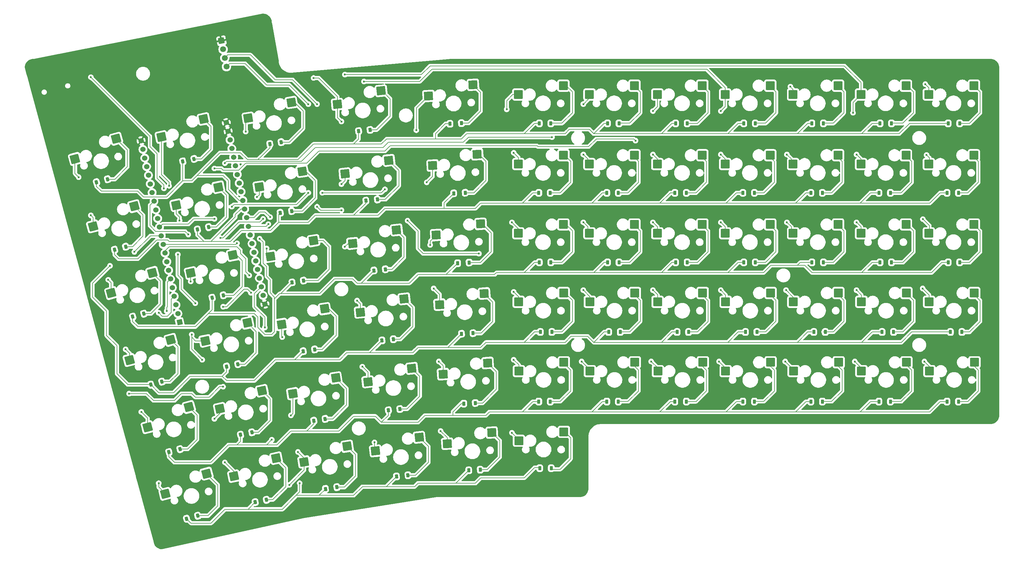
<source format=gbr>
%TF.GenerationSoftware,KiCad,Pcbnew,9.0.2*%
%TF.CreationDate,2025-07-31T22:53:19+02:00*%
%TF.ProjectId,multiboard_RIGHT,6d756c74-6962-46f6-9172-645f52494748,1.0*%
%TF.SameCoordinates,Original*%
%TF.FileFunction,Copper,L2,Bot*%
%TF.FilePolarity,Positive*%
%FSLAX46Y46*%
G04 Gerber Fmt 4.6, Leading zero omitted, Abs format (unit mm)*
G04 Created by KiCad (PCBNEW 9.0.2) date 2025-07-31 22:53:19*
%MOMM*%
%LPD*%
G01*
G04 APERTURE LIST*
G04 Aperture macros list*
%AMRoundRect*
0 Rectangle with rounded corners*
0 $1 Rounding radius*
0 $2 $3 $4 $5 $6 $7 $8 $9 X,Y pos of 4 corners*
0 Add a 4 corners polygon primitive as box body*
4,1,4,$2,$3,$4,$5,$6,$7,$8,$9,$2,$3,0*
0 Add four circle primitives for the rounded corners*
1,1,$1+$1,$2,$3*
1,1,$1+$1,$4,$5*
1,1,$1+$1,$6,$7*
1,1,$1+$1,$8,$9*
0 Add four rect primitives between the rounded corners*
20,1,$1+$1,$2,$3,$4,$5,0*
20,1,$1+$1,$4,$5,$6,$7,0*
20,1,$1+$1,$6,$7,$8,$9,0*
20,1,$1+$1,$8,$9,$2,$3,0*%
%AMRotRect*
0 Rectangle, with rotation*
0 The origin of the aperture is its center*
0 $1 length*
0 $2 width*
0 $3 Rotation angle, in degrees counterclockwise*
0 Add horizontal line*
21,1,$1,$2,0,0,$3*%
G04 Aperture macros list end*
%TA.AperFunction,ComponentPad*%
%ADD10RotRect,1.700000X1.700000X11.000000*%
%TD*%
%TA.AperFunction,ComponentPad*%
%ADD11C,1.700000*%
%TD*%
%TA.AperFunction,SMDPad,CuDef*%
%ADD12RoundRect,0.225000X-0.120276X-0.420456X0.314390X-0.303988X0.120276X0.420456X-0.314390X0.303988X0*%
%TD*%
%TA.AperFunction,SMDPad,CuDef*%
%ADD13RoundRect,0.225000X-0.225000X-0.375000X0.225000X-0.375000X0.225000X0.375000X-0.225000X0.375000X0*%
%TD*%
%TA.AperFunction,SMDPad,CuDef*%
%ADD14RoundRect,0.225000X-0.184569X-0.396465X0.262966X-0.349427X0.184569X0.396465X-0.262966X0.349427X0*%
%TD*%
%TA.AperFunction,SMDPad,CuDef*%
%ADD15RoundRect,0.200000X0.766610X1.292453X-1.310130X0.735992X-0.766610X-1.292453X1.310130X-0.735992X0*%
%TD*%
%TA.AperFunction,SMDPad,CuDef*%
%ADD16RoundRect,0.200000X1.075000X1.050000X-1.075000X1.050000X-1.075000X-1.050000X1.075000X-1.050000X0*%
%TD*%
%TA.AperFunction,SMDPad,CuDef*%
%ADD17RoundRect,0.225000X-0.205066X-0.386262X0.244318X-0.362710X0.205066X0.386262X-0.244318X0.362710X0*%
%TD*%
%TA.AperFunction,SMDPad,CuDef*%
%ADD18RoundRect,0.225000X-0.142116X-0.413585X0.298050X-0.320025X0.142116X0.413585X-0.298050X0.320025X0*%
%TD*%
%TA.AperFunction,SMDPad,CuDef*%
%ADD19RoundRect,0.200000X0.897509X1.205240X-1.226021X0.868906X-0.897509X-1.205240X1.226021X-0.868906X0*%
%TD*%
%TA.AperFunction,SMDPad,CuDef*%
%ADD20RoundRect,0.200000X1.018574X1.104822X-1.128480X0.992300X-1.018574X-1.104822X1.128480X-0.992300X0*%
%TD*%
%TA.AperFunction,SMDPad,CuDef*%
%ADD21RoundRect,0.225000X-0.163567X-0.405581X0.280893X-0.335185X0.163567X0.405581X-0.280893X0.335185X0*%
%TD*%
%TA.AperFunction,SMDPad,CuDef*%
%ADD22RoundRect,0.200000X0.959356X1.156616X-1.178866X0.931880X-0.959356X-1.156616X1.178866X-0.931880X0*%
%TD*%
%TA.AperFunction,SMDPad,CuDef*%
%ADD23RoundRect,0.200000X0.833201X1.250560X-1.269816X0.803550X-0.833201X-1.250560X1.269816X-0.803550X0*%
%TD*%
%TA.AperFunction,ComponentPad*%
%ADD24RotRect,1.530000X1.530000X12.000000*%
%TD*%
%TA.AperFunction,ComponentPad*%
%ADD25C,1.530000*%
%TD*%
%TA.AperFunction,ViaPad*%
%ADD26C,0.600000*%
%TD*%
%TA.AperFunction,Conductor*%
%ADD27C,0.200000*%
%TD*%
G04 APERTURE END LIST*
D10*
%TO.P,J1,1,Pin_1*%
%TO.N,GND*%
X83515345Y-38506667D03*
D11*
%TO.P,J1,2,Pin_2*%
%TO.N,+3V3*%
X84000000Y-41000000D03*
%TO.P,J1,3,Pin_3*%
%TO.N,SCL*%
X84484655Y-43493333D03*
%TO.P,J1,4,Pin_4*%
%TO.N,SDA*%
X84969310Y-45986666D03*
%TD*%
D12*
%TO.P,D11,1,K*%
%TO.N,COL2*%
X68424502Y-156809082D03*
%TO.P,D11,2,A*%
%TO.N,Net-(D11-A)*%
X71612060Y-155954978D03*
%TD*%
D13*
%TO.P,D50,1,K*%
%TO.N,COL5*%
X252891818Y-82274800D03*
%TO.P,D50,2,A*%
%TO.N,Net-(D50-A)*%
X256191818Y-82274800D03*
%TD*%
D14*
%TO.P,D54,1,K*%
%TO.N,COL6*%
X122929777Y-64511854D03*
%TO.P,D54,2,A*%
%TO.N,Net-(D54-A)*%
X126211699Y-64166910D03*
%TD*%
D13*
%TO.P,D30,1,K*%
%TO.N,COL3*%
X253710000Y-122274800D03*
%TO.P,D30,2,A*%
%TO.N,Net-(D30-A)*%
X257010000Y-122274800D03*
%TD*%
D15*
%TO.P,SW13,1,1*%
%TO.N,ROW1*%
X62330478Y-149652311D03*
%TO.P,SW13,2,2*%
%TO.N,Net-(D11-A)*%
X74159601Y-143853106D03*
%TD*%
D12*
%TO.P,D51,1,K*%
%TO.N,COL6*%
X47624502Y-79209082D03*
%TO.P,D51,2,A*%
%TO.N,Net-(D51-A)*%
X50812060Y-78354978D03*
%TD*%
D13*
%TO.P,D16,1,K*%
%TO.N,COL2*%
X174710000Y-142274800D03*
%TO.P,D16,2,A*%
%TO.N,Net-(D16-A)*%
X178010000Y-142274800D03*
%TD*%
D16*
%TO.P,SW42,1,1*%
%TO.N,ROW10*%
X247778636Y-93910000D03*
%TO.P,SW42,2,2*%
%TO.N,Net-(D40-A)*%
X260705636Y-91370000D03*
%TD*%
%TO.P,SW64,1,1*%
%TO.N,ROW11*%
X267282273Y-73990000D03*
%TO.P,SW64,2,2*%
%TO.N,Net-(D62-A)*%
X280209273Y-71450000D03*
%TD*%
D17*
%TO.P,D5,1,K*%
%TO.N,COL1*%
X154571806Y-162053154D03*
%TO.P,D5,2,A*%
%TO.N,Net-(D5-A)*%
X157867284Y-161880446D03*
%TD*%
D16*
%TO.P,SW21,1,1*%
%TO.N,ROW9*%
X228389091Y-133524800D03*
%TO.P,SW21,2,2*%
%TO.N,Net-(D19-A)*%
X241316091Y-130984800D03*
%TD*%
D13*
%TO.P,D48,1,K*%
%TO.N,COL5*%
X213800909Y-82274800D03*
%TO.P,D48,2,A*%
%TO.N,Net-(D48-A)*%
X217100909Y-82274800D03*
%TD*%
%TO.P,D26,1,K*%
%TO.N,COL3*%
X175164545Y-122274800D03*
%TO.P,D26,2,A*%
%TO.N,Net-(D26-A)*%
X178464545Y-122274800D03*
%TD*%
D16*
%TO.P,SW32,1,1*%
%TO.N,ROW10*%
X247856363Y-113604800D03*
%TO.P,SW32,2,2*%
%TO.N,Net-(D30-A)*%
X260783363Y-111064800D03*
%TD*%
D18*
%TO.P,D42,1,K*%
%TO.N,COL5*%
X76624503Y-92809082D03*
%TO.P,D42,2,A*%
%TO.N,Net-(D42-A)*%
X79852391Y-92122972D03*
%TD*%
D19*
%TO.P,SW55,1,1*%
%TO.N,ROW3*%
X91225438Y-60805774D03*
%TO.P,SW55,2,2*%
%TO.N,Net-(D53-A)*%
X103595941Y-56274817D03*
%TD*%
D16*
%TO.P,SW60,1,1*%
%TO.N,ROW8*%
X208771364Y-53990000D03*
%TO.P,SW60,2,2*%
%TO.N,Net-(D58-A)*%
X221698364Y-51450000D03*
%TD*%
D18*
%TO.P,D2,1,K*%
%TO.N,COL1*%
X93224503Y-171209082D03*
%TO.P,D2,2,A*%
%TO.N,Net-(D2-A)*%
X96452391Y-170522972D03*
%TD*%
D20*
%TO.P,SW17,1,1*%
%TO.N,ROW5*%
X147224503Y-134409081D03*
%TO.P,SW17,2,2*%
%TO.N,Net-(D15-A)*%
X160000854Y-131196015D03*
%TD*%
D16*
%TO.P,SW52,1,1*%
%TO.N,ROW10*%
X247778636Y-73990000D03*
%TO.P,SW52,2,2*%
%TO.N,Net-(D50-A)*%
X260705636Y-71450000D03*
%TD*%
D20*
%TO.P,SW27,1,1*%
%TO.N,ROW5*%
X146224503Y-114409081D03*
%TO.P,SW27,2,2*%
%TO.N,Net-(D25-A)*%
X159000854Y-111196015D03*
%TD*%
D13*
%TO.P,D63,1,K*%
%TO.N,COL4*%
X272755454Y-102274800D03*
%TO.P,D63,2,A*%
%TO.N,Net-(D63-A)*%
X276055454Y-102274800D03*
%TD*%
D21*
%TO.P,D33,1,K*%
%TO.N,COL4*%
X103824503Y-108009081D03*
%TO.P,D33,2,A*%
%TO.N,Net-(D33-A)*%
X107083875Y-107492847D03*
%TD*%
D19*
%TO.P,SW25,1,1*%
%TO.N,ROW3*%
X100799529Y-120120574D03*
%TO.P,SW25,2,2*%
%TO.N,Net-(D23-A)*%
X113170032Y-115589617D03*
%TD*%
D13*
%TO.P,D39,1,K*%
%TO.N,COL4*%
X233600909Y-102274800D03*
%TO.P,D39,2,A*%
%TO.N,Net-(D39-A)*%
X236900909Y-102274800D03*
%TD*%
D22*
%TO.P,SW6,1,1*%
%TO.N,ROW4*%
X127786956Y-156459108D03*
%TO.P,SW6,2,2*%
%TO.N,Net-(D4-A)*%
X140377638Y-152581781D03*
%TD*%
D16*
%TO.P,SW20,1,1*%
%TO.N,ROW8*%
X208921819Y-133524800D03*
%TO.P,SW20,2,2*%
%TO.N,Net-(D18-A)*%
X221848819Y-130984800D03*
%TD*%
D22*
%TO.P,SW26,1,1*%
%TO.N,ROW4*%
X123424503Y-116609081D03*
%TO.P,SW26,2,2*%
%TO.N,Net-(D24-A)*%
X136015185Y-112731754D03*
%TD*%
D16*
%TO.P,SW39,1,1*%
%TO.N,ROW7*%
X189267727Y-93910000D03*
%TO.P,SW39,2,2*%
%TO.N,Net-(D37-A)*%
X202194727Y-91370000D03*
%TD*%
%TO.P,SW18,1,1*%
%TO.N,ROW6*%
X168980909Y-133524800D03*
%TO.P,SW18,2,2*%
%TO.N,Net-(D16-A)*%
X181907909Y-130984800D03*
%TD*%
%TO.P,SW49,1,1*%
%TO.N,ROW7*%
X189267727Y-73990000D03*
%TO.P,SW49,2,2*%
%TO.N,Net-(D47-A)*%
X202194727Y-71450000D03*
%TD*%
%TO.P,SW48,1,1*%
%TO.N,ROW6*%
X168837727Y-73990000D03*
%TO.P,SW48,2,2*%
%TO.N,Net-(D46-A)*%
X181764727Y-71450000D03*
%TD*%
D23*
%TO.P,SW24,1,1*%
%TO.N,ROW2*%
X78896996Y-124824586D03*
%TO.P,SW24,2,2*%
%TO.N,Net-(D22-A)*%
X91013412Y-119652417D03*
%TD*%
D15*
%TO.P,SW53,1,1*%
%TO.N,ROW1*%
X41445478Y-72517511D03*
%TO.P,SW53,2,2*%
%TO.N,Net-(D51-A)*%
X53274601Y-66718306D03*
%TD*%
D16*
%TO.P,SW62,1,1*%
%TO.N,ROW10*%
X247778636Y-53990000D03*
%TO.P,SW62,2,2*%
%TO.N,Net-(D60-A)*%
X260705636Y-51450000D03*
%TD*%
%TO.P,SW29,1,1*%
%TO.N,ROW7*%
X189374545Y-113604800D03*
%TO.P,SW29,2,2*%
%TO.N,Net-(D27-A)*%
X202301545Y-111064800D03*
%TD*%
D14*
%TO.P,D44,1,K*%
%TO.N,COL5*%
X125034323Y-84511854D03*
%TO.P,D44,2,A*%
%TO.N,Net-(D44-A)*%
X128316245Y-84166910D03*
%TD*%
D13*
%TO.P,D58,1,K*%
%TO.N,COL6*%
X214023636Y-62274800D03*
%TO.P,D58,2,A*%
%TO.N,Net-(D58-A)*%
X217323636Y-62274800D03*
%TD*%
D17*
%TO.P,D15,1,K*%
%TO.N,COL2*%
X153153624Y-142871154D03*
%TO.P,D15,2,A*%
%TO.N,Net-(D15-A)*%
X156449102Y-142698446D03*
%TD*%
D16*
%TO.P,SW71,1,1*%
%TO.N,ROW12*%
X286785909Y-93910000D03*
%TO.P,SW71,2,2*%
%TO.N,Net-(D69-A)*%
X299712909Y-91370000D03*
%TD*%
D13*
%TO.P,D67,1,K*%
%TO.N,COL6*%
X292332727Y-62274800D03*
%TO.P,D67,2,A*%
%TO.N,Net-(D67-A)*%
X295632727Y-62274800D03*
%TD*%
D20*
%TO.P,SW47,1,1*%
%TO.N,ROW5*%
X144224503Y-74409081D03*
%TO.P,SW47,2,2*%
%TO.N,Net-(D45-A)*%
X157000854Y-71196015D03*
%TD*%
D13*
%TO.P,D65,1,K*%
%TO.N,COL2*%
X272437272Y-142274800D03*
%TO.P,D65,2,A*%
%TO.N,Net-(D65-A)*%
X275737272Y-142274800D03*
%TD*%
D16*
%TO.P,SW19,1,1*%
%TO.N,ROW7*%
X189374545Y-133524800D03*
%TO.P,SW19,2,2*%
%TO.N,Net-(D17-A)*%
X202301545Y-130984800D03*
%TD*%
D13*
%TO.P,D18,1,K*%
%TO.N,COL2*%
X213800909Y-142274800D03*
%TO.P,D18,2,A*%
%TO.N,Net-(D18-A)*%
X217100909Y-142274800D03*
%TD*%
D14*
%TO.P,D24,1,K*%
%TO.N,COL3*%
X129651141Y-124697054D03*
%TO.P,D24,2,A*%
%TO.N,Net-(D24-A)*%
X132933063Y-124352110D03*
%TD*%
D16*
%TO.P,SW40,1,1*%
%TO.N,ROW8*%
X208771364Y-93910000D03*
%TO.P,SW40,2,2*%
%TO.N,Net-(D38-A)*%
X221698364Y-91370000D03*
%TD*%
D18*
%TO.P,D22,1,K*%
%TO.N,COL3*%
X85024503Y-132209082D03*
%TO.P,D22,2,A*%
%TO.N,Net-(D22-A)*%
X88252391Y-131522972D03*
%TD*%
D22*
%TO.P,SW46,1,1*%
%TO.N,ROW4*%
X119024503Y-76809081D03*
%TO.P,SW46,2,2*%
%TO.N,Net-(D44-A)*%
X131615185Y-72931754D03*
%TD*%
D19*
%TO.P,SW45,1,1*%
%TO.N,ROW3*%
X94379983Y-80605774D03*
%TO.P,SW45,2,2*%
%TO.N,Net-(D43-A)*%
X106750486Y-76074817D03*
%TD*%
D16*
%TO.P,SW51,1,1*%
%TO.N,ROW9*%
X228275000Y-73990000D03*
%TO.P,SW51,2,2*%
%TO.N,Net-(D49-A)*%
X241202000Y-71450000D03*
%TD*%
D13*
%TO.P,D57,1,K*%
%TO.N,COL6*%
X194446363Y-62274800D03*
%TO.P,D57,2,A*%
%TO.N,Net-(D57-A)*%
X197746363Y-62274800D03*
%TD*%
%TO.P,D6,1,K*%
%TO.N,COL1*%
X174982727Y-161456800D03*
%TO.P,D6,2,A*%
%TO.N,Net-(D6-A)*%
X178282727Y-161456800D03*
%TD*%
D15*
%TO.P,SW43,1,1*%
%TO.N,ROW1*%
X46645478Y-91917511D03*
%TO.P,SW43,2,2*%
%TO.N,Net-(D41-A)*%
X58474601Y-86118306D03*
%TD*%
D12*
%TO.P,D21,1,K*%
%TO.N,COL3*%
X63224502Y-137409082D03*
%TO.P,D21,2,A*%
%TO.N,Net-(D21-A)*%
X66412060Y-136554978D03*
%TD*%
D13*
%TO.P,D56,1,K*%
%TO.N,COL6*%
X174869091Y-62274800D03*
%TO.P,D56,2,A*%
%TO.N,Net-(D56-A)*%
X178169091Y-62274800D03*
%TD*%
D16*
%TO.P,SW31,1,1*%
%TO.N,ROW9*%
X228389091Y-113604800D03*
%TO.P,SW31,2,2*%
%TO.N,Net-(D29-A)*%
X241316091Y-111064800D03*
%TD*%
%TO.P,SW73,1,1*%
%TO.N,ROW12*%
X286950909Y-133524800D03*
%TO.P,SW73,2,2*%
%TO.N,Net-(D71-A)*%
X299877909Y-130984800D03*
%TD*%
%TO.P,SW8,1,1*%
%TO.N,ROW6*%
X168980909Y-153524800D03*
%TO.P,SW8,2,2*%
%TO.N,Net-(D6-A)*%
X181907909Y-150984800D03*
%TD*%
D13*
%TO.P,D20,1,K*%
%TO.N,COL2*%
X252891818Y-142274800D03*
%TO.P,D20,2,A*%
%TO.N,Net-(D20-A)*%
X256191818Y-142274800D03*
%TD*%
%TO.P,D38,1,K*%
%TO.N,COL4*%
X214023636Y-102274800D03*
%TO.P,D38,2,A*%
%TO.N,Net-(D38-A)*%
X217323636Y-102274800D03*
%TD*%
D17*
%TO.P,D45,1,K*%
%TO.N,COL5*%
X150253169Y-82405954D03*
%TO.P,D45,2,A*%
%TO.N,Net-(D45-A)*%
X153548647Y-82233246D03*
%TD*%
D13*
%TO.P,D69,1,K*%
%TO.N,COL4*%
X292332727Y-102274800D03*
%TO.P,D69,2,A*%
%TO.N,Net-(D69-A)*%
X295632727Y-102274800D03*
%TD*%
D15*
%TO.P,SW3,1,1*%
%TO.N,ROW1*%
X67424503Y-168809081D03*
%TO.P,SW3,2,2*%
%TO.N,Net-(D1-A)*%
X79253626Y-163009876D03*
%TD*%
D13*
%TO.P,D59,1,K*%
%TO.N,COL6*%
X233600909Y-62274800D03*
%TO.P,D59,2,A*%
%TO.N,Net-(D59-A)*%
X236900909Y-62274800D03*
%TD*%
D21*
%TO.P,D53,1,K*%
%TO.N,COL6*%
X97424503Y-68209081D03*
%TO.P,D53,2,A*%
%TO.N,Net-(D53-A)*%
X100683875Y-67692847D03*
%TD*%
D12*
%TO.P,D31,1,K*%
%TO.N,COL4*%
X58036946Y-117863184D03*
%TO.P,D31,2,A*%
%TO.N,Net-(D31-A)*%
X61224504Y-117009080D03*
%TD*%
D23*
%TO.P,SW14,1,1*%
%TO.N,ROW2*%
X83067905Y-144344586D03*
%TO.P,SW14,2,2*%
%TO.N,Net-(D12-A)*%
X95184321Y-139172417D03*
%TD*%
D13*
%TO.P,D28,1,K*%
%TO.N,COL3*%
X214437272Y-122274800D03*
%TO.P,D28,2,A*%
%TO.N,Net-(D28-A)*%
X217737272Y-122274800D03*
%TD*%
D16*
%TO.P,SW41,1,1*%
%TO.N,ROW9*%
X228275000Y-93910000D03*
%TO.P,SW41,2,2*%
%TO.N,Net-(D39-A)*%
X241202000Y-91370000D03*
%TD*%
%TO.P,SW67,1,1*%
%TO.N,ROW11*%
X267403637Y-133524800D03*
%TO.P,SW67,2,2*%
%TO.N,Net-(D65-A)*%
X280330637Y-130984800D03*
%TD*%
D18*
%TO.P,D52,1,K*%
%TO.N,COL6*%
X72424503Y-73209082D03*
%TO.P,D52,2,A*%
%TO.N,Net-(D52-A)*%
X75652391Y-72522972D03*
%TD*%
D12*
%TO.P,D1,1,K*%
%TO.N,COL1*%
X73518527Y-175965852D03*
%TO.P,D1,2,A*%
%TO.N,Net-(D1-A)*%
X76706085Y-175111748D03*
%TD*%
D22*
%TO.P,SW56,1,1*%
%TO.N,ROW4*%
X116824503Y-56809081D03*
%TO.P,SW56,2,2*%
%TO.N,Net-(D54-A)*%
X129415185Y-52931754D03*
%TD*%
%TO.P,SW36,1,1*%
%TO.N,ROW4*%
X121224503Y-96809081D03*
%TO.P,SW36,2,2*%
%TO.N,Net-(D34-A)*%
X133815185Y-92931754D03*
%TD*%
D13*
%TO.P,D62,1,K*%
%TO.N,COL5*%
X272437272Y-82274800D03*
%TO.P,D62,2,A*%
%TO.N,Net-(D62-A)*%
X275737272Y-82274800D03*
%TD*%
D16*
%TO.P,SW72,1,1*%
%TO.N,ROW12*%
X286870909Y-113604800D03*
%TO.P,SW72,2,2*%
%TO.N,Net-(D70-A)*%
X299797909Y-111064800D03*
%TD*%
%TO.P,SW66,1,1*%
%TO.N,ROW11*%
X267403637Y-113604800D03*
%TO.P,SW66,2,2*%
%TO.N,Net-(D64-A)*%
X280330637Y-111064800D03*
%TD*%
D13*
%TO.P,D40,1,K*%
%TO.N,COL4*%
X253178182Y-102274800D03*
%TO.P,D40,2,A*%
%TO.N,Net-(D40-A)*%
X256478182Y-102274800D03*
%TD*%
D16*
%TO.P,SW30,1,1*%
%TO.N,ROW8*%
X208841819Y-113604800D03*
%TO.P,SW30,2,2*%
%TO.N,Net-(D28-A)*%
X221768819Y-111064800D03*
%TD*%
D18*
%TO.P,D32,1,K*%
%TO.N,COL4*%
X80824503Y-112409082D03*
%TO.P,D32,2,A*%
%TO.N,Net-(D32-A)*%
X84052391Y-111722972D03*
%TD*%
D14*
%TO.P,D34,1,K*%
%TO.N,COL4*%
X127329777Y-104591854D03*
%TO.P,D34,2,A*%
%TO.N,Net-(D34-A)*%
X130611699Y-104246910D03*
%TD*%
D13*
%TO.P,D27,1,K*%
%TO.N,COL3*%
X194800909Y-122274800D03*
%TO.P,D27,2,A*%
%TO.N,Net-(D27-A)*%
X198100909Y-122274800D03*
%TD*%
D21*
%TO.P,D13,1,K*%
%TO.N,COL2*%
X110067659Y-147777588D03*
%TO.P,D13,2,A*%
%TO.N,Net-(D13-A)*%
X113327031Y-147261354D03*
%TD*%
D13*
%TO.P,D47,1,K*%
%TO.N,COL5*%
X194255454Y-82274800D03*
%TO.P,D47,2,A*%
%TO.N,Net-(D47-A)*%
X197555454Y-82274800D03*
%TD*%
D19*
%TO.P,SW35,1,1*%
%TO.N,ROW3*%
X97625438Y-100525774D03*
%TO.P,SW35,2,2*%
%TO.N,Net-(D33-A)*%
X109995941Y-95994817D03*
%TD*%
D23*
%TO.P,SW4,1,1*%
%TO.N,ROW2*%
X87133360Y-163744586D03*
%TO.P,SW4,2,2*%
%TO.N,Net-(D2-A)*%
X99249776Y-158572417D03*
%TD*%
D22*
%TO.P,SW16,1,1*%
%TO.N,ROW4*%
X125624503Y-136609081D03*
%TO.P,SW16,2,2*%
%TO.N,Net-(D14-A)*%
X138215185Y-132731754D03*
%TD*%
D23*
%TO.P,SW54,1,1*%
%TO.N,ROW2*%
X66307451Y-66209786D03*
%TO.P,SW54,2,2*%
%TO.N,Net-(D52-A)*%
X78423867Y-61037617D03*
%TD*%
D13*
%TO.P,D49,1,K*%
%TO.N,COL5*%
X233346363Y-82274800D03*
%TO.P,D49,2,A*%
%TO.N,Net-(D49-A)*%
X236646363Y-82274800D03*
%TD*%
D19*
%TO.P,SW5,1,1*%
%TO.N,ROW3*%
X107272256Y-159640574D03*
%TO.P,SW5,2,2*%
%TO.N,Net-(D3-A)*%
X119642759Y-155109617D03*
%TD*%
D17*
%TO.P,D35,1,K*%
%TO.N,COL4*%
X151380442Y-102485954D03*
%TO.P,D35,2,A*%
%TO.N,Net-(D35-A)*%
X154675920Y-102313246D03*
%TD*%
D16*
%TO.P,SW69,1,1*%
%TO.N,ROW12*%
X286785909Y-53990000D03*
%TO.P,SW69,2,2*%
%TO.N,Net-(D67-A)*%
X299712909Y-51450000D03*
%TD*%
%TO.P,SW63,1,1*%
%TO.N,ROW11*%
X267282273Y-53990000D03*
%TO.P,SW63,2,2*%
%TO.N,Net-(D61-A)*%
X280209273Y-51450000D03*
%TD*%
D13*
%TO.P,D60,1,K*%
%TO.N,COL6*%
X253178182Y-62274800D03*
%TO.P,D60,2,A*%
%TO.N,Net-(D60-A)*%
X256478182Y-62274800D03*
%TD*%
D21*
%TO.P,D3,1,K*%
%TO.N,COL1*%
X113424503Y-167409081D03*
%TO.P,D3,2,A*%
%TO.N,Net-(D3-A)*%
X116683875Y-166892847D03*
%TD*%
D15*
%TO.P,SW23,1,1*%
%TO.N,ROW1*%
X57130478Y-130332311D03*
%TO.P,SW23,2,2*%
%TO.N,Net-(D21-A)*%
X68959601Y-124533106D03*
%TD*%
D13*
%TO.P,D36,1,K*%
%TO.N,COL4*%
X174869091Y-102274800D03*
%TO.P,D36,2,A*%
%TO.N,Net-(D36-A)*%
X178169091Y-102274800D03*
%TD*%
%TO.P,D29,1,K*%
%TO.N,COL3*%
X234073636Y-122274800D03*
%TO.P,D29,2,A*%
%TO.N,Net-(D29-A)*%
X237373636Y-122274800D03*
%TD*%
D16*
%TO.P,SW61,1,1*%
%TO.N,ROW9*%
X228275000Y-53990000D03*
%TO.P,SW61,2,2*%
%TO.N,Net-(D59-A)*%
X241202000Y-51450000D03*
%TD*%
D23*
%TO.P,SW44,1,1*%
%TO.N,ROW2*%
X70539269Y-85809786D03*
%TO.P,SW44,2,2*%
%TO.N,Net-(D42-A)*%
X82655685Y-80637617D03*
%TD*%
D13*
%TO.P,D19,1,K*%
%TO.N,COL2*%
X233346363Y-142274800D03*
%TO.P,D19,2,A*%
%TO.N,Net-(D19-A)*%
X236646363Y-142274800D03*
%TD*%
%TO.P,D61,1,K*%
%TO.N,COL6*%
X272755454Y-62274800D03*
%TO.P,D61,2,A*%
%TO.N,Net-(D61-A)*%
X276055454Y-62274800D03*
%TD*%
%TO.P,D46,1,K*%
%TO.N,COL5*%
X174710000Y-82274800D03*
%TO.P,D46,2,A*%
%TO.N,Net-(D46-A)*%
X178010000Y-82274800D03*
%TD*%
D15*
%TO.P,SW33,1,1*%
%TO.N,ROW1*%
X51857922Y-111091613D03*
%TO.P,SW33,2,2*%
%TO.N,Net-(D31-A)*%
X63687045Y-105292408D03*
%TD*%
D20*
%TO.P,SW7,1,1*%
%TO.N,ROW5*%
X148424503Y-154409081D03*
%TO.P,SW7,2,2*%
%TO.N,Net-(D5-A)*%
X161200854Y-151196015D03*
%TD*%
D16*
%TO.P,SW28,1,1*%
%TO.N,ROW6*%
X168900909Y-113604800D03*
%TO.P,SW28,2,2*%
%TO.N,Net-(D26-A)*%
X181827909Y-111064800D03*
%TD*%
D13*
%TO.P,D64,1,K*%
%TO.N,COL3*%
X273346363Y-122274800D03*
%TO.P,D64,2,A*%
%TO.N,Net-(D64-A)*%
X276646363Y-122274800D03*
%TD*%
D17*
%TO.P,D25,1,K*%
%TO.N,COL3*%
X152517261Y-122791154D03*
%TO.P,D25,2,A*%
%TO.N,Net-(D25-A)*%
X155812739Y-122618446D03*
%TD*%
D13*
%TO.P,D68,1,K*%
%TO.N,COL5*%
X291982727Y-82274800D03*
%TO.P,D68,2,A*%
%TO.N,Net-(D68-A)*%
X295282727Y-82274800D03*
%TD*%
%TO.P,D71,1,K*%
%TO.N,COL2*%
X291982727Y-142274800D03*
%TO.P,D71,2,A*%
%TO.N,Net-(D71-A)*%
X295282727Y-142274800D03*
%TD*%
D16*
%TO.P,SW59,1,1*%
%TO.N,ROW7*%
X189267727Y-53990000D03*
%TO.P,SW59,2,2*%
%TO.N,Net-(D57-A)*%
X202194727Y-51450000D03*
%TD*%
D24*
%TO.P,U1,J1_1,3V3*%
%TO.N,+3V3*%
X71533819Y-119455403D03*
D25*
%TO.P,U1,J1_2,3V3*%
X71005722Y-116970910D03*
%TO.P,U1,J1_3,RST*%
%TO.N,unconnected-(U1-RST-PadJ1_3)*%
X70477627Y-114486413D03*
%TO.P,U1,J1_4,GPIO4*%
%TO.N,ROW1*%
X69949531Y-112001918D03*
%TO.P,U1,J1_5,GPIO5*%
%TO.N,ROW2*%
X69421435Y-109517423D03*
%TO.P,U1,J1_6,GPIO6*%
%TO.N,ROW3*%
X68893340Y-107032928D03*
%TO.P,U1,J1_7,GPIO7*%
%TO.N,ROW4*%
X68365245Y-104548434D03*
%TO.P,U1,J1_8,GPIO15*%
%TO.N,ROW12*%
X67837148Y-102063939D03*
%TO.P,U1,J1_9,GPIO16*%
%TO.N,COL1*%
X67309053Y-99579444D03*
%TO.P,U1,J1_10,GPIO17*%
%TO.N,COL2*%
X66780957Y-97094949D03*
%TO.P,U1,J1_11,GPIO18*%
%TO.N,COL3*%
X66252861Y-94610454D03*
%TO.P,U1,J1_12,GPIO8*%
%TO.N,ROW5*%
X65724765Y-92125959D03*
%TO.P,U1,J1_13,GPIO3*%
%TO.N,unconnected-(U1-GPIO3-PadJ1_13)*%
X65196670Y-89641464D03*
%TO.P,U1,J1_14,GPIO46*%
%TO.N,unconnected-(U1-GPIO46-PadJ1_14)*%
X64668575Y-87156969D03*
%TO.P,U1,J1_15,GPIO9*%
%TO.N,ROW6*%
X64140478Y-84672474D03*
%TO.P,U1,J1_16,GPIO10*%
%TO.N,ROW7*%
X63612383Y-82187979D03*
%TO.P,U1,J1_17,GPIO11*%
%TO.N,ROW8*%
X63084287Y-79703484D03*
%TO.P,U1,J1_18,GPIO12*%
%TO.N,ROW9*%
X62556191Y-77218990D03*
%TO.P,U1,J1_19,GPIO13*%
%TO.N,ROW10*%
X62028096Y-74734495D03*
%TO.P,U1,J1_20,GPIO14*%
%TO.N,ROW11*%
X61500000Y-72250000D03*
%TO.P,U1,J1_21,5V0*%
%TO.N,unconnected-(U1-5V0-PadJ1_21)*%
X60971904Y-69765505D03*
%TO.P,U1,J1_22,GND*%
%TO.N,GND*%
X60443809Y-67281010D03*
%TO.P,U1,J3_1,GND*%
X96016853Y-114251374D03*
%TO.P,U1,J3_2,U0TXD/GPIO43*%
%TO.N,TX*%
X95488755Y-111766879D03*
%TO.P,U1,J3_3,U0RXD/GPIO44*%
%TO.N,RX*%
X94960660Y-109282384D03*
%TO.P,U1,J3_4,GPIO1*%
%TO.N,unconnected-(U1-GPIO1-PadJ3_4)*%
X94432565Y-106797890D03*
%TO.P,U1,J3_5,GPIO2*%
%TO.N,unconnected-(U1-GPIO2-PadJ3_5)*%
X93904468Y-104313395D03*
%TO.P,U1,J3_6,MTMS/GPIO42*%
%TO.N,unconnected-(U1-MTMS{slash}GPIO42-PadJ3_6)*%
X93376374Y-101828900D03*
%TO.P,U1,J3_7,MTDI/GPIO41*%
%TO.N,unconnected-(U1-MTDI{slash}GPIO41-PadJ3_7)*%
X92848278Y-99344404D03*
%TO.P,U1,J3_8,MTDO/GPIO40*%
%TO.N,unconnected-(U1-MTDO{slash}GPIO40-PadJ3_8)*%
X92320182Y-96859909D03*
%TO.P,U1,J3_9,MTCK/GPIO39*%
%TO.N,unconnected-(U1-MTCK{slash}GPIO39-PadJ3_9)*%
X91792086Y-94375415D03*
%TO.P,U1,J3_10,GPIO38*%
%TO.N,SCL*%
X91263991Y-91890920D03*
%TO.P,U1,J3_11,GPIO37*%
%TO.N,SDA*%
X90735895Y-89406425D03*
%TO.P,U1,J3_12,GPIO36*%
%TO.N,COL5*%
X90207798Y-86921930D03*
%TO.P,U1,J3_13,GPIO35*%
%TO.N,COL6*%
X89679703Y-84437435D03*
%TO.P,U1,J3_14,GPIO0*%
%TO.N,unconnected-(U1-GPIO0-PadJ3_14)*%
X89151608Y-81952940D03*
%TO.P,U1,J3_15,GPIO45*%
%TO.N,unconnected-(U1-GPIO45-PadJ3_15)*%
X88623512Y-79468446D03*
%TO.P,U1,J3_16,GPIO48*%
%TO.N,unconnected-(U1-GPIO48-PadJ3_16)*%
X88095417Y-76983951D03*
%TO.P,U1,J3_17,GPIO47*%
%TO.N,unconnected-(U1-GPIO47-PadJ3_17)*%
X87567323Y-74499456D03*
%TO.P,U1,J3_18,GPIO21*%
%TO.N,COL4*%
X87039225Y-72014960D03*
%TO.P,U1,J3_19,USB_D+/GPIO20*%
%TO.N,unconnected-(U1-USB_D+{slash}GPIO20-PadJ3_19)*%
X86511129Y-69530466D03*
%TO.P,U1,J3_20,USB_D-/GPIO19*%
%TO.N,unconnected-(U1-USB_D-{slash}GPIO19-PadJ3_20)*%
X85983034Y-67045971D03*
%TO.P,U1,J3_21,GND*%
%TO.N,GND*%
X85454938Y-64561476D03*
%TO.P,U1,J3_22,GND*%
X84926842Y-62076981D03*
%TD*%
D16*
%TO.P,SW70,1,1*%
%TO.N,ROW12*%
X286785909Y-73990000D03*
%TO.P,SW70,2,2*%
%TO.N,Net-(D68-A)*%
X299712909Y-71450000D03*
%TD*%
D18*
%TO.P,D12,1,K*%
%TO.N,COL2*%
X89024503Y-151809082D03*
%TO.P,D12,2,A*%
%TO.N,Net-(D12-A)*%
X92252391Y-151122972D03*
%TD*%
D21*
%TO.P,D43,1,K*%
%TO.N,COL5*%
X100424503Y-88009081D03*
%TO.P,D43,2,A*%
%TO.N,Net-(D43-A)*%
X103683875Y-87492847D03*
%TD*%
D16*
%TO.P,SW65,1,1*%
%TO.N,ROW11*%
X267282273Y-93910000D03*
%TO.P,SW65,2,2*%
%TO.N,Net-(D63-A)*%
X280209273Y-91370000D03*
%TD*%
D13*
%TO.P,D37,1,K*%
%TO.N,COL4*%
X194446363Y-102274800D03*
%TO.P,D37,2,A*%
%TO.N,Net-(D37-A)*%
X197746363Y-102274800D03*
%TD*%
D16*
%TO.P,SW50,1,1*%
%TO.N,ROW8*%
X208771364Y-73990000D03*
%TO.P,SW50,2,2*%
%TO.N,Net-(D48-A)*%
X221698364Y-71450000D03*
%TD*%
D14*
%TO.P,D14,1,K*%
%TO.N,COL2*%
X131498414Y-144777054D03*
%TO.P,D14,2,A*%
%TO.N,Net-(D14-A)*%
X134780336Y-144432110D03*
%TD*%
D16*
%TO.P,SW38,1,1*%
%TO.N,ROW6*%
X168837727Y-93910000D03*
%TO.P,SW38,2,2*%
%TO.N,Net-(D36-A)*%
X181764727Y-91370000D03*
%TD*%
D12*
%TO.P,D41,1,K*%
%TO.N,COL5*%
X52824502Y-98609082D03*
%TO.P,D41,2,A*%
%TO.N,Net-(D41-A)*%
X56012060Y-97754978D03*
%TD*%
D23*
%TO.P,SW34,1,1*%
%TO.N,ROW2*%
X74707451Y-105329786D03*
%TO.P,SW34,2,2*%
%TO.N,Net-(D32-A)*%
X86823867Y-100157617D03*
%TD*%
D17*
%TO.P,D55,1,K*%
%TO.N,COL6*%
X149180442Y-62405954D03*
%TO.P,D55,2,A*%
%TO.N,Net-(D55-A)*%
X152475920Y-62233246D03*
%TD*%
D13*
%TO.P,D17,1,K*%
%TO.N,COL2*%
X194255454Y-142274800D03*
%TO.P,D17,2,A*%
%TO.N,Net-(D17-A)*%
X197555454Y-142274800D03*
%TD*%
D16*
%TO.P,SW58,1,1*%
%TO.N,ROW6*%
X168837727Y-53990000D03*
%TO.P,SW58,2,2*%
%TO.N,Net-(D56-A)*%
X181764727Y-51450000D03*
%TD*%
D21*
%TO.P,D23,1,K*%
%TO.N,COL3*%
X107024503Y-127809081D03*
%TO.P,D23,2,A*%
%TO.N,Net-(D23-A)*%
X110283875Y-127292847D03*
%TD*%
D19*
%TO.P,SW15,1,1*%
%TO.N,ROW3*%
X104024503Y-140009081D03*
%TO.P,SW15,2,2*%
%TO.N,Net-(D13-A)*%
X116395006Y-135478124D03*
%TD*%
D20*
%TO.P,SW57,1,1*%
%TO.N,ROW5*%
X143024503Y-54409081D03*
%TO.P,SW57,2,2*%
%TO.N,Net-(D55-A)*%
X155800854Y-51196015D03*
%TD*%
D16*
%TO.P,SW22,1,1*%
%TO.N,ROW10*%
X247936363Y-133524800D03*
%TO.P,SW22,2,2*%
%TO.N,Net-(D20-A)*%
X260863363Y-130984800D03*
%TD*%
D13*
%TO.P,D70,1,K*%
%TO.N,COL3*%
X292982727Y-122274800D03*
%TO.P,D70,2,A*%
%TO.N,Net-(D70-A)*%
X296282727Y-122274800D03*
%TD*%
D20*
%TO.P,SW37,1,1*%
%TO.N,ROW5*%
X145224503Y-94409081D03*
%TO.P,SW37,2,2*%
%TO.N,Net-(D35-A)*%
X158000854Y-91196015D03*
%TD*%
D14*
%TO.P,D4,1,K*%
%TO.N,COL1*%
X133824503Y-163809081D03*
%TO.P,D4,2,A*%
%TO.N,Net-(D4-A)*%
X137106425Y-163464137D03*
%TD*%
D26*
%TO.N,ROW1*%
X65500000Y-165750000D03*
X56000000Y-127250000D03*
X60500000Y-145250000D03*
X42500000Y-77750000D03*
X65500000Y-116750000D03*
X51000000Y-107250000D03*
X46000000Y-88750000D03*
%TO.N,COL1*%
X106000000Y-165750000D03*
X91500000Y-106000000D03*
%TO.N,COL2*%
X98000000Y-153250000D03*
X88000000Y-96750000D03*
%TO.N,ROW2*%
X78000000Y-130250000D03*
X71500000Y-90250000D03*
X68500000Y-80250000D03*
X74707449Y-107750000D03*
X81500000Y-147250000D03*
X75000000Y-123000000D03*
X84500000Y-159750000D03*
%TO.N,ROW3*%
X103500000Y-146250000D03*
X93750000Y-83500000D03*
X96500000Y-98250000D03*
X90500000Y-64658044D03*
X101000000Y-123750000D03*
X105500000Y-156750000D03*
X103000000Y-166250000D03*
X67800000Y-116250000D03*
%TO.N,ROW4*%
X110000000Y-49250000D03*
X119000000Y-97750000D03*
X124000000Y-132250000D03*
X118000000Y-61750000D03*
X122500000Y-113250000D03*
X118000000Y-79750000D03*
X127500000Y-154000000D03*
%TO.N,ROW5*%
X130500000Y-81250000D03*
X142500000Y-79250000D03*
X139500000Y-64250000D03*
X144500000Y-109750000D03*
X86500000Y-86250000D03*
X112500000Y-82250000D03*
X143500000Y-97250000D03*
X108500000Y-82250000D03*
X146000000Y-130750000D03*
X146500000Y-150750000D03*
X81500000Y-89750000D03*
%TO.N,ROW6*%
X165500000Y-58250000D03*
X167500000Y-70750000D03*
X95500000Y-89750000D03*
X167500000Y-110750000D03*
X157500000Y-99750000D03*
X118000000Y-87250000D03*
X167500000Y-130250000D03*
X111000000Y-86250000D03*
X137000000Y-90250000D03*
X167000000Y-90750000D03*
X167000000Y-151250000D03*
X74000000Y-94250000D03*
X83200000Y-95250000D03*
%TO.N,COL3*%
X51500000Y-103250000D03*
X58500000Y-99250000D03*
%TO.N,COL4*%
X94500000Y-95450000D03*
%TO.N,ROW7*%
X187500000Y-56750000D03*
X178500000Y-66250000D03*
X187000000Y-130750000D03*
X84500000Y-73750000D03*
X187500000Y-90750000D03*
X187500000Y-110250000D03*
X187500000Y-71250000D03*
%TO.N,ROW8*%
X207500000Y-110250000D03*
X81500000Y-75250000D03*
X207000000Y-130750000D03*
X207500000Y-90750000D03*
X207500000Y-58750000D03*
X207500000Y-71250000D03*
X202500000Y-67250000D03*
%TO.N,ROW9*%
X227000000Y-110250000D03*
X227000000Y-90750000D03*
X226500000Y-130750000D03*
X124500000Y-50250000D03*
X227000000Y-58750000D03*
X227000000Y-71250000D03*
%TO.N,ROW10*%
X245750000Y-110250000D03*
X247000000Y-51750000D03*
X246000000Y-90750000D03*
X246000000Y-71250000D03*
X245500000Y-130750000D03*
%TO.N,GND*%
X46000000Y-54600000D03*
%TO.N,TX*%
X76000000Y-114000000D03*
X46000000Y-49000000D03*
X84000000Y-115000000D03*
X67000000Y-81000000D03*
X92000000Y-111000000D03*
X71000000Y-100000000D03*
%TO.N,RX*%
X96000000Y-121000000D03*
X57000000Y-140000000D03*
X84000000Y-138000000D03*
%TO.N,ROW11*%
X266000000Y-90750000D03*
X119000000Y-48250000D03*
X265000000Y-59250000D03*
X266000000Y-71250000D03*
X265500000Y-130750000D03*
X266000000Y-110250000D03*
%TO.N,ROW12*%
X285000000Y-109750000D03*
X286125000Y-71375000D03*
X285064545Y-89814545D03*
X285500000Y-130750000D03*
X285750000Y-51000000D03*
%TO.N,SDA*%
X97500000Y-89250000D03*
X108500000Y-56750000D03*
%TO.N,SCL*%
X111000000Y-56750000D03*
X97000000Y-91250000D03*
%TD*%
D27*
%TO.N,Net-(D1-A)*%
X79638252Y-175111748D02*
X76706084Y-175111748D01*
X82500000Y-172250000D02*
X79638252Y-175111748D01*
X82500000Y-166256250D02*
X82500000Y-172250000D01*
X79253626Y-163009876D02*
X82500000Y-166256250D01*
%TO.N,ROW1*%
X46645478Y-91917511D02*
X46645478Y-89395478D01*
X46645478Y-89395478D02*
X46000000Y-88750000D01*
X69949531Y-112001918D02*
X69101000Y-112850449D01*
X41445478Y-72517511D02*
X41445478Y-76695478D01*
X62330478Y-149652311D02*
X62330478Y-147250000D01*
X41445478Y-76695478D02*
X42500000Y-77750000D01*
X62330478Y-147080478D02*
X62330478Y-147250000D01*
X51857922Y-111091613D02*
X51857922Y-108107922D01*
X68000000Y-117750000D02*
X69101000Y-116649000D01*
X67424503Y-168809081D02*
X65500000Y-166884578D01*
X51857922Y-108107922D02*
X51000000Y-107250000D01*
X57130478Y-130332311D02*
X57130478Y-128380478D01*
X65500000Y-116750000D02*
X66500000Y-117750000D01*
X65500000Y-166884578D02*
X65500000Y-165750000D01*
X60500000Y-145250000D02*
X62330478Y-147080478D01*
X66500000Y-117750000D02*
X68000000Y-117750000D01*
X57130478Y-128380478D02*
X56000000Y-127250000D01*
X69101000Y-116649000D02*
X69101000Y-112850449D01*
%TO.N,Net-(D2-A)*%
X99249776Y-158572417D02*
X102000000Y-161322641D01*
X98227028Y-170522972D02*
X96452391Y-170522972D01*
X102000000Y-166750000D02*
X98227028Y-170522972D01*
X102000000Y-161322641D02*
X102000000Y-166750000D01*
%TO.N,COL1*%
X74802676Y-177250000D02*
X73518528Y-175965852D01*
X89000000Y-99750000D02*
X89000000Y-98750000D01*
X106000000Y-168250000D02*
X106000000Y-165750000D01*
X140000000Y-165750000D02*
X139000000Y-166750000D01*
X173475200Y-161274800D02*
X170500000Y-164250000D01*
X105000000Y-169250000D02*
X101000000Y-173250000D01*
X130883584Y-166750000D02*
X130000000Y-166750000D01*
X89000000Y-98750000D02*
X88000000Y-97750000D01*
X124000000Y-166750000D02*
X121500000Y-169250000D01*
X109000000Y-169250000D02*
X105000000Y-169250000D01*
X158000000Y-164250000D02*
X156500000Y-165750000D01*
X133824503Y-163809081D02*
X130883584Y-166750000D01*
X101000000Y-173250000D02*
X89000000Y-173250000D01*
X113424503Y-167409081D02*
X111583584Y-169250000D01*
X121500000Y-169250000D02*
X109000000Y-169250000D01*
X84500000Y-173250000D02*
X80500000Y-177250000D01*
X91500000Y-106000000D02*
X90500000Y-105000000D01*
X156500000Y-165750000D02*
X149500000Y-165750000D01*
X174869091Y-161274800D02*
X173475200Y-161274800D01*
X105000000Y-169250000D02*
X106000000Y-168250000D01*
X150874960Y-165750000D02*
X149500000Y-165750000D01*
X111583584Y-169250000D02*
X109000000Y-169250000D01*
X91183585Y-173250000D02*
X89000000Y-173250000D01*
X130000000Y-166750000D02*
X124000000Y-166750000D01*
X93224503Y-171209082D02*
X91183585Y-173250000D01*
X170500000Y-164250000D02*
X158000000Y-164250000D01*
X68500000Y-97750000D02*
X67309053Y-98940947D01*
X88000000Y-97750000D02*
X68500000Y-97750000D01*
X80500000Y-177250000D02*
X74802676Y-177250000D01*
X89000000Y-173250000D02*
X84500000Y-173250000D01*
X90500000Y-105000000D02*
X90500000Y-101250000D01*
X139000000Y-166750000D02*
X130000000Y-166750000D01*
X154571806Y-162053154D02*
X150874960Y-165750000D01*
X90500000Y-101250000D02*
X89000000Y-99750000D01*
X67309053Y-98940947D02*
X67309053Y-99579444D01*
X149500000Y-165750000D02*
X140000000Y-165750000D01*
%TO.N,COL2*%
X68424503Y-158174503D02*
X68424503Y-156809082D01*
X193946363Y-142274800D02*
X192975200Y-142274800D01*
X170000000Y-145250000D02*
X160500000Y-145250000D01*
X121500000Y-146500000D02*
X117250000Y-150750000D01*
X88000000Y-154750000D02*
X85500000Y-154750000D01*
X212475200Y-142274800D02*
X209500000Y-145250000D01*
X150000000Y-145250000D02*
X150000000Y-146250000D01*
X213523636Y-142274800D02*
X212475200Y-142274800D01*
X129500000Y-148250000D02*
X127750000Y-146500000D01*
X117250000Y-150750000D02*
X108000000Y-150750000D01*
X103500000Y-150750000D02*
X99500000Y-154750000D01*
X269975200Y-142274800D02*
X267000000Y-145250000D01*
X228500000Y-145250000D02*
X209500000Y-145250000D01*
X98000000Y-153250000D02*
X96500000Y-154750000D01*
X88000000Y-96750000D02*
X87655051Y-97094949D01*
X99500000Y-154750000D02*
X96000000Y-154750000D01*
X263000000Y-145250000D02*
X248500000Y-145250000D01*
X131498414Y-144777054D02*
X131498414Y-146251586D01*
X110067659Y-147777588D02*
X110067659Y-148682341D01*
X142000000Y-146250000D02*
X140000000Y-148250000D01*
X192975200Y-142274800D02*
X190000000Y-145250000D01*
X289975200Y-142274800D02*
X287000000Y-145250000D01*
X87655051Y-97094949D02*
X66780957Y-97094949D01*
X153153624Y-142871154D02*
X152378846Y-142871154D01*
X272255454Y-142274800D02*
X269975200Y-142274800D01*
X233100909Y-142274800D02*
X231475200Y-142274800D01*
X251475200Y-142274800D02*
X248500000Y-145250000D01*
X248500000Y-145250000D02*
X228500000Y-145250000D01*
X267000000Y-145250000D02*
X263000000Y-145250000D01*
X209500000Y-145250000D02*
X190000000Y-145250000D01*
X80500000Y-159750000D02*
X70000000Y-159750000D01*
X231475200Y-142274800D02*
X228500000Y-145250000D01*
X140000000Y-148250000D02*
X129500000Y-148250000D01*
X131498414Y-146251586D02*
X129500000Y-148250000D01*
X252678182Y-142274800D02*
X251475200Y-142274800D01*
X287000000Y-145250000D02*
X267000000Y-145250000D01*
X127750000Y-146500000D02*
X121500000Y-146500000D01*
X160500000Y-145250000D02*
X159500000Y-146250000D01*
X108000000Y-150750000D02*
X103500000Y-150750000D01*
X70000000Y-159750000D02*
X68424503Y-158174503D01*
X89024503Y-151809082D02*
X89024503Y-153725497D01*
X152378846Y-142871154D02*
X150000000Y-145250000D01*
X190000000Y-145250000D02*
X170000000Y-145250000D01*
X172975200Y-142274800D02*
X170000000Y-145250000D01*
X291832727Y-142274800D02*
X289975200Y-142274800D01*
X174369091Y-142274800D02*
X172975200Y-142274800D01*
X85500000Y-154750000D02*
X80500000Y-159750000D01*
X110067659Y-148682341D02*
X108000000Y-150750000D01*
X96000000Y-154750000D02*
X88000000Y-154750000D01*
X159500000Y-146250000D02*
X150000000Y-146250000D01*
X89024503Y-153725497D02*
X88000000Y-154750000D01*
X150000000Y-146250000D02*
X142000000Y-146250000D01*
X96500000Y-154750000D02*
X96000000Y-154750000D01*
%TO.N,Net-(D3-A)*%
X119642759Y-155109617D02*
X122000000Y-157466858D01*
X118857153Y-166892847D02*
X116683875Y-166892847D01*
X122000000Y-157466858D02*
X122000000Y-163750000D01*
X122000000Y-163750000D02*
X118857153Y-166892847D01*
%TO.N,Net-(D4-A)*%
X140377638Y-152581782D02*
X143000000Y-155204144D01*
X143000000Y-159750000D02*
X139285863Y-163464137D01*
X139285863Y-163464137D02*
X137106425Y-163464137D01*
X143000000Y-155204144D02*
X143000000Y-159750000D01*
%TO.N,Net-(D5-A)*%
X163500000Y-153495161D02*
X163500000Y-158250000D01*
X159869554Y-161880446D02*
X157867284Y-161880446D01*
X161200854Y-151196015D02*
X163500000Y-153495161D01*
X163500000Y-158250000D02*
X159869554Y-161880446D01*
%TO.N,Net-(D6-A)*%
X180842473Y-161750000D02*
X178000000Y-161750000D01*
X183867273Y-152712291D02*
X183867273Y-158725200D01*
X183867273Y-158725200D02*
X180842473Y-161750000D01*
X182080182Y-150925200D02*
X183867273Y-152712291D01*
%TO.N,Net-(D41-A)*%
X58474601Y-86118306D02*
X61000000Y-88643705D01*
X57995022Y-97754978D02*
X56012059Y-97754978D01*
X61000000Y-88643705D02*
X61000000Y-94750000D01*
X61000000Y-94750000D02*
X57995022Y-97754978D01*
%TO.N,Net-(D42-A)*%
X82057970Y-92122972D02*
X79852391Y-92122972D01*
X85000000Y-89180942D02*
X82057970Y-92122972D01*
X85000000Y-82981932D02*
X85000000Y-89180942D01*
X82655685Y-80637617D02*
X85000000Y-82981932D01*
%TO.N,Net-(D43-A)*%
X106757153Y-87492847D02*
X103683875Y-87492847D01*
X110500000Y-78750000D02*
X110500000Y-83750000D01*
X107824817Y-76074817D02*
X110500000Y-78750000D01*
X106750486Y-76074817D02*
X107824817Y-76074817D01*
X110500000Y-83750000D02*
X106757153Y-87492847D01*
%TO.N,Net-(D51-A)*%
X56500000Y-69943705D02*
X56500000Y-74750000D01*
X52895022Y-78354978D02*
X50812059Y-78354978D01*
X53274601Y-66718306D02*
X56500000Y-69943705D01*
X56500000Y-74750000D02*
X52895022Y-78354978D01*
%TO.N,Net-(D11-A)*%
X73795022Y-155954978D02*
X71612059Y-155954978D01*
X76500000Y-146193505D02*
X76500000Y-153250000D01*
X74159601Y-143853106D02*
X76500000Y-146193505D01*
X76500000Y-153250000D02*
X73795022Y-155954978D01*
%TO.N,ROW2*%
X68500000Y-80250000D02*
X68500000Y-79250000D01*
X83067903Y-145682097D02*
X81500000Y-147250000D01*
X75000000Y-127250000D02*
X75000000Y-123750000D01*
X75000000Y-127250000D02*
X75000000Y-123000000D01*
X71500000Y-90250000D02*
X71500000Y-89250000D01*
X87133358Y-163744586D02*
X87133358Y-162383358D01*
X68500000Y-79250000D02*
X66307449Y-77057449D01*
X71500000Y-89250000D02*
X70539267Y-88289267D01*
X74707449Y-107750000D02*
X74707449Y-105329786D01*
X78000000Y-130250000D02*
X75000000Y-127250000D01*
X66307449Y-77057449D02*
X66307449Y-66209786D01*
X83067903Y-144344586D02*
X83067903Y-145682097D01*
X87133358Y-162383358D02*
X84500000Y-159750000D01*
X76074586Y-124824586D02*
X75000000Y-123750000D01*
X78896994Y-124824586D02*
X76074586Y-124824586D01*
X70539267Y-88289267D02*
X70539267Y-85809786D01*
%TO.N,Net-(D12-A)*%
X97500000Y-147750000D02*
X94127028Y-151122972D01*
X95184321Y-139172417D02*
X97500000Y-141488096D01*
X97500000Y-141488096D02*
X97500000Y-147750000D01*
X94127028Y-151122972D02*
X92252391Y-151122972D01*
%TO.N,Net-(D13-A)*%
X119500000Y-143250000D02*
X115488646Y-147261354D01*
X116395006Y-135478124D02*
X119500000Y-138583118D01*
X119500000Y-138583118D02*
X119500000Y-143250000D01*
X115488646Y-147261354D02*
X113327031Y-147261354D01*
%TO.N,Net-(D14-A)*%
X136817890Y-144432110D02*
X134780336Y-144432110D01*
X138215185Y-132731755D02*
X140500000Y-135016570D01*
X140500000Y-140750000D02*
X136817890Y-144432110D01*
X140500000Y-135016570D02*
X140500000Y-140750000D01*
%TO.N,Net-(D15-A)*%
X162500000Y-133695161D02*
X162500000Y-138750000D01*
X158551554Y-142698446D02*
X156449102Y-142698446D01*
X162500000Y-138750000D02*
X158551554Y-142698446D01*
X160000854Y-131196015D02*
X162500000Y-133695161D01*
%TO.N,Net-(D16-A)*%
X180842473Y-142250000D02*
X178000000Y-142250000D01*
X183867273Y-139225200D02*
X180842473Y-142250000D01*
X183867273Y-133212291D02*
X183867273Y-139225200D01*
X182080182Y-131425200D02*
X183867273Y-133212291D01*
%TO.N,Net-(D17-A)*%
X200342473Y-142250000D02*
X197500000Y-142250000D01*
X201580182Y-131425200D02*
X203367273Y-133212291D01*
X203367273Y-133212291D02*
X203367273Y-139225200D01*
X203367273Y-139225200D02*
X200342473Y-142250000D01*
%TO.N,Net-(D18-A)*%
X222867273Y-139250000D02*
X219842473Y-142274800D01*
X222867273Y-133237091D02*
X222867273Y-139250000D01*
X219842473Y-142274800D02*
X217000000Y-142274800D01*
X221080182Y-131450000D02*
X222867273Y-133237091D01*
%TO.N,Net-(D19-A)*%
X239342473Y-142250000D02*
X236500000Y-142250000D01*
X240580182Y-131425200D02*
X242367273Y-133212291D01*
X242367273Y-133212291D02*
X242367273Y-139225200D01*
X242367273Y-139225200D02*
X239342473Y-142250000D01*
%TO.N,Net-(D20-A)*%
X261867273Y-139225200D02*
X258842473Y-142250000D01*
X260080182Y-131425200D02*
X261867273Y-133212291D01*
X258842473Y-142250000D02*
X256000000Y-142250000D01*
X261867273Y-133212291D02*
X261867273Y-139225200D01*
%TO.N,Net-(D21-A)*%
X68959601Y-124533106D02*
X71000000Y-126573505D01*
X68695022Y-136554978D02*
X66412059Y-136554978D01*
X71000000Y-134250000D02*
X68695022Y-136554978D01*
X71000000Y-126573505D02*
X71000000Y-134250000D01*
%TO.N,ROW3*%
X68000000Y-107926268D02*
X68893340Y-107032928D01*
X107272256Y-158522256D02*
X105500000Y-156750000D01*
X103000000Y-166250000D02*
X107272256Y-161977744D01*
X104024503Y-140009081D02*
X104024503Y-145725497D01*
X100799529Y-123549529D02*
X101000000Y-123750000D01*
X104024503Y-145725497D02*
X103500000Y-146250000D01*
X67800000Y-115250000D02*
X68000000Y-115050000D01*
X67800000Y-116250000D02*
X67800000Y-115250000D01*
X93750000Y-83500000D02*
X94379983Y-82870017D01*
X100799529Y-120120574D02*
X100799529Y-123549529D01*
X96590213Y-101560999D02*
X97625438Y-100525774D01*
X96500000Y-99400336D02*
X96500000Y-98250000D01*
X107272256Y-159640574D02*
X107272256Y-158522256D01*
X107272256Y-161977744D02*
X107272256Y-159640574D01*
X68000000Y-115050000D02*
X68000000Y-107926268D01*
X90500000Y-61531212D02*
X91225438Y-60805774D01*
X90500000Y-64658044D02*
X90500000Y-61531212D01*
X97625438Y-100525774D02*
X96500000Y-99400336D01*
X94379983Y-82870017D02*
X94379983Y-80605774D01*
%TO.N,Net-(D22-A)*%
X90227028Y-131522972D02*
X88252391Y-131522972D01*
X93500000Y-128250000D02*
X90227028Y-131522972D01*
X91013412Y-119652417D02*
X93500000Y-122139005D01*
X93500000Y-122139005D02*
X93500000Y-128250000D01*
%TO.N,Net-(D23-A)*%
X113170032Y-115589617D02*
X114339617Y-115589617D01*
X114339617Y-115589617D02*
X116500000Y-117750000D01*
X116500000Y-123250000D02*
X112457153Y-127292847D01*
X112457153Y-127292847D02*
X110283875Y-127292847D01*
X116500000Y-117750000D02*
X116500000Y-123250000D01*
%TO.N,Net-(D24-A)*%
X134897890Y-124352110D02*
X132933063Y-124352110D01*
X136015185Y-112731755D02*
X138500000Y-115216570D01*
X138500000Y-120750000D02*
X134897890Y-124352110D01*
X138500000Y-115216570D02*
X138500000Y-120750000D01*
%TO.N,Net-(D25-A)*%
X161500000Y-119250000D02*
X158131554Y-122618446D01*
X158131554Y-122618446D02*
X155812739Y-122618446D01*
X161500000Y-113695161D02*
X161500000Y-119250000D01*
X159000854Y-111196015D02*
X161500000Y-113695161D01*
%TO.N,Net-(D26-A)*%
X184367273Y-119225200D02*
X181342473Y-122250000D01*
X182580182Y-111425200D02*
X184367273Y-113212291D01*
X181342473Y-122250000D02*
X178500000Y-122250000D01*
X184367273Y-113212291D02*
X184367273Y-119225200D01*
%TO.N,Net-(D27-A)*%
X202080182Y-111425200D02*
X203867273Y-113212291D01*
X203867273Y-119225200D02*
X200842473Y-122250000D01*
X203867273Y-113212291D02*
X203867273Y-119225200D01*
X200842473Y-122250000D02*
X198000000Y-122250000D01*
%TO.N,Net-(D28-A)*%
X223367273Y-119250000D02*
X220342473Y-122274800D01*
X221580182Y-111450000D02*
X223367273Y-113237091D01*
X223367273Y-113237091D02*
X223367273Y-119250000D01*
X220342473Y-122274800D02*
X217500000Y-122274800D01*
%TO.N,Net-(D29-A)*%
X242867273Y-113212291D02*
X242867273Y-119225200D01*
X239842473Y-122250000D02*
X237000000Y-122250000D01*
X242867273Y-119225200D02*
X239842473Y-122250000D01*
X241080182Y-111425200D02*
X242867273Y-113212291D01*
%TO.N,Net-(D30-A)*%
X262367273Y-119225200D02*
X259342473Y-122250000D01*
X262367273Y-113212291D02*
X262367273Y-119225200D01*
X260580182Y-111425200D02*
X262367273Y-113212291D01*
X259342473Y-122250000D02*
X256500000Y-122250000D01*
%TO.N,Net-(D31-A)*%
X63240920Y-117009080D02*
X61224503Y-117009080D01*
X66000000Y-114250000D02*
X63240920Y-117009080D01*
X66000000Y-107605363D02*
X66000000Y-114250000D01*
X63687045Y-105292408D02*
X66000000Y-107605363D01*
%TO.N,ROW4*%
X116824503Y-56809081D02*
X116824503Y-60574503D01*
X111500000Y-49250000D02*
X116824503Y-54574503D01*
X119940919Y-96809081D02*
X121224503Y-96809081D01*
X110000000Y-49250000D02*
X111500000Y-49250000D01*
X127500000Y-156172152D02*
X127786956Y-156459108D01*
X119000000Y-97750000D02*
X119940919Y-96809081D01*
X116824503Y-60574503D02*
X118000000Y-61750000D01*
X125624503Y-136609081D02*
X125624503Y-133874503D01*
X123424503Y-116609081D02*
X123424503Y-114174503D01*
X119024503Y-78725497D02*
X118000000Y-79750000D01*
X116824503Y-54574503D02*
X116824503Y-56809081D01*
X127500000Y-154000000D02*
X127500000Y-156172152D01*
X123424503Y-114174503D02*
X122500000Y-113250000D01*
X119024503Y-76809081D02*
X119024503Y-78725497D01*
X125624503Y-133874503D02*
X124000000Y-132250000D01*
%TO.N,Net-(D32-A)*%
X89500000Y-109250000D02*
X87027028Y-111722972D01*
X87027028Y-111722972D02*
X84052391Y-111722972D01*
X87907617Y-100157617D02*
X89500000Y-101750000D01*
X86823867Y-100157617D02*
X87907617Y-100157617D01*
X89500000Y-101750000D02*
X89500000Y-109250000D01*
%TO.N,Net-(D33-A)*%
X109995941Y-95994817D02*
X112744817Y-95994817D01*
X111257153Y-107492847D02*
X107083875Y-107492847D01*
X112744817Y-95994817D02*
X114500000Y-97750000D01*
X114500000Y-104250000D02*
X111257153Y-107492847D01*
X114500000Y-97750000D02*
X114500000Y-104250000D01*
%TO.N,Net-(D34-A)*%
X136000000Y-100750000D02*
X132503090Y-104246910D01*
X132503090Y-104246910D02*
X130611699Y-104246910D01*
X136000000Y-95116570D02*
X136000000Y-100750000D01*
X133815185Y-92931755D02*
X136000000Y-95116570D01*
%TO.N,Net-(D35-A)*%
X161000000Y-93750000D02*
X161000000Y-99250000D01*
X157936754Y-102313246D02*
X154675920Y-102313246D01*
X158446015Y-91196015D02*
X161000000Y-93750000D01*
X158000854Y-91196015D02*
X158446015Y-91196015D01*
X161000000Y-99250000D02*
X157936754Y-102313246D01*
%TO.N,Net-(D36-A)*%
X182580182Y-91425200D02*
X184367273Y-93212291D01*
X181342473Y-102250000D02*
X178500000Y-102250000D01*
X184367273Y-93212291D02*
X184367273Y-99225200D01*
X184367273Y-99225200D02*
X181342473Y-102250000D01*
%TO.N,Net-(D37-A)*%
X200842473Y-102250000D02*
X198000000Y-102250000D01*
X202080182Y-91425200D02*
X203867273Y-93212291D01*
X203867273Y-93212291D02*
X203867273Y-99225200D01*
X203867273Y-99225200D02*
X200842473Y-102250000D01*
%TO.N,Net-(D38-A)*%
X221580182Y-91450000D02*
X223367273Y-93237091D01*
X220342473Y-102274800D02*
X217500000Y-102274800D01*
X223367273Y-99250000D02*
X220342473Y-102274800D01*
X223367273Y-93237091D02*
X223367273Y-99250000D01*
%TO.N,Net-(D39-A)*%
X242867273Y-93212291D02*
X242867273Y-99225200D01*
X239842473Y-102250000D02*
X237000000Y-102250000D01*
X241080182Y-91425200D02*
X242867273Y-93212291D01*
X242867273Y-99225200D02*
X239842473Y-102250000D01*
%TO.N,Net-(D40-A)*%
X262367273Y-93212291D02*
X262367273Y-99225200D01*
X262367273Y-99225200D02*
X259342473Y-102250000D01*
X260580182Y-91425200D02*
X262367273Y-93212291D01*
X259342473Y-102250000D02*
X256500000Y-102250000D01*
%TO.N,Net-(D44-A)*%
X130583090Y-84166910D02*
X128316245Y-84166910D01*
X131615185Y-72931755D02*
X134500000Y-75816570D01*
X134500000Y-75816570D02*
X134500000Y-80250000D01*
X134500000Y-80250000D02*
X130583090Y-84166910D01*
%TO.N,ROW5*%
X144224503Y-77525497D02*
X142500000Y-79250000D01*
X66600724Y-91250000D02*
X65724765Y-92125959D01*
X112500000Y-82250000D02*
X129500000Y-82250000D01*
X147224503Y-134409081D02*
X147224503Y-131974503D01*
X105100000Y-85650000D02*
X108500000Y-82250000D01*
X87100000Y-85650000D02*
X105100000Y-85650000D01*
X81500000Y-89750000D02*
X75500000Y-89750000D01*
X144224503Y-74409081D02*
X144224503Y-77525497D01*
X146224503Y-111474503D02*
X144500000Y-109750000D01*
X74000000Y-91250000D02*
X66600724Y-91250000D01*
X129500000Y-82250000D02*
X130500000Y-81250000D01*
X86500000Y-86250000D02*
X87100000Y-85650000D01*
X139500000Y-57933584D02*
X143024503Y-54409081D01*
X146224503Y-114409081D02*
X146224503Y-111474503D01*
X148424503Y-154409081D02*
X148424503Y-152674503D01*
X148424503Y-152674503D02*
X146500000Y-150750000D01*
X143500000Y-96133584D02*
X143500000Y-97250000D01*
X75500000Y-89750000D02*
X74000000Y-91250000D01*
X147224503Y-131974503D02*
X146000000Y-130750000D01*
X145224503Y-94409081D02*
X143500000Y-96133584D01*
X139500000Y-64250000D02*
X139500000Y-57933584D01*
%TO.N,Net-(D45-A)*%
X157000854Y-71196015D02*
X157446015Y-71196015D01*
X159500000Y-78750000D02*
X156016754Y-82233246D01*
X157446015Y-71196015D02*
X159500000Y-73250000D01*
X159500000Y-73250000D02*
X159500000Y-78750000D01*
X156016754Y-82233246D02*
X153548647Y-82233246D01*
%TO.N,Net-(D46-A)*%
X182080182Y-71425200D02*
X183867273Y-73212291D01*
X183867273Y-73212291D02*
X183867273Y-79225200D01*
X180842473Y-82250000D02*
X178000000Y-82250000D01*
X183867273Y-79225200D02*
X180842473Y-82250000D01*
%TO.N,Net-(D47-A)*%
X200342473Y-82250000D02*
X197500000Y-82250000D01*
X201580182Y-71425200D02*
X203367273Y-73212291D01*
X203367273Y-79225200D02*
X200342473Y-82250000D01*
X203367273Y-73212291D02*
X203367273Y-79225200D01*
%TO.N,Net-(D48-A)*%
X222867273Y-79250000D02*
X219842473Y-82274800D01*
X222867273Y-73237091D02*
X222867273Y-79250000D01*
X221080182Y-71450000D02*
X222867273Y-73237091D01*
X219842473Y-82274800D02*
X217000000Y-82274800D01*
%TO.N,Net-(D49-A)*%
X242367273Y-73212291D02*
X242367273Y-79225200D01*
X240580182Y-71425200D02*
X242367273Y-73212291D01*
X239342473Y-82250000D02*
X236500000Y-82250000D01*
X242367273Y-79225200D02*
X239342473Y-82250000D01*
%TO.N,Net-(D50-A)*%
X258842473Y-82250000D02*
X256000000Y-82250000D01*
X260080182Y-71425200D02*
X261867273Y-73212291D01*
X261867273Y-73212291D02*
X261867273Y-79225200D01*
X261867273Y-79225200D02*
X258842473Y-82250000D01*
%TO.N,Net-(D54-A)*%
X132000000Y-60250000D02*
X128083090Y-64166910D01*
X129415185Y-52931755D02*
X129681755Y-52931755D01*
X132000000Y-55250000D02*
X132000000Y-60250000D01*
X129681755Y-52931755D02*
X132000000Y-55250000D01*
X128083090Y-64166910D02*
X126211699Y-64166910D01*
%TO.N,ROW6*%
X168837727Y-72087727D02*
X167500000Y-70750000D01*
X137000000Y-90250000D02*
X140000000Y-93250000D01*
X168837727Y-73990000D02*
X168837727Y-72087727D01*
X74000000Y-94250000D02*
X73098772Y-93348772D01*
X168900909Y-113604800D02*
X168900909Y-112150909D01*
X88600000Y-90650000D02*
X84000000Y-95250000D01*
X168980909Y-133524800D02*
X168980909Y-131730909D01*
X111000000Y-86250000D02*
X112000000Y-87250000D01*
X140000000Y-93250000D02*
X140000000Y-98250000D01*
X95500000Y-89750000D02*
X94600000Y-90650000D01*
X165500000Y-58250000D02*
X165500000Y-55750000D01*
X168837727Y-92587727D02*
X167000000Y-90750000D01*
X168837727Y-93910000D02*
X168837727Y-92587727D01*
X165500000Y-55750000D02*
X167260000Y-53990000D01*
X73098772Y-93348772D02*
X64634095Y-93348772D01*
X167260000Y-53990000D02*
X168837727Y-53990000D01*
X168980909Y-153230909D02*
X168980909Y-153524800D01*
X168900909Y-112150909D02*
X167500000Y-110750000D01*
X112000000Y-87250000D02*
X118000000Y-87250000D01*
X63000000Y-85812952D02*
X64140478Y-84672474D01*
X63000000Y-91714677D02*
X63000000Y-85812952D01*
X94600000Y-90650000D02*
X88600000Y-90650000D01*
X141500000Y-99750000D02*
X151000000Y-99750000D01*
X151000000Y-99750000D02*
X157500000Y-99750000D01*
X84000000Y-95250000D02*
X83200000Y-95250000D01*
X64634095Y-93348772D02*
X63000000Y-91714677D01*
X140000000Y-98250000D02*
X141500000Y-99750000D01*
X167000000Y-151250000D02*
X168980909Y-153230909D01*
X168980909Y-131730909D02*
X167500000Y-130250000D01*
%TO.N,Net-(D55-A)*%
X158000000Y-58750000D02*
X154516754Y-62233246D01*
X154516754Y-62233246D02*
X152475920Y-62233246D01*
X158000000Y-53395161D02*
X158000000Y-58750000D01*
X155800854Y-51196015D02*
X158000000Y-53395161D01*
%TO.N,Net-(D56-A)*%
X181342473Y-62250000D02*
X178500000Y-62250000D01*
X182580182Y-51425200D02*
X184367273Y-53212291D01*
X184367273Y-59225200D02*
X181342473Y-62250000D01*
X184367273Y-53212291D02*
X184367273Y-59225200D01*
%TO.N,Net-(D57-A)*%
X202080182Y-51425200D02*
X203867273Y-53212291D01*
X200842473Y-62250000D02*
X198000000Y-62250000D01*
X203867273Y-53212291D02*
X203867273Y-59225200D01*
X203867273Y-59225200D02*
X200842473Y-62250000D01*
%TO.N,Net-(D58-A)*%
X223367273Y-53237091D02*
X223367273Y-59250000D01*
X221580182Y-51450000D02*
X223367273Y-53237091D01*
X223367273Y-59250000D02*
X220342473Y-62274800D01*
X220342473Y-62274800D02*
X217500000Y-62274800D01*
%TO.N,Net-(D59-A)*%
X241080182Y-51425200D02*
X242867273Y-53212291D01*
X242867273Y-59225200D02*
X239842473Y-62250000D01*
X242867273Y-53212291D02*
X242867273Y-59225200D01*
X239842473Y-62250000D02*
X237000000Y-62250000D01*
%TO.N,Net-(D60-A)*%
X259342473Y-62250000D02*
X256500000Y-62250000D01*
X262367273Y-59225200D02*
X259342473Y-62250000D01*
X260580182Y-51425200D02*
X262367273Y-53212291D01*
X262367273Y-53212291D02*
X262367273Y-59225200D01*
%TO.N,COL3*%
X126098195Y-128250000D02*
X126000000Y-128250000D01*
X69750000Y-139750000D02*
X74500000Y-135000000D01*
X263500000Y-125250000D02*
X249000000Y-125250000D01*
X85000000Y-136250000D02*
X93000000Y-136250000D01*
X63224503Y-137409082D02*
X65565421Y-139750000D01*
X253178182Y-122274800D02*
X251975200Y-122274800D01*
X158000000Y-126750000D02*
X148000000Y-126750000D01*
X83750000Y-135000000D02*
X85024503Y-133725497D01*
X188750000Y-123500000D02*
X184000000Y-123500000D01*
X56659082Y-137409082D02*
X63224502Y-137409082D01*
X165500000Y-125250000D02*
X159500000Y-125250000D01*
X229000000Y-125250000D02*
X210000000Y-125250000D01*
X214023636Y-122274800D02*
X212975200Y-122274800D01*
X170500000Y-125250000D02*
X165500000Y-125250000D01*
X174869091Y-122274800D02*
X173475200Y-122274800D01*
X249000000Y-125250000D02*
X229000000Y-125250000D01*
X194446363Y-122274800D02*
X193475200Y-122274800D01*
X251975200Y-122274800D02*
X249000000Y-125250000D01*
X50500000Y-116250000D02*
X50500000Y-123250000D01*
X58500000Y-99250000D02*
X63139546Y-94610454D01*
X233600909Y-122274800D02*
X231975200Y-122274800D01*
X270475200Y-122274800D02*
X267500000Y-125250000D01*
X143000000Y-126750000D02*
X143500000Y-126750000D01*
X231975200Y-122274800D02*
X229000000Y-125250000D01*
X53500000Y-134250000D02*
X56659082Y-137409082D01*
X83750000Y-135000000D02*
X85000000Y-136250000D01*
X182250000Y-125250000D02*
X170500000Y-125250000D01*
X65565421Y-139750000D02*
X69750000Y-139750000D01*
X63139546Y-94610454D02*
X66252861Y-94610454D01*
X93000000Y-136250000D02*
X99000000Y-130250000D01*
X148000000Y-126750000D02*
X143000000Y-126750000D01*
X159500000Y-125250000D02*
X158000000Y-126750000D01*
X74500000Y-135000000D02*
X83750000Y-135000000D01*
X126000000Y-128250000D02*
X122500000Y-128250000D01*
X148558415Y-126750000D02*
X148000000Y-126750000D01*
X278875000Y-125250000D02*
X267500000Y-125250000D01*
X273346363Y-122274800D02*
X270475200Y-122274800D01*
X212975200Y-122274800D02*
X210000000Y-125250000D01*
X193475200Y-122274800D02*
X190500000Y-125250000D01*
X281850200Y-122274800D02*
X278875000Y-125250000D01*
X104583584Y-130250000D02*
X104000000Y-130250000D01*
X138500000Y-128250000D02*
X126000000Y-128250000D01*
X210000000Y-125250000D02*
X190500000Y-125250000D01*
X152517261Y-122791154D02*
X148558415Y-126750000D01*
X122500000Y-128250000D02*
X119500000Y-128250000D01*
X117500000Y-130250000D02*
X104000000Y-130250000D01*
X85024503Y-133725497D02*
X85024503Y-132209082D01*
X143500000Y-126750000D02*
X140000000Y-126750000D01*
X51500000Y-103250000D02*
X46500000Y-108250000D01*
X46500000Y-112250000D02*
X50500000Y-116250000D01*
X184000000Y-123500000D02*
X182250000Y-125250000D01*
X267500000Y-125250000D02*
X263500000Y-125250000D01*
X53500000Y-126250000D02*
X53500000Y-134250000D01*
X190500000Y-125250000D02*
X188750000Y-123500000D01*
X119500000Y-128250000D02*
X117500000Y-130250000D01*
X99000000Y-130250000D02*
X104000000Y-130250000D01*
X129651141Y-124697054D02*
X126098195Y-128250000D01*
X292982727Y-122274800D02*
X281850200Y-122274800D01*
X50500000Y-123250000D02*
X53500000Y-126250000D01*
X173475200Y-122274800D02*
X170500000Y-125250000D01*
X46500000Y-108250000D02*
X46500000Y-112250000D01*
X140000000Y-126750000D02*
X138500000Y-128250000D01*
X107024503Y-127809081D02*
X104583584Y-130250000D01*
%TO.N,COL4*%
X79750000Y-117000000D02*
X93000000Y-117000000D01*
X238500000Y-105250000D02*
X229000000Y-105250000D01*
X80824503Y-115925497D02*
X80824503Y-112409082D01*
X137500000Y-108250000D02*
X122500000Y-108250000D01*
X98750000Y-112750000D02*
X100250000Y-111250000D01*
X95500000Y-96450000D02*
X95500000Y-102500000D01*
X270475200Y-102274800D02*
X267500000Y-105250000D01*
X287500000Y-105250000D02*
X267500000Y-105250000D01*
X93000000Y-117000000D02*
X94000000Y-118000000D01*
X249850200Y-102274800D02*
X249000000Y-103125000D01*
X97500000Y-107250000D02*
X97500000Y-111000000D01*
X103824503Y-108009081D02*
X100583584Y-111250000D01*
X290475200Y-102274800D02*
X287500000Y-105250000D01*
X96503725Y-103503725D02*
X96503725Y-106253725D01*
X253500000Y-105250000D02*
X253250000Y-105250000D01*
X147000000Y-105750000D02*
X143000000Y-105750000D01*
X100583584Y-111250000D02*
X100500000Y-111250000D01*
X229000000Y-105250000D02*
X210000000Y-105250000D01*
X212975200Y-102274800D02*
X210000000Y-105250000D01*
X98000000Y-123000000D02*
X98750000Y-122250000D01*
X100250000Y-111250000D02*
X100500000Y-111250000D01*
X210000000Y-105250000D02*
X190500000Y-105250000D01*
X267500000Y-105250000D02*
X253500000Y-105250000D01*
X94500000Y-95450000D02*
X95500000Y-96450000D01*
X127329777Y-104591854D02*
X123671631Y-108250000D01*
X214023636Y-102274800D02*
X212975200Y-102274800D01*
X193475200Y-102274800D02*
X190500000Y-105250000D01*
X162500000Y-105250000D02*
X162000000Y-105750000D01*
X94000000Y-121000000D02*
X96000000Y-123000000D01*
X148116396Y-105750000D02*
X147000000Y-105750000D01*
X239250000Y-105250000D02*
X241375000Y-103125000D01*
X194446363Y-102274800D02*
X193475200Y-102274800D01*
X58036947Y-117863184D02*
X58036947Y-119286947D01*
X272755454Y-102274800D02*
X270475200Y-102274800D01*
X231975200Y-102274800D02*
X229000000Y-105250000D01*
X94000000Y-118000000D02*
X94000000Y-121000000D01*
X96000000Y-123000000D02*
X98000000Y-123000000D01*
X162000000Y-105750000D02*
X147000000Y-105750000D01*
X292332727Y-102274800D02*
X290475200Y-102274800D01*
X190500000Y-105250000D02*
X170500000Y-105250000D01*
X122500000Y-108250000D02*
X121250000Y-107000000D01*
X253250000Y-105250000D02*
X251125000Y-103125000D01*
X77875000Y-118875000D02*
X80000000Y-116750000D01*
X80000000Y-116750000D02*
X80824503Y-115925497D01*
X111750000Y-111250000D02*
X100500000Y-111250000D01*
X76000000Y-120750000D02*
X77875000Y-118875000D01*
X233600909Y-102274800D02*
X231975200Y-102274800D01*
X143000000Y-105750000D02*
X140000000Y-105750000D01*
X170500000Y-105250000D02*
X162500000Y-105250000D01*
X121250000Y-107000000D02*
X116000000Y-107000000D01*
X123671631Y-108250000D02*
X122500000Y-108250000D01*
X173475200Y-102274800D02*
X170500000Y-105250000D01*
X241375000Y-103125000D02*
X251125000Y-103125000D01*
X77875000Y-118875000D02*
X79750000Y-117000000D01*
X59500000Y-120750000D02*
X76000000Y-120750000D01*
X140000000Y-105750000D02*
X137500000Y-108250000D01*
X238500000Y-105250000D02*
X239250000Y-105250000D01*
X95500000Y-102500000D02*
X96503725Y-103503725D01*
X97500000Y-111000000D02*
X98750000Y-112250000D01*
X174869091Y-102274800D02*
X173475200Y-102274800D01*
X98750000Y-112250000D02*
X98750000Y-112750000D01*
X58036947Y-119286947D02*
X59500000Y-120750000D01*
X96503725Y-106253725D02*
X97500000Y-107250000D01*
X116000000Y-107000000D02*
X111750000Y-111250000D01*
X253178182Y-102274800D02*
X249850200Y-102274800D01*
X98750000Y-122250000D02*
X98750000Y-112750000D01*
X151380442Y-102485954D02*
X148116396Y-105750000D01*
%TO.N,COL5*%
X121500000Y-88750000D02*
X110500000Y-88750000D01*
X100424503Y-88009081D02*
X100000000Y-88433584D01*
X252678182Y-82274800D02*
X251475200Y-82274800D01*
X291832727Y-82274800D02*
X289975200Y-82274800D01*
X287000000Y-85250000D02*
X267000000Y-85250000D01*
X140500000Y-86750000D02*
X130500000Y-86750000D01*
X125034323Y-85215677D02*
X121500000Y-88750000D01*
X289975200Y-82274800D02*
X287000000Y-85250000D01*
X59500000Y-101250000D02*
X54000000Y-101250000D01*
X192975200Y-82274800D02*
X190000000Y-85250000D01*
X231475200Y-82274800D02*
X228500000Y-85250000D01*
X64931753Y-95818247D02*
X59500000Y-101250000D01*
X150253169Y-82405954D02*
X147500000Y-85159123D01*
X125034323Y-84511854D02*
X125034323Y-85215677D01*
X89128070Y-86921930D02*
X90207798Y-86921930D01*
X251475200Y-82274800D02*
X248500000Y-85250000D01*
X172975200Y-82274800D02*
X170000000Y-85250000D01*
X228500000Y-85250000D02*
X209500000Y-85250000D01*
X68500000Y-96250000D02*
X68068247Y-95818247D01*
X156500000Y-86750000D02*
X147500000Y-86750000D01*
X165000000Y-85250000D02*
X158000000Y-85250000D01*
X87500000Y-88550000D02*
X89128070Y-86921930D01*
X128500000Y-88750000D02*
X121500000Y-88750000D01*
X213523636Y-82274800D02*
X212475200Y-82274800D01*
X174369091Y-82274800D02*
X172975200Y-82274800D01*
X89200000Y-93150000D02*
X86100000Y-96250000D01*
X76624503Y-92809082D02*
X76624503Y-94374503D01*
X209500000Y-85250000D02*
X190500000Y-85250000D01*
X269975200Y-82274800D02*
X267000000Y-85250000D01*
X212475200Y-82274800D02*
X209500000Y-85250000D01*
X130500000Y-86750000D02*
X128500000Y-88750000D01*
X190500000Y-85250000D02*
X170000000Y-85250000D01*
X87500000Y-89250000D02*
X87500000Y-88550000D01*
X80500000Y-96250000D02*
X87500000Y-89250000D01*
X248500000Y-85250000D02*
X228500000Y-85250000D01*
X108500000Y-90750000D02*
X100000000Y-90750000D01*
X100000000Y-90750000D02*
X97600000Y-93150000D01*
X97600000Y-93150000D02*
X89200000Y-93150000D01*
X78500000Y-96250000D02*
X80500000Y-96250000D01*
X54000000Y-101250000D02*
X52824503Y-100074503D01*
X170000000Y-85250000D02*
X165000000Y-85250000D01*
X147500000Y-86750000D02*
X140500000Y-86750000D01*
X267000000Y-85250000D02*
X263000000Y-85250000D01*
X110500000Y-88750000D02*
X108500000Y-90750000D01*
X233100909Y-82274800D02*
X231475200Y-82274800D01*
X158000000Y-85250000D02*
X157000000Y-86250000D01*
X193946363Y-82274800D02*
X192975200Y-82274800D01*
X68068247Y-95818247D02*
X64931753Y-95818247D01*
X147500000Y-85159123D02*
X147500000Y-86750000D01*
X263000000Y-85250000D02*
X248500000Y-85250000D01*
X157000000Y-86250000D02*
X156500000Y-86750000D01*
X272255454Y-82274800D02*
X269975200Y-82274800D01*
X100000000Y-88433584D02*
X100000000Y-90750000D01*
X86100000Y-96250000D02*
X80500000Y-96250000D01*
X76624503Y-94374503D02*
X78500000Y-96250000D01*
X190500000Y-85250000D02*
X190000000Y-85250000D01*
X80500000Y-96250000D02*
X68500000Y-96250000D01*
X52824503Y-100074503D02*
X52824503Y-98609082D01*
%TO.N,COL6*%
X145000000Y-65250000D02*
X145000000Y-66750000D01*
X97424503Y-68209081D02*
X97424503Y-69325497D01*
X67813532Y-83436468D02*
X61130982Y-83436468D01*
X145000000Y-66750000D02*
X131000000Y-66750000D01*
X165500000Y-65250000D02*
X154000000Y-65250000D01*
X88687435Y-84437435D02*
X89679703Y-84437435D01*
X74976550Y-78825497D02*
X83052047Y-70750000D01*
X122929777Y-66820223D02*
X121500000Y-68250000D01*
X267500000Y-65250000D02*
X263500000Y-65250000D01*
X210000000Y-65250000D02*
X190500000Y-65250000D01*
X147844046Y-62405954D02*
X145000000Y-65250000D01*
X59444514Y-81750000D02*
X49000000Y-81750000D01*
X83052047Y-70750000D02*
X89000000Y-70750000D01*
X84000000Y-77250000D02*
X85500000Y-78750000D01*
X97424503Y-69325497D02*
X95000000Y-71750000D01*
X149180442Y-62405954D02*
X147844046Y-62405954D01*
X47624503Y-80374503D02*
X47624503Y-79209082D01*
X76552048Y-77250000D02*
X84000000Y-77250000D01*
X183500000Y-64000000D02*
X182250000Y-65250000D01*
X72424503Y-78825497D02*
X72424503Y-73209082D01*
X152500000Y-66750000D02*
X145000000Y-66750000D01*
X85500000Y-81250000D02*
X88687435Y-84437435D01*
X278250000Y-65250000D02*
X267500000Y-65250000D01*
X131000000Y-66750000D02*
X129500000Y-68250000D01*
X281225200Y-62274800D02*
X278250000Y-65250000D01*
X89000000Y-70750000D02*
X91000000Y-72750000D01*
X193475200Y-62274800D02*
X190500000Y-65250000D01*
X272755454Y-62274800D02*
X270475200Y-62274800D01*
X105500000Y-72750000D02*
X110000000Y-68250000D01*
X72424503Y-78825497D02*
X67813532Y-83436468D01*
X251975200Y-62274800D02*
X249000000Y-65250000D01*
X94000000Y-72750000D02*
X105500000Y-72750000D01*
X61130982Y-83436468D02*
X59444514Y-81750000D01*
X263500000Y-65250000D02*
X249000000Y-65250000D01*
X129500000Y-68250000D02*
X121500000Y-68250000D01*
X182250000Y-65250000D02*
X170500000Y-65250000D01*
X49000000Y-81750000D02*
X47624503Y-80374503D01*
X154000000Y-65250000D02*
X152500000Y-66750000D01*
X85500000Y-78750000D02*
X85500000Y-81250000D01*
X110000000Y-68250000D02*
X121500000Y-68250000D01*
X249000000Y-65250000D02*
X229000000Y-65250000D01*
X173475200Y-62274800D02*
X170500000Y-65250000D01*
X231975200Y-62274800D02*
X229000000Y-65250000D01*
X122929777Y-64511854D02*
X122929777Y-66820223D01*
X190500000Y-65250000D02*
X189250000Y-64000000D01*
X212975200Y-62274800D02*
X210000000Y-65250000D01*
X174869091Y-62274800D02*
X173475200Y-62274800D01*
X194446363Y-62274800D02*
X193475200Y-62274800D01*
X91000000Y-72750000D02*
X94000000Y-72750000D01*
X253178182Y-62274800D02*
X251975200Y-62274800D01*
X72424503Y-78825497D02*
X74976550Y-78825497D01*
X170500000Y-65250000D02*
X165500000Y-65250000D01*
X214023636Y-62274800D02*
X212975200Y-62274800D01*
X292332727Y-62274800D02*
X281225200Y-62274800D01*
X229000000Y-65250000D02*
X210000000Y-65250000D01*
X189250000Y-64000000D02*
X183500000Y-64000000D01*
X94000000Y-72750000D02*
X95000000Y-71750000D01*
X233600909Y-62274800D02*
X231975200Y-62274800D01*
X270475200Y-62274800D02*
X267500000Y-65250000D01*
%TO.N,ROW7*%
X189267727Y-54982273D02*
X189267727Y-53990000D01*
X187500000Y-56750000D02*
X189267727Y-54982273D01*
X131500000Y-67750000D02*
X130000000Y-69250000D01*
X130000000Y-69250000D02*
X110500000Y-69250000D01*
X187000000Y-130750000D02*
X189374545Y-133124545D01*
X188782273Y-92032273D02*
X187500000Y-90750000D01*
X189374545Y-133124545D02*
X189374545Y-133524800D01*
X188782273Y-72532273D02*
X187500000Y-71250000D01*
X188782273Y-93910000D02*
X188782273Y-92032273D01*
X153000000Y-67750000D02*
X131500000Y-67750000D01*
X189374545Y-112124545D02*
X189374545Y-113604800D01*
X188782273Y-73990000D02*
X188782273Y-72532273D01*
X85000000Y-73250000D02*
X84500000Y-73750000D01*
X106500000Y-73250000D02*
X85000000Y-73250000D01*
X154500000Y-66250000D02*
X153000000Y-67750000D01*
X110500000Y-69250000D02*
X106500000Y-73250000D01*
X178500000Y-66250000D02*
X154500000Y-66250000D01*
X187500000Y-110250000D02*
X189374545Y-112124545D01*
%TO.N,ROW8*%
X207500000Y-110250000D02*
X208841819Y-111591819D01*
X108000000Y-73750000D02*
X111500000Y-70250000D01*
X174250000Y-68750000D02*
X174500000Y-69000000D01*
X111500000Y-70250000D02*
X130500000Y-70250000D01*
X83500000Y-75250000D02*
X84000000Y-75750000D01*
X208921819Y-133524800D02*
X208921819Y-132671819D01*
X208771364Y-53990000D02*
X208771364Y-57478636D01*
X191250000Y-66750000D02*
X202000000Y-66750000D01*
X208782273Y-93910000D02*
X208782273Y-92032273D01*
X174500000Y-69000000D02*
X189000000Y-69000000D01*
X90500000Y-73750000D02*
X108000000Y-73750000D01*
X208782273Y-72532273D02*
X207500000Y-71250000D01*
X84000000Y-75750000D02*
X88500000Y-75750000D01*
X88500000Y-75750000D02*
X90500000Y-73750000D01*
X208782273Y-92032273D02*
X207500000Y-90750000D01*
X208921819Y-132671819D02*
X207000000Y-130750000D01*
X81500000Y-75250000D02*
X83500000Y-75250000D01*
X208771364Y-57478636D02*
X207500000Y-58750000D01*
X189000000Y-69000000D02*
X191250000Y-66750000D01*
X130500000Y-70250000D02*
X132000000Y-68750000D01*
X132000000Y-68750000D02*
X174250000Y-68750000D01*
X202000000Y-66750000D02*
X202500000Y-67250000D01*
X208841819Y-111591819D02*
X208841819Y-113604800D01*
X208782273Y-73990000D02*
X208782273Y-72532273D01*
%TO.N,ROW9*%
X228275000Y-53990000D02*
X228275000Y-57475000D01*
X228282273Y-72532273D02*
X227000000Y-71250000D01*
X144000000Y-46750000D02*
X223000000Y-46750000D01*
X228275000Y-57475000D02*
X227000000Y-58750000D01*
X228389091Y-111639091D02*
X228389091Y-113604800D01*
X228275000Y-52025000D02*
X228275000Y-53990000D01*
X228389091Y-132639091D02*
X226500000Y-130750000D01*
X140500000Y-50250000D02*
X144000000Y-46750000D01*
X228282273Y-73990000D02*
X228282273Y-72532273D01*
X124500000Y-50250000D02*
X140500000Y-50250000D01*
X228282273Y-92032273D02*
X227000000Y-90750000D01*
X228389091Y-133524800D02*
X228389091Y-132639091D01*
X223000000Y-46750000D02*
X228275000Y-52025000D01*
X228282273Y-93910000D02*
X228282273Y-92032273D01*
X227000000Y-110250000D02*
X228389091Y-111639091D01*
%TO.N,ROW10*%
X247856363Y-112356363D02*
X247856363Y-113604800D01*
X247282273Y-73990000D02*
X247282273Y-72532273D01*
X247282273Y-92032273D02*
X246000000Y-90750000D01*
X247936363Y-133186363D02*
X245500000Y-130750000D01*
X247282273Y-93910000D02*
X247282273Y-92032273D01*
X245750000Y-110250000D02*
X247856363Y-112356363D01*
X247282273Y-72532273D02*
X246000000Y-71250000D01*
X247936363Y-133524800D02*
X247936363Y-133186363D01*
X247778636Y-52528636D02*
X247778636Y-53990000D01*
X247000000Y-51750000D02*
X247778636Y-52528636D01*
%TO.N,Net-(D52-A)*%
X80500000Y-69750000D02*
X77727028Y-72522972D01*
X77727028Y-72522972D02*
X75652391Y-72522972D01*
X78423867Y-61037617D02*
X80500000Y-63113750D01*
X80500000Y-63113750D02*
X80500000Y-69750000D01*
%TO.N,Net-(D53-A)*%
X107000000Y-58750000D02*
X107000000Y-63750000D01*
X103595941Y-56274817D02*
X104524817Y-56274817D01*
X104524817Y-56274817D02*
X107000000Y-58750000D01*
X107000000Y-63750000D02*
X103057153Y-67692847D01*
X103057153Y-67692847D02*
X100683875Y-67692847D01*
%TO.N,Net-(D61-A)*%
X279342473Y-62250000D02*
X276500000Y-62250000D01*
X282367273Y-53212291D02*
X282367273Y-59225200D01*
X282367273Y-59225200D02*
X279342473Y-62250000D01*
X280580182Y-51425200D02*
X282367273Y-53212291D01*
%TO.N,TX*%
X65000000Y-78000000D02*
X65000000Y-71000000D01*
X85000000Y-115000000D02*
X84000000Y-115000000D01*
X63000000Y-69000000D02*
X63000000Y-68000000D01*
X63000000Y-68000000D02*
X63000000Y-66000000D01*
X92000000Y-111000000D02*
X91000000Y-110000000D01*
X67000000Y-81000000D02*
X67000000Y-80000000D01*
X72000000Y-107000000D02*
X71000000Y-106000000D01*
X61000000Y-64000000D02*
X46000000Y-49000000D01*
X63000000Y-66000000D02*
X61000000Y-64000000D01*
X65000000Y-71000000D02*
X63000000Y-69000000D01*
X91000000Y-110000000D02*
X90000000Y-110000000D01*
X71000000Y-106000000D02*
X71000000Y-100000000D01*
X67000000Y-80000000D02*
X65000000Y-78000000D01*
X76000000Y-114000000D02*
X72000000Y-110000000D01*
X72000000Y-110000000D02*
X72000000Y-107000000D01*
X90000000Y-110000000D02*
X85000000Y-115000000D01*
%TO.N,RX*%
X62000000Y-140000000D02*
X64000000Y-142000000D01*
X70000000Y-142000000D02*
X72000000Y-140000000D01*
X96000000Y-118000000D02*
X93000000Y-115000000D01*
X64000000Y-142000000D02*
X70000000Y-142000000D01*
X57000000Y-140000000D02*
X62000000Y-140000000D01*
X93000000Y-111243044D02*
X94960660Y-109282384D01*
X96000000Y-121000000D02*
X96000000Y-118000000D01*
X76000000Y-141000000D02*
X80000000Y-141000000D01*
X93000000Y-115000000D02*
X93000000Y-111243044D01*
X75000000Y-140000000D02*
X76000000Y-141000000D01*
X80000000Y-141000000D02*
X83000000Y-138000000D01*
X75000000Y-140000000D02*
X72000000Y-140000000D01*
X83000000Y-138000000D02*
X84000000Y-138000000D01*
%TO.N,Net-(D62-A)*%
X281867273Y-79225200D02*
X278842473Y-82250000D01*
X278842473Y-82250000D02*
X276000000Y-82250000D01*
X281867273Y-73212291D02*
X281867273Y-79225200D01*
X280080182Y-71425200D02*
X281867273Y-73212291D01*
%TO.N,Net-(D63-A)*%
X279342473Y-102250000D02*
X276500000Y-102250000D01*
X282367273Y-93212291D02*
X282367273Y-99225200D01*
X280580182Y-91425200D02*
X282367273Y-93212291D01*
X282367273Y-99225200D02*
X279342473Y-102250000D01*
%TO.N,Net-(D64-A)*%
X282367273Y-113212291D02*
X282367273Y-119225200D01*
X282367273Y-119225200D02*
X279342473Y-122250000D01*
X279342473Y-122250000D02*
X276500000Y-122250000D01*
X280580182Y-111425200D02*
X282367273Y-113212291D01*
%TO.N,Net-(D65-A)*%
X278842473Y-142250000D02*
X276000000Y-142250000D01*
X281867273Y-133212291D02*
X281867273Y-139225200D01*
X281867273Y-139225200D02*
X278842473Y-142250000D01*
X280080182Y-131425200D02*
X281867273Y-133212291D01*
%TO.N,Net-(D67-A)*%
X299712909Y-51450000D02*
X301500000Y-53237091D01*
X301500000Y-59250000D02*
X298475200Y-62274800D01*
X298475200Y-62274800D02*
X295632727Y-62274800D01*
X301500000Y-53237091D02*
X301500000Y-59250000D01*
%TO.N,Net-(D68-A)*%
X299212909Y-71450000D02*
X301000000Y-73237091D01*
X301000000Y-79250000D02*
X297975200Y-82274800D01*
X297975200Y-82274800D02*
X295132727Y-82274800D01*
X301000000Y-73237091D02*
X301000000Y-79250000D01*
%TO.N,Net-(D69-A)*%
X301500000Y-93237091D02*
X301500000Y-99250000D01*
X298475200Y-102274800D02*
X295632727Y-102274800D01*
X299712909Y-91450000D02*
X301500000Y-93237091D01*
X301500000Y-99250000D02*
X298475200Y-102274800D01*
%TO.N,Net-(D70-A)*%
X298475200Y-122274800D02*
X296282727Y-122274800D01*
X299712909Y-111450000D02*
X301500000Y-113237091D01*
X301500000Y-119250000D02*
X298475200Y-122274800D01*
X301500000Y-113237091D02*
X301500000Y-119250000D01*
%TO.N,Net-(D71-A)*%
X297975200Y-142274800D02*
X295132727Y-142274800D01*
X301000000Y-139250000D02*
X297975200Y-142274800D01*
X301000000Y-133237091D02*
X301000000Y-139250000D01*
X299212909Y-131450000D02*
X301000000Y-133237091D01*
%TO.N,ROW11*%
X267282273Y-93910000D02*
X267282273Y-92032273D01*
X267282273Y-50532273D02*
X267282273Y-53990000D01*
X265500000Y-130750000D02*
X267403637Y-132653637D01*
X262500000Y-45750000D02*
X267282273Y-50532273D01*
X265000000Y-59250000D02*
X265000000Y-56272273D01*
X267282273Y-92032273D02*
X266000000Y-90750000D01*
X265000000Y-56272273D02*
X267282273Y-53990000D01*
X143500000Y-45750000D02*
X262500000Y-45750000D01*
X267403637Y-111653637D02*
X266000000Y-110250000D01*
X267282273Y-73990000D02*
X267282273Y-72532273D01*
X141000000Y-48250000D02*
X143500000Y-45750000D01*
X267403637Y-113604800D02*
X267403637Y-111653637D01*
X267282273Y-72532273D02*
X266000000Y-71250000D01*
X267403637Y-132653637D02*
X267403637Y-133524800D01*
X119000000Y-48250000D02*
X141000000Y-48250000D01*
%TO.N,ROW12*%
X286950909Y-133524800D02*
X286950909Y-132200909D01*
X286950909Y-132200909D02*
X285500000Y-130750000D01*
X285750000Y-51000000D02*
X286785909Y-52035909D01*
X285000000Y-109750000D02*
X286870909Y-111620909D01*
X286935454Y-72185454D02*
X286935454Y-74169345D01*
X286870909Y-111620909D02*
X286870909Y-113604800D01*
X286785909Y-52035909D02*
X286785909Y-53990000D01*
X285064545Y-89814545D02*
X286935454Y-91685454D01*
X286125000Y-71375000D02*
X286935454Y-72185454D01*
X286935454Y-91685454D02*
X286935454Y-93669345D01*
%TO.N,SDA*%
X97500000Y-89250000D02*
X96000000Y-87750000D01*
X96500000Y-51250000D02*
X90339080Y-45089080D01*
X96000000Y-87750000D02*
X94500000Y-87750000D01*
X108500000Y-56750000D02*
X103000000Y-51250000D01*
X85866896Y-45089080D02*
X84969310Y-45986666D01*
X92843575Y-89406425D02*
X90735895Y-89406425D01*
X103000000Y-51250000D02*
X96500000Y-51250000D01*
X90339080Y-45089080D02*
X85866896Y-45089080D01*
X94500000Y-87750000D02*
X92843575Y-89406425D01*
%TO.N,SCL*%
X91263991Y-91890920D02*
X96359080Y-91890920D01*
X99000000Y-49750000D02*
X91845747Y-42595747D01*
X85382241Y-42595747D02*
X84484655Y-43493333D01*
X96359080Y-91890920D02*
X97000000Y-91250000D01*
X104000000Y-49750000D02*
X99000000Y-49750000D01*
X111000000Y-56750000D02*
X104000000Y-49750000D01*
X91845747Y-42595747D02*
X85382241Y-42595747D01*
%TD*%
%TA.AperFunction,Conductor*%
%TO.N,GND*%
G36*
X95793795Y-30768271D02*
G01*
X95808659Y-30770076D01*
X96090798Y-30821780D01*
X96105335Y-30825363D01*
X96379172Y-30910695D01*
X96393163Y-30916000D01*
X96654743Y-31033727D01*
X96667989Y-31040680D01*
X96913465Y-31189075D01*
X96925776Y-31197573D01*
X97151573Y-31374473D01*
X97162781Y-31384403D01*
X97365596Y-31587218D01*
X97375526Y-31598426D01*
X97495481Y-31751538D01*
X97552422Y-31824217D01*
X97560928Y-31836540D01*
X97709316Y-32082004D01*
X97716275Y-32095263D01*
X97833997Y-32356831D01*
X97839306Y-32370832D01*
X97924635Y-32644663D01*
X97928219Y-32659201D01*
X97979923Y-32941340D01*
X97981728Y-32956205D01*
X97998251Y-33229360D01*
X97998464Y-33235021D01*
X97998552Y-33241017D01*
X97995786Y-33274703D01*
X97999335Y-33294227D01*
X97999487Y-33304486D01*
X97999372Y-33304898D01*
X97999500Y-33306312D01*
X97999500Y-33315895D01*
X98009926Y-33354805D01*
X98012151Y-33364716D01*
X99997500Y-44284130D01*
X99999500Y-44306312D01*
X99999500Y-44421969D01*
X100008668Y-44515057D01*
X100033210Y-44764249D01*
X100100308Y-45101572D01*
X100181987Y-45370832D01*
X100200150Y-45430705D01*
X100299445Y-45670426D01*
X100331770Y-45748464D01*
X100331772Y-45748469D01*
X100493893Y-46051775D01*
X100493904Y-46051793D01*
X100684975Y-46337751D01*
X100684985Y-46337765D01*
X100903176Y-46603632D01*
X101146367Y-46846823D01*
X101146372Y-46846827D01*
X101146373Y-46846828D01*
X101412240Y-47065019D01*
X101698213Y-47256100D01*
X101698222Y-47256105D01*
X101698224Y-47256106D01*
X102001530Y-47418227D01*
X102001532Y-47418227D01*
X102001538Y-47418231D01*
X102319295Y-47549850D01*
X102648422Y-47649690D01*
X102985750Y-47716789D01*
X103328031Y-47750500D01*
X103456077Y-47750500D01*
X103477714Y-47754327D01*
X103521724Y-47750500D01*
X103565892Y-47750500D01*
X103576606Y-47747629D01*
X103597949Y-47743871D01*
X149516359Y-43750965D01*
X149527101Y-43750500D01*
X304434108Y-43750500D01*
X304496249Y-43750500D01*
X304503736Y-43750726D01*
X304793796Y-43768271D01*
X304808659Y-43770076D01*
X305090798Y-43821780D01*
X305105335Y-43825363D01*
X305379172Y-43910695D01*
X305393163Y-43916000D01*
X305654743Y-44033727D01*
X305667989Y-44040680D01*
X305913465Y-44189075D01*
X305925776Y-44197573D01*
X306111098Y-44342763D01*
X306151573Y-44374473D01*
X306162781Y-44384403D01*
X306365596Y-44587218D01*
X306375526Y-44598426D01*
X306383466Y-44608561D01*
X306495481Y-44751538D01*
X306552422Y-44824217D01*
X306560926Y-44836537D01*
X306580127Y-44868299D01*
X306709316Y-45082004D01*
X306716275Y-45095263D01*
X306833997Y-45356831D01*
X306839306Y-45370832D01*
X306924635Y-45644663D01*
X306928219Y-45659201D01*
X306979923Y-45941340D01*
X306981728Y-45956205D01*
X306999274Y-46246263D01*
X306999500Y-46253750D01*
X306999500Y-146246249D01*
X306999274Y-146253736D01*
X306981728Y-146543794D01*
X306979923Y-146558659D01*
X306928219Y-146840798D01*
X306924635Y-146855336D01*
X306839306Y-147129167D01*
X306833997Y-147143168D01*
X306716275Y-147404736D01*
X306709316Y-147417995D01*
X306560928Y-147663459D01*
X306552422Y-147675782D01*
X306375526Y-147901573D01*
X306365596Y-147912781D01*
X306162781Y-148115596D01*
X306151573Y-148125526D01*
X305925782Y-148302422D01*
X305913459Y-148310928D01*
X305667995Y-148459316D01*
X305654736Y-148466275D01*
X305393168Y-148583997D01*
X305379167Y-148589306D01*
X305105336Y-148674635D01*
X305090798Y-148678219D01*
X304808659Y-148729923D01*
X304793794Y-148731728D01*
X304503736Y-148749274D01*
X304496249Y-148749500D01*
X192565892Y-148749500D01*
X192500000Y-148749500D01*
X192328031Y-148749500D01*
X192249966Y-148757188D01*
X191985750Y-148783210D01*
X191648427Y-148850308D01*
X191319293Y-148950150D01*
X191001535Y-149081770D01*
X191001530Y-149081772D01*
X190698224Y-149243893D01*
X190698206Y-149243904D01*
X190412248Y-149434975D01*
X190412234Y-149434985D01*
X190146367Y-149653176D01*
X189903176Y-149896367D01*
X189684985Y-150162234D01*
X189684975Y-150162248D01*
X189493904Y-150448206D01*
X189493893Y-150448224D01*
X189331772Y-150751530D01*
X189331770Y-150751535D01*
X189200150Y-151069293D01*
X189100308Y-151398427D01*
X189033210Y-151735750D01*
X189015130Y-151919330D01*
X189000667Y-152066189D01*
X188999500Y-152078034D01*
X188999500Y-167246249D01*
X188999274Y-167253736D01*
X188981728Y-167543794D01*
X188979923Y-167558659D01*
X188928219Y-167840798D01*
X188924635Y-167855336D01*
X188839306Y-168129167D01*
X188833997Y-168143168D01*
X188716275Y-168404736D01*
X188709316Y-168417995D01*
X188560928Y-168663459D01*
X188552422Y-168675782D01*
X188375526Y-168901573D01*
X188365596Y-168912781D01*
X188162781Y-169115596D01*
X188151573Y-169125526D01*
X187925782Y-169302422D01*
X187913459Y-169310928D01*
X187667995Y-169459316D01*
X187654736Y-169466275D01*
X187393168Y-169583997D01*
X187379167Y-169589306D01*
X187105336Y-169674635D01*
X187090798Y-169678219D01*
X186808659Y-169729923D01*
X186793794Y-169731728D01*
X186503736Y-169749274D01*
X186496249Y-169749500D01*
X145526351Y-169749500D01*
X145487026Y-169745348D01*
X145460730Y-169749500D01*
X145434102Y-169749500D01*
X145402221Y-169758043D01*
X145389468Y-169760751D01*
X107484549Y-175745738D01*
X107472116Y-175747700D01*
X107457049Y-175747012D01*
X107407247Y-175757942D01*
X107403593Y-175758520D01*
X107403591Y-175758519D01*
X107356860Y-175765899D01*
X107356847Y-175765903D01*
X107354552Y-175766924D01*
X107330772Y-175774730D01*
X66473369Y-184743428D01*
X66439824Y-184746117D01*
X66226855Y-184734147D01*
X66213024Y-184732587D01*
X65950192Y-184687889D01*
X65936624Y-184684789D01*
X65680467Y-184610923D01*
X65667331Y-184606323D01*
X65421046Y-184504208D01*
X65408509Y-184498164D01*
X65175225Y-184369095D01*
X65163452Y-184361690D01*
X64946096Y-184207289D01*
X64935231Y-184198613D01*
X64736546Y-184020826D01*
X64726714Y-184010980D01*
X64549213Y-183812057D01*
X64540544Y-183801169D01*
X64525024Y-183779257D01*
X64386451Y-183583605D01*
X64379057Y-183571814D01*
X64320486Y-183465602D01*
X64250312Y-183338348D01*
X64244295Y-183325823D01*
X64142520Y-183079387D01*
X64137938Y-183066245D01*
X64128055Y-183031794D01*
X64064425Y-182809973D01*
X64061346Y-182796409D01*
X64020498Y-182554168D01*
X64018773Y-182533963D01*
X64018708Y-182514472D01*
X64018707Y-182514467D01*
X64014086Y-182497449D01*
X64010515Y-182478683D01*
X64008563Y-182461154D01*
X63996807Y-182431086D01*
X63992637Y-182418456D01*
X62169542Y-175704335D01*
X72474932Y-175704335D01*
X72490844Y-175802933D01*
X72490847Y-175802949D01*
X72709985Y-176620779D01*
X72745505Y-176714127D01*
X72745509Y-176714135D01*
X72838699Y-176855822D01*
X72838702Y-176855826D01*
X72962063Y-176972210D01*
X73108939Y-177057009D01*
X73108941Y-177057010D01*
X73201171Y-177084622D01*
X73271411Y-177105651D01*
X73440722Y-177115512D01*
X73539326Y-177099600D01*
X73678159Y-177062399D01*
X73748007Y-177064062D01*
X73797933Y-177094493D01*
X74433960Y-177730520D01*
X74433962Y-177730521D01*
X74433966Y-177730524D01*
X74570885Y-177809573D01*
X74570892Y-177809577D01*
X74723619Y-177850501D01*
X74723621Y-177850501D01*
X74889330Y-177850501D01*
X74889346Y-177850500D01*
X80413331Y-177850500D01*
X80413347Y-177850501D01*
X80420943Y-177850501D01*
X80579054Y-177850501D01*
X80579057Y-177850501D01*
X80731785Y-177809577D01*
X80781904Y-177780639D01*
X80868716Y-177730520D01*
X80980520Y-177618716D01*
X80980520Y-177618714D01*
X80990728Y-177608507D01*
X80990729Y-177608504D01*
X84712416Y-173886819D01*
X84773739Y-173853334D01*
X84800097Y-173850500D01*
X88920943Y-173850500D01*
X91104524Y-173850500D01*
X91104528Y-173850501D01*
X91262642Y-173850501D01*
X91262646Y-173850500D01*
X100913331Y-173850500D01*
X100913347Y-173850501D01*
X100920943Y-173850501D01*
X101079054Y-173850501D01*
X101079057Y-173850501D01*
X101231785Y-173809577D01*
X101281904Y-173780639D01*
X101368716Y-173730520D01*
X101480520Y-173618716D01*
X101480520Y-173618714D01*
X101490728Y-173608507D01*
X101490729Y-173608504D01*
X105212416Y-169886819D01*
X105273739Y-169853334D01*
X105300097Y-169850500D01*
X108920943Y-169850500D01*
X111504523Y-169850500D01*
X111504527Y-169850501D01*
X111662641Y-169850501D01*
X111662645Y-169850500D01*
X121413331Y-169850500D01*
X121413347Y-169850501D01*
X121420943Y-169850501D01*
X121579054Y-169850501D01*
X121579057Y-169850501D01*
X121731785Y-169809577D01*
X121819066Y-169759185D01*
X121868716Y-169730520D01*
X121980520Y-169618716D01*
X121980520Y-169618714D01*
X121990724Y-169608511D01*
X121990727Y-169608506D01*
X124212416Y-167386819D01*
X124273739Y-167353334D01*
X124300097Y-167350500D01*
X129920943Y-167350500D01*
X130804523Y-167350500D01*
X130804527Y-167350501D01*
X130962641Y-167350501D01*
X130962645Y-167350500D01*
X138913331Y-167350500D01*
X138913347Y-167350501D01*
X138920943Y-167350501D01*
X139079054Y-167350501D01*
X139079057Y-167350501D01*
X139231785Y-167309577D01*
X139293582Y-167273898D01*
X139368716Y-167230520D01*
X139480520Y-167118716D01*
X139480520Y-167118714D01*
X139490724Y-167108511D01*
X139490727Y-167108506D01*
X140212417Y-166386819D01*
X140273740Y-166353334D01*
X140300098Y-166350500D01*
X149420943Y-166350500D01*
X150795899Y-166350500D01*
X150795903Y-166350501D01*
X150954017Y-166350501D01*
X150954021Y-166350500D01*
X156413331Y-166350500D01*
X156413347Y-166350501D01*
X156420943Y-166350501D01*
X156579054Y-166350501D01*
X156579057Y-166350501D01*
X156731785Y-166309577D01*
X156801233Y-166269481D01*
X156868716Y-166230520D01*
X156980520Y-166118716D01*
X156980520Y-166118714D01*
X156990724Y-166108511D01*
X156990727Y-166108506D01*
X158212416Y-164886819D01*
X158273739Y-164853334D01*
X158300097Y-164850500D01*
X170413331Y-164850500D01*
X170413347Y-164850501D01*
X170420943Y-164850501D01*
X170579054Y-164850501D01*
X170579057Y-164850501D01*
X170731785Y-164809577D01*
X170793205Y-164774116D01*
X170868716Y-164730520D01*
X170980520Y-164618716D01*
X170980520Y-164618714D01*
X170990724Y-164608511D01*
X170990727Y-164608506D01*
X173687616Y-161911619D01*
X173714543Y-161896915D01*
X173740362Y-161880323D01*
X173746562Y-161879431D01*
X173748939Y-161878134D01*
X173775297Y-161875300D01*
X173919806Y-161875300D01*
X173986845Y-161894985D01*
X174032600Y-161947789D01*
X174041061Y-161973351D01*
X174042377Y-161979503D01*
X174042378Y-161979508D01*
X174042379Y-161979510D01*
X174042380Y-161979515D01*
X174095723Y-162140494D01*
X174095728Y-162140505D01*
X174184756Y-162284840D01*
X174184759Y-162284844D01*
X174304682Y-162404767D01*
X174304686Y-162404770D01*
X174449021Y-162493798D01*
X174449024Y-162493799D01*
X174449030Y-162493803D01*
X174610019Y-162547149D01*
X174709382Y-162557300D01*
X175256071Y-162557299D01*
X175256079Y-162557298D01*
X175256082Y-162557298D01*
X175327241Y-162550029D01*
X175355435Y-162547149D01*
X175516424Y-162493803D01*
X175660771Y-162404768D01*
X175780695Y-162284844D01*
X175869730Y-162140497D01*
X175923076Y-161979508D01*
X175933227Y-161880145D01*
X175933226Y-161033456D01*
X175932478Y-161026138D01*
X175923076Y-160934092D01*
X175923075Y-160934089D01*
X175913795Y-160906084D01*
X175869730Y-160773103D01*
X175869726Y-160773097D01*
X175869725Y-160773094D01*
X175780697Y-160628759D01*
X175780694Y-160628755D01*
X175660771Y-160508832D01*
X175660767Y-160508829D01*
X175516432Y-160419801D01*
X175516426Y-160419798D01*
X175516424Y-160419797D01*
X175503764Y-160415602D01*
X175355436Y-160366451D01*
X175256073Y-160356300D01*
X174709389Y-160356300D01*
X174709371Y-160356301D01*
X174610019Y-160366450D01*
X174610016Y-160366451D01*
X174449032Y-160419796D01*
X174449021Y-160419801D01*
X174304686Y-160508829D01*
X174304682Y-160508832D01*
X174179652Y-160633863D01*
X174178380Y-160632591D01*
X174128963Y-160667586D01*
X174088715Y-160674300D01*
X173396142Y-160674300D01*
X173243413Y-160715223D01*
X173210458Y-160734251D01*
X173210457Y-160734251D01*
X173106487Y-160794277D01*
X173106482Y-160794281D01*
X173048352Y-160852412D01*
X172994680Y-160906084D01*
X172994678Y-160906086D01*
X171633146Y-162267619D01*
X170287584Y-163613181D01*
X170226261Y-163646666D01*
X170199903Y-163649500D01*
X157920940Y-163649500D01*
X157880019Y-163660464D01*
X157880019Y-163660465D01*
X157869260Y-163663348D01*
X157768214Y-163690423D01*
X157768209Y-163690426D01*
X157631290Y-163769475D01*
X157631282Y-163769481D01*
X157571710Y-163829054D01*
X157519480Y-163881284D01*
X157519478Y-163881286D01*
X156891210Y-164509555D01*
X156287584Y-165113181D01*
X156226261Y-165146666D01*
X156199903Y-165149500D01*
X152624057Y-165149500D01*
X152557018Y-165129815D01*
X152511263Y-165077011D01*
X152501319Y-165007853D01*
X152530344Y-164944297D01*
X152536376Y-164937819D01*
X153391921Y-164082274D01*
X154271430Y-163202764D01*
X154332751Y-163169281D01*
X154353301Y-163167071D01*
X154353278Y-163166617D01*
X154356428Y-163166451D01*
X154356431Y-163166452D01*
X154902371Y-163137839D01*
X155001068Y-163122503D01*
X155159044Y-163060804D01*
X155298534Y-162964337D01*
X155412017Y-162838301D01*
X155493375Y-162689492D01*
X155538223Y-162525932D01*
X155543160Y-162426173D01*
X155498846Y-161580645D01*
X155483510Y-161481948D01*
X155421811Y-161323972D01*
X155325344Y-161184482D01*
X155246156Y-161113181D01*
X155199312Y-161071002D01*
X155199310Y-161071001D01*
X155199308Y-161070999D01*
X155050499Y-160989641D01*
X155050498Y-160989640D01*
X155050497Y-160989640D01*
X154956224Y-160963791D01*
X154886939Y-160944793D01*
X154886937Y-160944792D01*
X154886934Y-160944792D01*
X154787191Y-160939856D01*
X154787176Y-160939856D01*
X154241253Y-160968468D01*
X154241246Y-160968468D01*
X154241241Y-160968469D01*
X154142544Y-160983805D01*
X154142543Y-160983805D01*
X153984568Y-161045503D01*
X153845081Y-161141968D01*
X153845077Y-161141972D01*
X153731598Y-161268002D01*
X153731595Y-161268006D01*
X153731595Y-161268007D01*
X153729882Y-161271141D01*
X153650236Y-161416817D01*
X153605388Y-161580379D01*
X153600452Y-161680124D01*
X153600452Y-161680141D01*
X153622219Y-162095482D01*
X153606070Y-162163459D01*
X153586070Y-162189652D01*
X150662544Y-165113181D01*
X150601221Y-165146666D01*
X150574863Y-165149500D01*
X140086670Y-165149500D01*
X140086654Y-165149499D01*
X140079058Y-165149499D01*
X139920943Y-165149499D01*
X139844579Y-165169961D01*
X139768214Y-165190423D01*
X139768209Y-165190426D01*
X139631290Y-165269475D01*
X139631282Y-165269481D01*
X138787584Y-166113181D01*
X138726261Y-166146666D01*
X138699903Y-166149500D01*
X132632681Y-166149500D01*
X132565642Y-166129815D01*
X132519887Y-166077011D01*
X132509943Y-166007853D01*
X132538968Y-165944297D01*
X132545000Y-165937819D01*
X133028917Y-165453902D01*
X133514184Y-164968634D01*
X133575505Y-164935151D01*
X133601502Y-164932318D01*
X133664345Y-164932134D01*
X133667689Y-164932125D01*
X134211383Y-164874979D01*
X134309142Y-164854498D01*
X134463673Y-164784617D01*
X134463673Y-164784616D01*
X134463675Y-164784616D01*
X134541115Y-164724834D01*
X134597922Y-164680981D01*
X134704654Y-164549179D01*
X134778113Y-164396316D01*
X134814339Y-164230632D01*
X134814048Y-164130753D01*
X134725544Y-163288702D01*
X134705063Y-163190943D01*
X134635181Y-163036412D01*
X134635180Y-163036411D01*
X134635179Y-163036408D01*
X134531546Y-162902164D01*
X134531543Y-162902161D01*
X134480470Y-162860803D01*
X134399743Y-162795431D01*
X134246880Y-162721972D01*
X134246878Y-162721971D01*
X134246875Y-162721970D01*
X134081203Y-162685747D01*
X134081199Y-162685746D01*
X134081197Y-162685746D01*
X134081195Y-162685746D01*
X134081188Y-162685745D01*
X133981319Y-162686036D01*
X133437629Y-162743182D01*
X133437624Y-162743182D01*
X133437623Y-162743183D01*
X133437619Y-162743183D01*
X133437618Y-162743184D01*
X133339868Y-162763662D01*
X133185330Y-162833545D01*
X133051085Y-162937179D01*
X133051082Y-162937182D01*
X132959059Y-163050821D01*
X132953061Y-163058229D01*
X132944353Y-163068982D01*
X132944352Y-163068982D01*
X132870891Y-163221850D01*
X132834668Y-163387523D01*
X132834666Y-163387538D01*
X132834957Y-163487406D01*
X132834957Y-163487408D01*
X132872713Y-163846631D01*
X132860143Y-163915360D01*
X132837073Y-163947273D01*
X130671168Y-166113181D01*
X130609845Y-166146666D01*
X130583487Y-166149500D01*
X124086669Y-166149500D01*
X124086653Y-166149499D01*
X124079057Y-166149499D01*
X123920943Y-166149499D01*
X123817589Y-166177193D01*
X123768210Y-166190424D01*
X123768209Y-166190425D01*
X123718096Y-166219359D01*
X123718095Y-166219360D01*
X123684003Y-166239043D01*
X123631285Y-166269479D01*
X123631284Y-166269480D01*
X123519480Y-166381284D01*
X123519478Y-166381286D01*
X122385480Y-167515285D01*
X121287584Y-168613181D01*
X121226261Y-168646666D01*
X121199903Y-168649500D01*
X114044036Y-168649500D01*
X113976997Y-168629815D01*
X113931242Y-168577011D01*
X113921298Y-168507853D01*
X113950323Y-168444297D01*
X113987099Y-168415345D01*
X114113846Y-168349831D01*
X114113845Y-168349831D01*
X114113852Y-168349828D01*
X114138031Y-168329055D01*
X114242492Y-168239310D01*
X114242492Y-168239309D01*
X114242494Y-168239308D01*
X114342181Y-168102101D01*
X114407539Y-167945603D01*
X114435044Y-167778251D01*
X114429527Y-167678523D01*
X114318254Y-166975979D01*
X114297076Y-166842269D01*
X114297075Y-166842261D01*
X114271506Y-166745709D01*
X114271505Y-166745705D01*
X114193632Y-166595044D01*
X114193629Y-166595040D01*
X114193627Y-166595037D01*
X114083114Y-166466403D01*
X114083110Y-166466400D01*
X113945906Y-166366716D01*
X113945902Y-166366714D01*
X113789406Y-166301356D01*
X113622053Y-166273851D01*
X113522320Y-166279369D01*
X113522318Y-166279370D01*
X112982379Y-166364888D01*
X112982371Y-166364889D01*
X112885816Y-166390459D01*
X112885812Y-166390461D01*
X112735159Y-166468331D01*
X112735147Y-166468338D01*
X112606513Y-166578851D01*
X112506825Y-166716060D01*
X112441466Y-166872558D01*
X112413961Y-167039910D01*
X112416915Y-167093289D01*
X112419479Y-167139639D01*
X112419479Y-167139644D01*
X112419480Y-167139646D01*
X112467736Y-167444323D01*
X112458781Y-167513617D01*
X112432944Y-167551402D01*
X111371168Y-168613181D01*
X111309845Y-168646666D01*
X111283487Y-168649500D01*
X106675686Y-168649500D01*
X106608647Y-168629815D01*
X106562892Y-168577011D01*
X106552948Y-168507853D01*
X106557912Y-168489751D01*
X106557473Y-168489634D01*
X106559575Y-168481785D01*
X106559577Y-168481784D01*
X106600501Y-168329057D01*
X106600501Y-168170942D01*
X106600501Y-168163347D01*
X106600500Y-168163329D01*
X106600500Y-166329765D01*
X106620185Y-166262726D01*
X106621398Y-166260874D01*
X106638681Y-166235009D01*
X106709394Y-166129179D01*
X106769737Y-165983497D01*
X106800500Y-165828842D01*
X106800500Y-165671158D01*
X106800500Y-165671155D01*
X106800499Y-165671153D01*
X106792106Y-165628957D01*
X106769737Y-165516503D01*
X106756852Y-165485396D01*
X106709397Y-165370827D01*
X106709390Y-165370814D01*
X106621789Y-165239711D01*
X106621786Y-165239707D01*
X106510292Y-165128213D01*
X106510288Y-165128210D01*
X106379185Y-165040609D01*
X106379172Y-165040602D01*
X106233501Y-164980264D01*
X106233489Y-164980261D01*
X106078845Y-164949500D01*
X106078842Y-164949500D01*
X105921158Y-164949500D01*
X105921155Y-164949500D01*
X105766510Y-164980261D01*
X105766498Y-164980264D01*
X105620827Y-165040602D01*
X105620814Y-165040609D01*
X105489711Y-165128210D01*
X105489707Y-165128213D01*
X105378213Y-165239707D01*
X105378210Y-165239711D01*
X105290609Y-165370814D01*
X105290602Y-165370827D01*
X105230264Y-165516498D01*
X105230261Y-165516510D01*
X105199500Y-165671153D01*
X105199500Y-165828846D01*
X105230261Y-165983489D01*
X105230264Y-165983501D01*
X105290602Y-166129172D01*
X105290609Y-166129185D01*
X105378602Y-166260874D01*
X105399480Y-166327551D01*
X105399500Y-166329765D01*
X105399500Y-167949902D01*
X105379815Y-168016941D01*
X105363181Y-168037583D01*
X104631286Y-168769478D01*
X104631284Y-168769480D01*
X104519480Y-168881284D01*
X104519478Y-168881286D01*
X102650052Y-170750713D01*
X100787584Y-172613181D01*
X100726261Y-172646666D01*
X100699903Y-172649500D01*
X92932681Y-172649500D01*
X92865642Y-172629815D01*
X92819887Y-172577011D01*
X92809943Y-172507853D01*
X92838968Y-172444297D01*
X92844999Y-172437820D01*
X92903265Y-172379553D01*
X92964586Y-172346069D01*
X93004622Y-172343992D01*
X93086636Y-172353095D01*
X93086639Y-172353094D01*
X93086641Y-172353095D01*
X93127155Y-172348716D01*
X93185938Y-172342365D01*
X93185945Y-172342363D01*
X93185949Y-172342363D01*
X93575858Y-172259484D01*
X93720680Y-172228701D01*
X93815763Y-172198114D01*
X93962142Y-172112462D01*
X94084824Y-171995361D01*
X94177194Y-171853124D01*
X94234271Y-171693420D01*
X94234271Y-171693418D01*
X94234272Y-171693416D01*
X94241470Y-171628557D01*
X94252980Y-171524858D01*
X94252979Y-171524854D01*
X94252980Y-171524852D01*
X94242251Y-171425555D01*
X94242249Y-171425545D01*
X94126603Y-170881479D01*
X94066213Y-170597369D01*
X94035626Y-170502287D01*
X93949974Y-170355907D01*
X93832873Y-170233226D01*
X93832871Y-170233224D01*
X93690638Y-170140857D01*
X93690636Y-170140856D01*
X93530932Y-170083778D01*
X93418557Y-170071305D01*
X93362371Y-170065069D01*
X93362364Y-170065068D01*
X93263065Y-170075799D01*
X93263056Y-170075800D01*
X92728335Y-170189460D01*
X92728326Y-170189463D01*
X92633243Y-170220050D01*
X92633241Y-170220050D01*
X92633238Y-170220052D01*
X92486868Y-170305699D01*
X92486863Y-170305703D01*
X92364181Y-170422802D01*
X92364180Y-170422804D01*
X92271812Y-170565038D01*
X92214733Y-170724747D01*
X92196026Y-170893304D01*
X92196025Y-170893311D01*
X92206754Y-170992608D01*
X92206756Y-170992618D01*
X92260243Y-171244252D01*
X92254927Y-171313919D01*
X92226634Y-171357714D01*
X90971169Y-172613181D01*
X90909846Y-172646666D01*
X90883488Y-172649500D01*
X89079057Y-172649500D01*
X84579057Y-172649500D01*
X84420942Y-172649500D01*
X84268215Y-172690423D01*
X84268214Y-172690423D01*
X84268212Y-172690424D01*
X84268209Y-172690425D01*
X84218096Y-172719359D01*
X84218095Y-172719360D01*
X84181088Y-172740726D01*
X84131285Y-172769479D01*
X84131282Y-172769481D01*
X84019478Y-172881286D01*
X80287584Y-176613181D01*
X80226261Y-176646666D01*
X80199903Y-176649500D01*
X75102774Y-176649500D01*
X75035735Y-176629815D01*
X75015093Y-176613181D01*
X74575389Y-176173477D01*
X74543295Y-176117890D01*
X74539574Y-176104002D01*
X74327069Y-175310926D01*
X74291548Y-175217575D01*
X74291545Y-175217571D01*
X74291544Y-175217568D01*
X74198354Y-175075881D01*
X74198353Y-175075880D01*
X74198352Y-175075878D01*
X74074991Y-174959494D01*
X74074990Y-174959493D01*
X73928115Y-174874695D01*
X73928112Y-174874693D01*
X73765651Y-174826055D01*
X73765645Y-174826053D01*
X73765643Y-174826053D01*
X73765642Y-174826052D01*
X73765638Y-174826052D01*
X73596331Y-174816191D01*
X73497734Y-174832103D01*
X73497728Y-174832104D01*
X73497726Y-174832104D01*
X73497718Y-174832106D01*
X72969666Y-174973598D01*
X72876313Y-175009121D01*
X72734620Y-175102314D01*
X72618232Y-175225679D01*
X72533437Y-175372549D01*
X72484794Y-175535024D01*
X72484793Y-175535029D01*
X72474932Y-175704335D01*
X62169542Y-175704335D01*
X59445218Y-165671153D01*
X64699500Y-165671153D01*
X64699500Y-165828846D01*
X64730261Y-165983489D01*
X64730264Y-165983501D01*
X64790602Y-166129172D01*
X64790609Y-166129185D01*
X64878602Y-166260874D01*
X64899480Y-166327551D01*
X64899500Y-166329765D01*
X64899500Y-166797908D01*
X64899499Y-166797926D01*
X64899499Y-166963632D01*
X64899498Y-166963632D01*
X64934241Y-167093291D01*
X64940423Y-167116363D01*
X64953862Y-167139639D01*
X64979705Y-167184401D01*
X65019479Y-167253293D01*
X65138349Y-167372163D01*
X65138355Y-167372168D01*
X65435284Y-167669097D01*
X65468769Y-167730420D01*
X65466707Y-167791278D01*
X65465194Y-167796498D01*
X65465194Y-167796500D01*
X65454449Y-167833596D01*
X65417865Y-167959893D01*
X65417864Y-167959898D01*
X65411015Y-168129862D01*
X65411015Y-168129864D01*
X65423087Y-168199701D01*
X65423088Y-168199705D01*
X65995915Y-170337525D01*
X65995917Y-170337531D01*
X66020378Y-170404039D01*
X66082506Y-170502288D01*
X66111296Y-170547816D01*
X66233982Y-170665657D01*
X66381303Y-170750713D01*
X66544699Y-170798041D01*
X66601357Y-170800324D01*
X66714666Y-170804890D01*
X66714668Y-170804890D01*
X66714669Y-170804889D01*
X66714674Y-170804890D01*
X66784509Y-170792818D01*
X68820366Y-170247311D01*
X68890215Y-170248974D01*
X68948078Y-170288136D01*
X68975582Y-170352365D01*
X68970390Y-170405403D01*
X68944305Y-170485685D01*
X68917185Y-170656913D01*
X68917185Y-170830288D01*
X68944305Y-171001514D01*
X68997875Y-171166389D01*
X68997876Y-171166392D01*
X69073046Y-171313919D01*
X69076583Y-171320861D01*
X69178484Y-171461115D01*
X69301071Y-171583702D01*
X69441325Y-171685603D01*
X69456667Y-171693420D01*
X69595793Y-171764309D01*
X69595796Y-171764310D01*
X69678233Y-171791095D01*
X69760673Y-171817881D01*
X69839976Y-171830441D01*
X69931898Y-171845001D01*
X69931903Y-171845001D01*
X70105272Y-171845001D01*
X70188280Y-171831853D01*
X70276497Y-171817881D01*
X70441376Y-171764309D01*
X70595845Y-171685603D01*
X70736099Y-171583702D01*
X70858686Y-171461115D01*
X70960587Y-171320861D01*
X71039293Y-171166392D01*
X71092865Y-171001513D01*
X71107073Y-170911809D01*
X71119985Y-170830288D01*
X71119985Y-170656913D01*
X71102704Y-170547812D01*
X71092865Y-170485689D01*
X71044724Y-170337525D01*
X71039294Y-170320812D01*
X71039293Y-170320809D01*
X70981406Y-170207201D01*
X70960587Y-170166341D01*
X70858686Y-170026087D01*
X70740739Y-169908140D01*
X70707254Y-169846817D01*
X70712238Y-169777125D01*
X70754110Y-169721192D01*
X70812232Y-169697521D01*
X70930148Y-169681997D01*
X71151797Y-169622607D01*
X71363798Y-169534793D01*
X71562522Y-169420060D01*
X71742835Y-169281700D01*
X72681088Y-169281700D01*
X72681088Y-169575899D01*
X72681089Y-169575916D01*
X72717611Y-169853334D01*
X72719490Y-169867600D01*
X72772388Y-170065019D01*
X72795640Y-170151794D01*
X72908222Y-170423594D01*
X72908230Y-170423610D01*
X73055328Y-170678389D01*
X73055339Y-170678405D01*
X73234436Y-170911809D01*
X73234442Y-170911816D01*
X73442471Y-171119845D01*
X73442478Y-171119851D01*
X73585729Y-171229771D01*
X73675891Y-171298955D01*
X73675898Y-171298959D01*
X73930677Y-171446057D01*
X73930693Y-171446065D01*
X74202493Y-171558647D01*
X74202495Y-171558647D01*
X74202501Y-171558650D01*
X74486688Y-171634798D01*
X74778382Y-171673200D01*
X74778389Y-171673200D01*
X75072587Y-171673200D01*
X75072594Y-171673200D01*
X75364288Y-171634798D01*
X75648475Y-171558650D01*
X75792902Y-171498827D01*
X75920282Y-171446065D01*
X75920285Y-171446063D01*
X75920291Y-171446061D01*
X76175085Y-171298955D01*
X76408499Y-171119850D01*
X76616538Y-170911811D01*
X76795643Y-170678397D01*
X76942749Y-170423603D01*
X76943081Y-170422803D01*
X77055335Y-170151794D01*
X77055334Y-170151794D01*
X77055338Y-170151787D01*
X77131486Y-169867600D01*
X77169888Y-169575906D01*
X77169888Y-169281694D01*
X77131486Y-168990000D01*
X77055338Y-168705813D01*
X77042899Y-168675782D01*
X76942753Y-168434005D01*
X76942745Y-168433989D01*
X76795647Y-168179210D01*
X76795643Y-168179203D01*
X76762749Y-168136335D01*
X76733281Y-168097931D01*
X76679092Y-168027311D01*
X78730991Y-168027311D01*
X78730991Y-168200686D01*
X78758111Y-168371912D01*
X78811681Y-168536787D01*
X78811682Y-168536790D01*
X78876224Y-168663459D01*
X78890389Y-168691259D01*
X78992290Y-168831513D01*
X79114877Y-168954100D01*
X79255131Y-169056001D01*
X79330893Y-169094603D01*
X79409599Y-169134707D01*
X79409602Y-169134708D01*
X79492039Y-169161493D01*
X79574479Y-169188279D01*
X79653782Y-169200839D01*
X79745704Y-169215399D01*
X79745709Y-169215399D01*
X79919078Y-169215399D01*
X80002086Y-169202251D01*
X80090303Y-169188279D01*
X80255182Y-169134707D01*
X80409651Y-169056001D01*
X80549905Y-168954100D01*
X80672492Y-168831513D01*
X80774393Y-168691259D01*
X80853099Y-168536790D01*
X80906671Y-168371911D01*
X80927673Y-168239310D01*
X80933791Y-168200686D01*
X80933791Y-168027311D01*
X80915442Y-167911466D01*
X80906671Y-167856087D01*
X80868221Y-167737748D01*
X80853100Y-167691210D01*
X80853099Y-167691207D01*
X80799424Y-167585865D01*
X80774393Y-167536739D01*
X80672492Y-167396485D01*
X80549905Y-167273898D01*
X80409651Y-167171997D01*
X80255182Y-167093290D01*
X80255179Y-167093289D01*
X80090304Y-167039719D01*
X79919078Y-167012599D01*
X79919073Y-167012599D01*
X79745709Y-167012599D01*
X79745704Y-167012599D01*
X79574477Y-167039719D01*
X79409602Y-167093289D01*
X79409599Y-167093290D01*
X79255130Y-167171997D01*
X79114874Y-167273900D01*
X78992292Y-167396482D01*
X78992292Y-167396483D01*
X78992290Y-167396485D01*
X78951648Y-167452424D01*
X78890389Y-167536738D01*
X78811682Y-167691207D01*
X78811681Y-167691210D01*
X78758111Y-167856085D01*
X78730991Y-168027311D01*
X76679092Y-168027311D01*
X76616539Y-167945790D01*
X76616533Y-167945783D01*
X76408504Y-167737754D01*
X76408497Y-167737748D01*
X76175093Y-167558651D01*
X76175091Y-167558649D01*
X76175085Y-167558645D01*
X76175080Y-167558642D01*
X76175077Y-167558640D01*
X75920298Y-167411542D01*
X75920282Y-167411534D01*
X75648482Y-167298952D01*
X75580137Y-167280639D01*
X75364288Y-167222802D01*
X75364287Y-167222801D01*
X75364284Y-167222801D01*
X75072604Y-167184401D01*
X75072599Y-167184400D01*
X75072594Y-167184400D01*
X74778382Y-167184400D01*
X74778376Y-167184400D01*
X74778371Y-167184401D01*
X74486691Y-167222801D01*
X74202493Y-167298952D01*
X73930693Y-167411534D01*
X73930677Y-167411542D01*
X73675898Y-167558640D01*
X73675882Y-167558651D01*
X73442478Y-167737748D01*
X73442471Y-167737754D01*
X73234442Y-167945783D01*
X73234436Y-167945790D01*
X73055339Y-168179194D01*
X73055328Y-168179210D01*
X72908230Y-168433989D01*
X72908222Y-168434005D01*
X72795640Y-168705805D01*
X72719489Y-168990003D01*
X72681089Y-169281683D01*
X72681088Y-169281700D01*
X71742835Y-169281700D01*
X71744571Y-169280368D01*
X71744575Y-169280363D01*
X71744580Y-169280360D01*
X71906821Y-169118119D01*
X71906824Y-169118114D01*
X71906829Y-169118110D01*
X72046521Y-168936061D01*
X72161254Y-168737337D01*
X72249068Y-168525336D01*
X72308458Y-168303687D01*
X72338410Y-168076183D01*
X72338410Y-167846715D01*
X72308458Y-167619211D01*
X72249068Y-167397562D01*
X72184107Y-167240732D01*
X72161259Y-167185572D01*
X72161256Y-167185566D01*
X72161254Y-167185561D01*
X72046521Y-166986837D01*
X72046518Y-166986834D01*
X72046517Y-166986831D01*
X71922602Y-166825344D01*
X71906829Y-166804788D01*
X71906828Y-166804787D01*
X71906821Y-166804779D01*
X71744580Y-166642538D01*
X71744571Y-166642530D01*
X71562527Y-166502841D01*
X71499414Y-166466403D01*
X71367877Y-166390460D01*
X71363800Y-166388106D01*
X71363786Y-166388099D01*
X71151797Y-166300291D01*
X71122149Y-166292347D01*
X70930148Y-166240901D01*
X70885372Y-166235006D01*
X70702651Y-166210949D01*
X70702644Y-166210949D01*
X70473176Y-166210949D01*
X70473168Y-166210949D01*
X70259838Y-166239036D01*
X70245672Y-166240901D01*
X70189217Y-166256028D01*
X70024022Y-166300291D01*
X69812033Y-166388099D01*
X69812019Y-166388106D01*
X69613292Y-166502841D01*
X69431248Y-166642530D01*
X69268991Y-166804787D01*
X69129302Y-166986831D01*
X69019765Y-167176555D01*
X68969198Y-167224771D01*
X68900591Y-167237993D01*
X68835726Y-167212025D01*
X68807574Y-167180828D01*
X68737712Y-167070349D01*
X68737710Y-167070346D01*
X68615023Y-166952504D01*
X68615020Y-166952502D01*
X68467705Y-166867450D01*
X68467704Y-166867449D01*
X68467703Y-166867449D01*
X68348515Y-166832926D01*
X68304311Y-166820122D01*
X68304302Y-166820120D01*
X68134339Y-166813271D01*
X68134337Y-166813271D01*
X68064500Y-166825343D01*
X68064490Y-166825345D01*
X66734146Y-167181809D01*
X66664297Y-167180146D01*
X66614372Y-167149715D01*
X66136819Y-166672162D01*
X66103334Y-166610839D01*
X66100500Y-166584481D01*
X66100500Y-166329765D01*
X66120185Y-166262726D01*
X66121398Y-166260874D01*
X66138681Y-166235009D01*
X66209394Y-166129179D01*
X66269737Y-165983497D01*
X66300500Y-165828842D01*
X66300500Y-165671158D01*
X66300500Y-165671155D01*
X66300499Y-165671153D01*
X66292106Y-165628957D01*
X66269737Y-165516503D01*
X66256852Y-165485396D01*
X66209397Y-165370827D01*
X66209390Y-165370814D01*
X66121789Y-165239711D01*
X66121786Y-165239707D01*
X66010292Y-165128213D01*
X66010288Y-165128210D01*
X65879185Y-165040609D01*
X65879172Y-165040602D01*
X65733501Y-164980264D01*
X65733489Y-164980261D01*
X65578845Y-164949500D01*
X65578842Y-164949500D01*
X65421158Y-164949500D01*
X65421155Y-164949500D01*
X65266510Y-164980261D01*
X65266498Y-164980264D01*
X65120827Y-165040602D01*
X65120814Y-165040609D01*
X64989711Y-165128210D01*
X64989707Y-165128213D01*
X64878213Y-165239707D01*
X64878210Y-165239711D01*
X64790609Y-165370814D01*
X64790602Y-165370827D01*
X64730264Y-165516498D01*
X64730261Y-165516510D01*
X64699500Y-165671153D01*
X59445218Y-165671153D01*
X59054073Y-164230638D01*
X58931221Y-163778196D01*
X58923498Y-163749754D01*
X74313639Y-163749754D01*
X74313639Y-163979237D01*
X74332518Y-164122627D01*
X74343591Y-164206734D01*
X74390710Y-164382587D01*
X74402981Y-164428383D01*
X74490789Y-164640372D01*
X74490796Y-164640386D01*
X74605531Y-164839113D01*
X74745220Y-165021157D01*
X74745228Y-165021166D01*
X74907469Y-165183407D01*
X74907477Y-165183414D01*
X74907478Y-165183415D01*
X74924097Y-165196167D01*
X75089521Y-165323103D01*
X75089524Y-165323104D01*
X75089527Y-165323107D01*
X75288251Y-165437840D01*
X75288256Y-165437842D01*
X75288262Y-165437845D01*
X75379619Y-165475686D01*
X75500252Y-165525654D01*
X75721901Y-165585044D01*
X75949405Y-165614996D01*
X75949412Y-165614996D01*
X76178866Y-165614996D01*
X76178873Y-165614996D01*
X76406377Y-165585044D01*
X76628026Y-165525654D01*
X76840027Y-165437840D01*
X77038751Y-165323107D01*
X77220800Y-165183415D01*
X77220804Y-165183410D01*
X77220809Y-165183407D01*
X77383050Y-165021166D01*
X77383053Y-165021161D01*
X77383058Y-165021157D01*
X77522750Y-164839108D01*
X77637483Y-164640384D01*
X77638758Y-164637305D01*
X77682593Y-164582899D01*
X77748885Y-164560827D01*
X77816586Y-164578100D01*
X77858127Y-164618475D01*
X77940416Y-164748607D01*
X77940418Y-164748610D01*
X78063105Y-164866452D01*
X78063108Y-164866454D01*
X78136765Y-164908980D01*
X78210426Y-164951508D01*
X78373822Y-164998836D01*
X78430480Y-165001119D01*
X78543789Y-165005685D01*
X78543791Y-165005685D01*
X78543792Y-165005684D01*
X78543797Y-165005685D01*
X78613632Y-164993613D01*
X79943980Y-164637146D01*
X80013830Y-164638809D01*
X80063755Y-164669240D01*
X81863181Y-166468666D01*
X81896666Y-166529989D01*
X81899500Y-166556347D01*
X81899500Y-171949903D01*
X81879815Y-172016942D01*
X81863181Y-172037584D01*
X79425836Y-174474929D01*
X79364513Y-174508414D01*
X79338155Y-174511248D01*
X77620827Y-174511248D01*
X77553788Y-174491563D01*
X77508033Y-174438759D01*
X77504933Y-174431346D01*
X77479106Y-174363471D01*
X77479103Y-174363467D01*
X77479102Y-174363464D01*
X77385912Y-174221777D01*
X77385911Y-174221776D01*
X77385910Y-174221774D01*
X77262549Y-174105390D01*
X77262548Y-174105389D01*
X77115673Y-174020591D01*
X77115670Y-174020589D01*
X76953209Y-173971951D01*
X76953203Y-173971949D01*
X76953201Y-173971949D01*
X76953200Y-173971948D01*
X76953196Y-173971948D01*
X76783889Y-173962087D01*
X76685292Y-173977999D01*
X76685286Y-173978000D01*
X76685284Y-173978000D01*
X76685276Y-173978002D01*
X76157224Y-174119494D01*
X76063871Y-174155017D01*
X75922178Y-174248210D01*
X75805790Y-174371575D01*
X75720995Y-174518445D01*
X75672352Y-174680920D01*
X75672351Y-174680925D01*
X75662490Y-174850231D01*
X75678402Y-174948829D01*
X75678405Y-174948845D01*
X75897543Y-175766675D01*
X75933063Y-175860023D01*
X75933067Y-175860031D01*
X76008872Y-175975285D01*
X76026260Y-176001722D01*
X76149621Y-176118106D01*
X76296497Y-176202905D01*
X76296499Y-176202906D01*
X76388729Y-176230518D01*
X76458969Y-176251547D01*
X76628280Y-176261408D01*
X76726884Y-176245496D01*
X77254945Y-176104002D01*
X77348296Y-176068480D01*
X77489993Y-175975285D01*
X77606377Y-175851924D01*
X77651223Y-175774247D01*
X77701790Y-175726032D01*
X77758610Y-175712248D01*
X79551583Y-175712248D01*
X79551599Y-175712249D01*
X79559195Y-175712249D01*
X79717306Y-175712249D01*
X79717309Y-175712249D01*
X79870037Y-175671325D01*
X79920156Y-175642387D01*
X80006968Y-175592268D01*
X80118772Y-175480464D01*
X80118772Y-175480462D01*
X80128980Y-175470255D01*
X80128982Y-175470252D01*
X82868713Y-172730521D01*
X82868716Y-172730520D01*
X82980520Y-172618716D01*
X83030639Y-172531904D01*
X83059577Y-172481785D01*
X83100501Y-172329057D01*
X83100501Y-172170943D01*
X83100501Y-172163348D01*
X83100500Y-172163330D01*
X83100500Y-166177195D01*
X83100500Y-166177193D01*
X83084831Y-166118716D01*
X83059577Y-166024465D01*
X83010663Y-165939744D01*
X82980520Y-165887534D01*
X82868716Y-165775730D01*
X82868715Y-165775729D01*
X82864385Y-165771399D01*
X82864374Y-165771389D01*
X81242845Y-164149860D01*
X81209360Y-164088537D01*
X81211422Y-164027679D01*
X81220953Y-163994776D01*
X81260264Y-163859061D01*
X81264668Y-163749762D01*
X81267113Y-163689094D01*
X81267113Y-163689092D01*
X81267112Y-163689091D01*
X81267113Y-163689087D01*
X81255041Y-163619252D01*
X80682214Y-161481434D01*
X80681598Y-161479760D01*
X80658449Y-161416817D01*
X80657751Y-161414919D01*
X80656450Y-161412862D01*
X80566835Y-161271144D01*
X80566833Y-161271141D01*
X80444146Y-161153299D01*
X80444143Y-161153297D01*
X80296828Y-161068245D01*
X80296827Y-161068244D01*
X80296826Y-161068244D01*
X80176744Y-161033462D01*
X80133434Y-161020917D01*
X80133425Y-161020915D01*
X79963462Y-161014066D01*
X79963460Y-161014066D01*
X79893623Y-161026138D01*
X79893619Y-161026139D01*
X77707503Y-161611907D01*
X77707497Y-161611909D01*
X77640989Y-161636370D01*
X77497212Y-161727288D01*
X77379373Y-161849974D01*
X77379370Y-161849977D01*
X77294317Y-161997295D01*
X77246988Y-162160688D01*
X77246987Y-162160693D01*
X77240788Y-162314536D01*
X77218420Y-162380729D01*
X77163817Y-162424320D01*
X77094314Y-162431471D01*
X77041410Y-162407925D01*
X77038754Y-162405887D01*
X77036819Y-162404770D01*
X76840027Y-162291152D01*
X76840015Y-162291146D01*
X76628026Y-162203338D01*
X76406377Y-162143948D01*
X76368354Y-162138942D01*
X76178880Y-162113996D01*
X76178873Y-162113996D01*
X75949405Y-162113996D01*
X75949397Y-162113996D01*
X75732854Y-162142505D01*
X75721901Y-162143948D01*
X75697023Y-162150614D01*
X75500251Y-162203338D01*
X75288262Y-162291146D01*
X75288251Y-162291152D01*
X75089521Y-162405888D01*
X74907477Y-162545577D01*
X74745220Y-162707834D01*
X74605531Y-162889878D01*
X74490796Y-163088605D01*
X74490789Y-163088619D01*
X74407915Y-163288697D01*
X74402981Y-163300609D01*
X74345016Y-163516942D01*
X74343592Y-163522255D01*
X74343590Y-163522266D01*
X74313639Y-163749754D01*
X58923498Y-163749754D01*
X56976578Y-156579607D01*
X56967878Y-156547565D01*
X67380907Y-156547565D01*
X67396819Y-156646163D01*
X67396822Y-156646179D01*
X67615960Y-157464009D01*
X67651480Y-157557357D01*
X67651484Y-157557365D01*
X67744673Y-157699052D01*
X67744676Y-157699055D01*
X67744677Y-157699056D01*
X67785096Y-157737189D01*
X67820351Y-157797511D01*
X67824003Y-157827384D01*
X67824003Y-158087833D01*
X67824002Y-158087851D01*
X67824002Y-158253557D01*
X67824001Y-158253557D01*
X67864926Y-158406289D01*
X67879260Y-158431114D01*
X67879261Y-158431119D01*
X67879263Y-158431119D01*
X67929250Y-158517700D01*
X67943982Y-158543217D01*
X67943984Y-158543220D01*
X68062852Y-158662088D01*
X68062858Y-158662093D01*
X69515139Y-160114374D01*
X69515149Y-160114385D01*
X69519479Y-160118715D01*
X69519480Y-160118716D01*
X69631284Y-160230520D01*
X69718095Y-160280639D01*
X69718097Y-160280641D01*
X69768213Y-160309576D01*
X69768215Y-160309577D01*
X69920942Y-160350500D01*
X69920943Y-160350500D01*
X80413331Y-160350500D01*
X80413347Y-160350501D01*
X80420943Y-160350501D01*
X80579054Y-160350501D01*
X80579057Y-160350501D01*
X80731785Y-160309577D01*
X80781904Y-160280639D01*
X80868716Y-160230520D01*
X80980520Y-160118716D01*
X80980520Y-160118714D01*
X80990728Y-160108507D01*
X80990729Y-160108504D01*
X81428080Y-159671153D01*
X83699500Y-159671153D01*
X83699500Y-159828846D01*
X83730261Y-159983489D01*
X83730264Y-159983501D01*
X83790602Y-160129172D01*
X83790609Y-160129185D01*
X83878210Y-160260288D01*
X83878213Y-160260292D01*
X83989707Y-160371786D01*
X83989711Y-160371789D01*
X84120814Y-160459390D01*
X84120827Y-160459397D01*
X84266498Y-160519735D01*
X84266503Y-160519737D01*
X84331147Y-160532595D01*
X84421849Y-160550638D01*
X84483760Y-160583023D01*
X84485339Y-160584574D01*
X85918215Y-162017451D01*
X85951700Y-162078774D01*
X85946716Y-162148466D01*
X85904844Y-162204399D01*
X85856316Y-162226422D01*
X85662530Y-162267613D01*
X85662507Y-162267619D01*
X85594824Y-162288560D01*
X85594820Y-162288562D01*
X85446480Y-162371832D01*
X85446479Y-162371832D01*
X85322380Y-162488181D01*
X85229730Y-162630849D01*
X85229729Y-162630852D01*
X85173915Y-162791542D01*
X85173913Y-162791548D01*
X85159214Y-162949794D01*
X85158180Y-162960928D01*
X85158682Y-162965130D01*
X85166579Y-163031288D01*
X85166580Y-163031296D01*
X85166581Y-163031299D01*
X85242299Y-163387523D01*
X85626736Y-165196164D01*
X85626736Y-165196166D01*
X85640209Y-165239707D01*
X85647686Y-165263871D01*
X85680938Y-165323107D01*
X85730955Y-165412210D01*
X85730958Y-165412214D01*
X85847305Y-165536310D01*
X85922348Y-165585044D01*
X85989973Y-165628960D01*
X86111464Y-165671158D01*
X86150665Y-165684774D01*
X86150671Y-165684776D01*
X86320051Y-165700510D01*
X86390422Y-165692110D01*
X86390425Y-165692109D01*
X86390428Y-165692109D01*
X87123402Y-165536310D01*
X88450274Y-165254274D01*
X88519939Y-165259590D01*
X88575673Y-165301727D01*
X88599778Y-165367307D01*
X88593984Y-165413881D01*
X88548359Y-165554302D01*
X88521239Y-165725530D01*
X88521239Y-165898905D01*
X88548359Y-166070131D01*
X88601929Y-166235006D01*
X88601930Y-166235009D01*
X88668108Y-166364888D01*
X88680637Y-166389478D01*
X88782538Y-166529732D01*
X88905125Y-166652319D01*
X89045379Y-166754220D01*
X89082802Y-166773288D01*
X89199847Y-166832926D01*
X89199850Y-166832927D01*
X89282287Y-166859712D01*
X89364727Y-166886498D01*
X89444030Y-166899058D01*
X89535952Y-166913618D01*
X89535957Y-166913618D01*
X89709326Y-166913618D01*
X89792334Y-166900470D01*
X89880551Y-166886498D01*
X90045430Y-166832926D01*
X90199899Y-166754220D01*
X90340153Y-166652319D01*
X90462740Y-166529732D01*
X90564641Y-166389478D01*
X90643347Y-166235009D01*
X90696919Y-166070130D01*
X90710891Y-165981913D01*
X90724039Y-165898905D01*
X90724039Y-165725530D01*
X90701787Y-165585042D01*
X90696919Y-165554306D01*
X90643347Y-165389427D01*
X90643347Y-165389426D01*
X90603243Y-165310720D01*
X90564641Y-165234958D01*
X90462740Y-165094704D01*
X90391342Y-165023306D01*
X90357857Y-164961983D01*
X90362841Y-164892291D01*
X90404713Y-164836358D01*
X90462835Y-164812686D01*
X90679029Y-164784224D01*
X90900678Y-164724834D01*
X91112679Y-164637020D01*
X91161338Y-164608927D01*
X92347229Y-164608927D01*
X92347229Y-164903126D01*
X92347230Y-164903143D01*
X92385051Y-165190426D01*
X92385631Y-165194827D01*
X92453833Y-165449361D01*
X92461781Y-165479021D01*
X92574363Y-165750821D01*
X92574371Y-165750837D01*
X92721469Y-166005616D01*
X92721480Y-166005632D01*
X92900577Y-166239036D01*
X92900583Y-166239043D01*
X93108612Y-166447072D01*
X93108619Y-166447078D01*
X93179237Y-166501265D01*
X93342032Y-166626182D01*
X93342039Y-166626186D01*
X93596818Y-166773284D01*
X93596834Y-166773292D01*
X93868634Y-166885874D01*
X93868636Y-166885874D01*
X93868642Y-166885877D01*
X94152829Y-166962025D01*
X94444523Y-167000427D01*
X94444530Y-167000427D01*
X94738728Y-167000427D01*
X94738735Y-167000427D01*
X95030429Y-166962025D01*
X95314616Y-166885877D01*
X95419915Y-166842261D01*
X95586423Y-166773292D01*
X95586426Y-166773290D01*
X95586432Y-166773288D01*
X95841226Y-166626182D01*
X96074640Y-166447077D01*
X96282679Y-166239038D01*
X96461784Y-166005624D01*
X96608890Y-165750830D01*
X96630956Y-165697559D01*
X96705953Y-165516498D01*
X96721479Y-165479014D01*
X96797627Y-165194827D01*
X96836029Y-164903133D01*
X96836029Y-164608921D01*
X96797627Y-164317227D01*
X96721479Y-164033040D01*
X96721476Y-164033032D01*
X96608894Y-163761232D01*
X96608886Y-163761216D01*
X96556386Y-163670284D01*
X96556385Y-163670283D01*
X96552371Y-163663330D01*
X96523398Y-163613148D01*
X98459219Y-163613148D01*
X98459219Y-163786523D01*
X98486339Y-163957749D01*
X98539909Y-164122624D01*
X98539910Y-164122627D01*
X98610258Y-164260691D01*
X98618617Y-164277096D01*
X98720518Y-164417350D01*
X98843105Y-164539937D01*
X98983359Y-164641838D01*
X99059121Y-164680440D01*
X99137827Y-164720544D01*
X99137830Y-164720545D01*
X99220267Y-164747330D01*
X99302707Y-164774116D01*
X99382010Y-164786676D01*
X99473932Y-164801236D01*
X99473937Y-164801236D01*
X99647306Y-164801236D01*
X99730314Y-164788088D01*
X99818531Y-164774116D01*
X99983410Y-164720544D01*
X100137879Y-164641838D01*
X100278133Y-164539937D01*
X100400720Y-164417350D01*
X100502621Y-164277096D01*
X100581327Y-164122627D01*
X100634899Y-163957748D01*
X100653617Y-163839566D01*
X100662019Y-163786523D01*
X100662019Y-163613148D01*
X100642103Y-163487408D01*
X100634899Y-163441924D01*
X100608113Y-163359484D01*
X100581328Y-163277047D01*
X100581327Y-163277044D01*
X100531066Y-163178403D01*
X100502621Y-163122576D01*
X100400720Y-162982322D01*
X100278133Y-162859735D01*
X100137879Y-162757834D01*
X100100456Y-162738766D01*
X99983410Y-162679127D01*
X99983407Y-162679126D01*
X99818532Y-162625556D01*
X99647306Y-162598436D01*
X99647301Y-162598436D01*
X99473937Y-162598436D01*
X99473932Y-162598436D01*
X99302705Y-162625556D01*
X99137830Y-162679126D01*
X99137827Y-162679127D01*
X98983358Y-162757834D01*
X98931611Y-162795431D01*
X98843105Y-162859735D01*
X98843103Y-162859737D01*
X98843102Y-162859737D01*
X98720520Y-162982319D01*
X98720520Y-162982320D01*
X98720518Y-162982322D01*
X98684942Y-163031288D01*
X98618617Y-163122575D01*
X98539910Y-163277044D01*
X98539909Y-163277047D01*
X98486339Y-163441922D01*
X98459219Y-163613148D01*
X96523398Y-163613148D01*
X96461784Y-163506430D01*
X96294719Y-163288707D01*
X96282680Y-163273017D01*
X96282674Y-163273010D01*
X96074645Y-163064981D01*
X96074638Y-163064975D01*
X95841234Y-162885878D01*
X95841232Y-162885876D01*
X95841226Y-162885872D01*
X95841221Y-162885869D01*
X95841218Y-162885867D01*
X95586439Y-162738769D01*
X95586423Y-162738761D01*
X95314623Y-162626179D01*
X95252854Y-162609628D01*
X95030429Y-162550029D01*
X95030428Y-162550028D01*
X95030425Y-162550028D01*
X94738745Y-162511628D01*
X94738740Y-162511627D01*
X94738735Y-162511627D01*
X94444523Y-162511627D01*
X94444517Y-162511627D01*
X94444512Y-162511628D01*
X94152832Y-162550028D01*
X93868634Y-162626179D01*
X93596834Y-162738761D01*
X93596818Y-162738769D01*
X93342039Y-162885867D01*
X93342023Y-162885878D01*
X93108619Y-163064975D01*
X93108612Y-163064981D01*
X92900583Y-163273010D01*
X92900577Y-163273017D01*
X92721480Y-163506421D01*
X92721469Y-163506437D01*
X92574371Y-163761216D01*
X92574363Y-163761232D01*
X92461781Y-164033032D01*
X92385630Y-164317230D01*
X92347230Y-164608910D01*
X92347229Y-164608927D01*
X91161338Y-164608927D01*
X91311403Y-164522287D01*
X91493452Y-164382595D01*
X91493456Y-164382590D01*
X91493461Y-164382587D01*
X91655702Y-164220346D01*
X91655705Y-164220341D01*
X91655710Y-164220337D01*
X91795402Y-164038288D01*
X91910135Y-163839564D01*
X91997949Y-163627563D01*
X92057339Y-163405914D01*
X92087291Y-163178410D01*
X92087291Y-162948942D01*
X92057339Y-162721438D01*
X91997949Y-162499789D01*
X91940447Y-162360968D01*
X91910140Y-162287799D01*
X91910137Y-162287793D01*
X91910135Y-162287788D01*
X91795402Y-162089064D01*
X91795399Y-162089061D01*
X91795398Y-162089058D01*
X91655709Y-161907014D01*
X91655702Y-161907006D01*
X91493461Y-161744765D01*
X91493452Y-161744757D01*
X91311408Y-161605068D01*
X91112681Y-161490333D01*
X91112667Y-161490326D01*
X90900678Y-161402518D01*
X90876154Y-161395947D01*
X90679029Y-161343128D01*
X90639198Y-161337884D01*
X90451532Y-161313176D01*
X90451525Y-161313176D01*
X90222057Y-161313176D01*
X90222049Y-161313176D01*
X90005506Y-161341685D01*
X89994553Y-161343128D01*
X89977576Y-161347677D01*
X89772903Y-161402518D01*
X89560914Y-161490326D01*
X89560900Y-161490333D01*
X89362173Y-161605068D01*
X89180129Y-161744757D01*
X89017872Y-161907014D01*
X88878185Y-162089055D01*
X88816912Y-162195184D01*
X88766345Y-162243399D01*
X88697737Y-162256621D01*
X88632873Y-162230653D01*
X88601396Y-162193880D01*
X88599023Y-162189652D01*
X88535765Y-162076962D01*
X88535763Y-162076960D01*
X88535761Y-162076957D01*
X88419414Y-161952861D01*
X88276751Y-161860214D01*
X88276748Y-161860212D01*
X88276747Y-161860212D01*
X88247271Y-161849974D01*
X88116054Y-161804397D01*
X88116048Y-161804395D01*
X87946668Y-161788661D01*
X87876291Y-161797062D01*
X87546295Y-161867206D01*
X87476628Y-161861890D01*
X87432833Y-161833597D01*
X85334573Y-159735337D01*
X85301088Y-159674014D01*
X85300637Y-159671847D01*
X85293455Y-159635739D01*
X85269737Y-159516503D01*
X85260055Y-159493128D01*
X85209397Y-159370827D01*
X85209390Y-159370814D01*
X85121789Y-159239711D01*
X85121786Y-159239707D01*
X85026278Y-159144199D01*
X94269433Y-159144199D01*
X94269433Y-159373682D01*
X94286231Y-159501265D01*
X94299385Y-159601179D01*
X94333266Y-159727625D01*
X94358775Y-159822828D01*
X94446583Y-160034817D01*
X94446590Y-160034831D01*
X94492735Y-160114757D01*
X94559571Y-160230521D01*
X94561325Y-160233558D01*
X94701014Y-160415602D01*
X94701022Y-160415611D01*
X94863263Y-160577852D01*
X94863271Y-160577859D01*
X94863272Y-160577860D01*
X94894949Y-160602167D01*
X95045315Y-160717548D01*
X95045318Y-160717549D01*
X95045321Y-160717552D01*
X95244045Y-160832285D01*
X95244050Y-160832287D01*
X95244056Y-160832290D01*
X95335413Y-160870131D01*
X95456046Y-160920099D01*
X95677695Y-160979489D01*
X95905199Y-161009441D01*
X95905206Y-161009441D01*
X96134660Y-161009441D01*
X96134667Y-161009441D01*
X96362171Y-160979489D01*
X96583820Y-160920099D01*
X96795821Y-160832285D01*
X96994545Y-160717552D01*
X97176594Y-160577860D01*
X97176598Y-160577855D01*
X97176603Y-160577852D01*
X97338844Y-160415611D01*
X97338847Y-160415606D01*
X97338852Y-160415602D01*
X97478544Y-160233553D01*
X97554803Y-160101468D01*
X97605368Y-160053255D01*
X97673975Y-160040031D01*
X97738839Y-160065999D01*
X97770315Y-160102771D01*
X97785143Y-160129185D01*
X97847371Y-160240041D01*
X97847374Y-160240045D01*
X97963721Y-160364141D01*
X98104887Y-160455816D01*
X98106389Y-160456791D01*
X98199147Y-160489009D01*
X98267081Y-160512605D01*
X98267087Y-160512607D01*
X98436467Y-160528341D01*
X98506838Y-160519941D01*
X98506841Y-160519940D01*
X98506844Y-160519940D01*
X98803934Y-160456791D01*
X99959452Y-160211177D01*
X100029115Y-160216493D01*
X100072910Y-160244786D01*
X101363181Y-161535057D01*
X101396666Y-161596380D01*
X101399500Y-161622738D01*
X101399500Y-166449903D01*
X101379815Y-166516942D01*
X101363181Y-166537584D01*
X98014612Y-169886153D01*
X97953289Y-169919638D01*
X97926931Y-169922472D01*
X97388076Y-169922472D01*
X97321037Y-169902787D01*
X97275282Y-169849983D01*
X97270037Y-169836454D01*
X97263514Y-169816177D01*
X97214100Y-169731728D01*
X97177864Y-169669800D01*
X97177863Y-169669799D01*
X97177862Y-169669797D01*
X97060761Y-169547116D01*
X97060759Y-169547114D01*
X96918526Y-169454747D01*
X96918524Y-169454746D01*
X96758820Y-169397668D01*
X96646445Y-169385195D01*
X96590259Y-169378959D01*
X96590252Y-169378958D01*
X96490953Y-169389689D01*
X96490944Y-169389690D01*
X95956223Y-169503350D01*
X95956214Y-169503353D01*
X95861131Y-169533940D01*
X95861129Y-169533940D01*
X95861126Y-169533942D01*
X95714756Y-169619589D01*
X95714751Y-169619593D01*
X95592069Y-169736692D01*
X95592068Y-169736694D01*
X95499700Y-169878928D01*
X95442621Y-170038637D01*
X95423914Y-170207194D01*
X95423913Y-170207201D01*
X95434642Y-170306498D01*
X95434644Y-170306508D01*
X95610680Y-171134682D01*
X95610681Y-171134686D01*
X95641267Y-171229765D01*
X95641270Y-171229771D01*
X95726917Y-171376143D01*
X95726918Y-171376144D01*
X95726920Y-171376147D01*
X95838925Y-171493489D01*
X95844020Y-171498827D01*
X95844022Y-171498829D01*
X95967953Y-171579310D01*
X95986258Y-171591198D01*
X96145962Y-171648276D01*
X96314524Y-171666985D01*
X96314526Y-171666984D01*
X96314529Y-171666985D01*
X96355043Y-171662606D01*
X96413826Y-171656255D01*
X96413833Y-171656253D01*
X96413837Y-171656253D01*
X96873031Y-171558647D01*
X96948568Y-171542591D01*
X97043651Y-171512004D01*
X97190030Y-171426352D01*
X97312712Y-171309251D01*
X97319399Y-171298955D01*
X97364327Y-171229771D01*
X97396690Y-171179935D01*
X97449709Y-171134434D01*
X97500684Y-171123472D01*
X98140359Y-171123472D01*
X98140375Y-171123473D01*
X98147971Y-171123473D01*
X98306082Y-171123473D01*
X98306085Y-171123473D01*
X98458813Y-171082549D01*
X98508932Y-171053611D01*
X98595744Y-171003492D01*
X98707548Y-170891688D01*
X98707548Y-170891686D01*
X98717756Y-170881479D01*
X98717758Y-170881476D01*
X102358506Y-167240728D01*
X102358511Y-167240724D01*
X102368714Y-167230520D01*
X102368716Y-167230520D01*
X102480520Y-167118716D01*
X102527457Y-167037417D01*
X102578021Y-166989203D01*
X102646628Y-166975979D01*
X102682292Y-166984856D01*
X102766503Y-167019737D01*
X102921153Y-167050499D01*
X102921156Y-167050500D01*
X102921158Y-167050500D01*
X103078844Y-167050500D01*
X103078845Y-167050499D01*
X103233497Y-167019737D01*
X103368940Y-166963635D01*
X103379172Y-166959397D01*
X103379172Y-166959396D01*
X103379179Y-166959394D01*
X103510289Y-166871789D01*
X103621789Y-166760289D01*
X103709394Y-166629179D01*
X103769737Y-166483497D01*
X103795033Y-166356325D01*
X103800638Y-166328150D01*
X103833023Y-166266239D01*
X103834519Y-166264715D01*
X107630762Y-162468471D01*
X107630767Y-162468468D01*
X107640970Y-162458264D01*
X107640972Y-162458264D01*
X107752776Y-162346460D01*
X107831833Y-162209528D01*
X107872756Y-162056801D01*
X107872756Y-161423689D01*
X107892441Y-161356650D01*
X107945245Y-161310895D01*
X107977352Y-161301217D01*
X108507940Y-161217181D01*
X108577233Y-161226136D01*
X108630685Y-161271132D01*
X108651324Y-161337884D01*
X108637823Y-161395947D01*
X108629206Y-161412858D01*
X108629204Y-161412862D01*
X108575634Y-161577737D01*
X108548514Y-161748963D01*
X108548514Y-161922338D01*
X108575634Y-162093564D01*
X108629204Y-162258439D01*
X108629205Y-162258442D01*
X108707912Y-162412911D01*
X108809813Y-162553165D01*
X108932400Y-162675752D01*
X109072654Y-162777653D01*
X109148416Y-162816255D01*
X109227122Y-162856359D01*
X109227125Y-162856360D01*
X109309562Y-162883145D01*
X109392002Y-162909931D01*
X109471305Y-162922491D01*
X109563227Y-162937051D01*
X109563232Y-162937051D01*
X109736601Y-162937051D01*
X109819609Y-162923903D01*
X109907826Y-162909931D01*
X110072705Y-162856359D01*
X110227174Y-162777653D01*
X110367428Y-162675752D01*
X110490015Y-162553165D01*
X110591916Y-162412911D01*
X110670622Y-162258442D01*
X110724194Y-162093563D01*
X110739441Y-161997295D01*
X110751314Y-161922338D01*
X110751314Y-161748963D01*
X110731321Y-161622738D01*
X110724194Y-161577739D01*
X110671908Y-161416817D01*
X110670623Y-161412862D01*
X110670622Y-161412859D01*
X110613736Y-161301216D01*
X110591916Y-161258391D01*
X110490015Y-161118137D01*
X110462310Y-161090432D01*
X110428825Y-161029109D01*
X110433809Y-160959417D01*
X110475681Y-160903484D01*
X110501473Y-160893864D01*
X112422971Y-160893864D01*
X112422971Y-161188063D01*
X112422972Y-161188080D01*
X112453990Y-161423689D01*
X112461373Y-161479764D01*
X112515062Y-161680135D01*
X112537523Y-161763958D01*
X112650105Y-162035758D01*
X112650113Y-162035774D01*
X112797211Y-162290553D01*
X112797222Y-162290569D01*
X112976319Y-162523973D01*
X112976325Y-162523980D01*
X113184354Y-162732009D01*
X113184361Y-162732015D01*
X113267008Y-162795432D01*
X113417774Y-162911119D01*
X113417781Y-162911123D01*
X113672560Y-163058221D01*
X113672576Y-163058229D01*
X113944376Y-163170811D01*
X113944378Y-163170811D01*
X113944384Y-163170814D01*
X114228571Y-163246962D01*
X114520265Y-163285364D01*
X114520272Y-163285364D01*
X114814470Y-163285364D01*
X114814477Y-163285364D01*
X115106171Y-163246962D01*
X115390358Y-163170814D01*
X115506992Y-163122503D01*
X115662165Y-163058229D01*
X115662168Y-163058227D01*
X115662174Y-163058225D01*
X115916968Y-162911119D01*
X116150382Y-162732014D01*
X116358421Y-162523975D01*
X116537526Y-162290561D01*
X116684632Y-162035767D01*
X116707936Y-161979507D01*
X116797218Y-161763958D01*
X116797217Y-161763958D01*
X116797221Y-161763951D01*
X116873369Y-161479764D01*
X116911771Y-161188070D01*
X116911771Y-160893858D01*
X116873369Y-160602164D01*
X116797221Y-160317977D01*
X116731615Y-160159589D01*
X118583428Y-160159589D01*
X118583428Y-160332964D01*
X118610548Y-160504190D01*
X118664118Y-160669065D01*
X118664119Y-160669068D01*
X118718216Y-160775237D01*
X118742826Y-160823537D01*
X118844727Y-160963791D01*
X118967314Y-161086378D01*
X119107568Y-161188279D01*
X119181866Y-161226136D01*
X119262036Y-161266985D01*
X119262039Y-161266986D01*
X119301927Y-161279946D01*
X119426916Y-161320557D01*
X119506219Y-161333117D01*
X119598141Y-161347677D01*
X119598146Y-161347677D01*
X119771515Y-161347677D01*
X119854523Y-161334529D01*
X119942740Y-161320557D01*
X120107619Y-161266985D01*
X120262088Y-161188279D01*
X120402342Y-161086378D01*
X120524929Y-160963791D01*
X120626830Y-160823537D01*
X120705536Y-160669068D01*
X120759108Y-160504189D01*
X120780078Y-160371789D01*
X120786228Y-160332964D01*
X120786228Y-160159589D01*
X120770450Y-160059979D01*
X120759108Y-159988365D01*
X120722928Y-159877014D01*
X120705537Y-159823488D01*
X120705536Y-159823485D01*
X120651592Y-159717615D01*
X120626830Y-159669017D01*
X120524929Y-159528763D01*
X120402342Y-159406176D01*
X120262088Y-159304275D01*
X120107619Y-159225568D01*
X120107616Y-159225567D01*
X119942741Y-159171997D01*
X119771515Y-159144877D01*
X119771510Y-159144877D01*
X119598146Y-159144877D01*
X119598141Y-159144877D01*
X119426914Y-159171997D01*
X119262039Y-159225567D01*
X119262036Y-159225568D01*
X119107567Y-159304275D01*
X119036272Y-159356075D01*
X118967314Y-159406176D01*
X118967312Y-159406178D01*
X118967311Y-159406178D01*
X118844729Y-159528760D01*
X118844729Y-159528761D01*
X118844727Y-159528763D01*
X118815715Y-159568694D01*
X118742826Y-159669016D01*
X118664119Y-159823485D01*
X118664118Y-159823488D01*
X118610548Y-159988363D01*
X118583428Y-160159589D01*
X116731615Y-160159589D01*
X116684636Y-160046169D01*
X116684628Y-160046153D01*
X116537530Y-159791374D01*
X116537526Y-159791367D01*
X116480934Y-159717615D01*
X116358422Y-159557954D01*
X116358416Y-159557947D01*
X116150387Y-159349918D01*
X116150380Y-159349912D01*
X115916976Y-159170815D01*
X115916974Y-159170813D01*
X115916968Y-159170809D01*
X115916963Y-159170806D01*
X115916960Y-159170804D01*
X115662181Y-159023706D01*
X115662165Y-159023698D01*
X115390365Y-158911116D01*
X115208167Y-158862296D01*
X115106171Y-158834966D01*
X115106170Y-158834965D01*
X115106167Y-158834965D01*
X114814487Y-158796565D01*
X114814482Y-158796564D01*
X114814477Y-158796564D01*
X114520265Y-158796564D01*
X114520259Y-158796564D01*
X114520254Y-158796565D01*
X114228574Y-158834965D01*
X113944376Y-158911116D01*
X113672576Y-159023698D01*
X113672560Y-159023706D01*
X113417781Y-159170804D01*
X113417765Y-159170815D01*
X113184361Y-159349912D01*
X113184354Y-159349918D01*
X112976325Y-159557947D01*
X112976319Y-159557954D01*
X112797222Y-159791358D01*
X112797211Y-159791374D01*
X112650113Y-160046153D01*
X112650105Y-160046169D01*
X112537523Y-160317969D01*
X112461372Y-160602167D01*
X112422972Y-160893847D01*
X112422971Y-160893864D01*
X110501473Y-160893864D01*
X110541145Y-160879067D01*
X110549991Y-160878751D01*
X110621662Y-160878751D01*
X110621669Y-160878751D01*
X110849173Y-160848799D01*
X111070822Y-160789409D01*
X111282823Y-160701595D01*
X111481547Y-160586862D01*
X111663596Y-160447170D01*
X111663600Y-160447165D01*
X111663605Y-160447162D01*
X111825846Y-160284921D01*
X111825849Y-160284916D01*
X111825854Y-160284912D01*
X111965546Y-160102863D01*
X112080279Y-159904139D01*
X112168093Y-159692138D01*
X112227483Y-159470489D01*
X112257435Y-159242985D01*
X112257435Y-159013517D01*
X112227483Y-158786013D01*
X112168093Y-158564364D01*
X112111914Y-158428736D01*
X112080284Y-158352374D01*
X112080281Y-158352368D01*
X112080279Y-158352363D01*
X111965546Y-158153639D01*
X111965543Y-158153636D01*
X111965542Y-158153633D01*
X111860654Y-158016942D01*
X111825854Y-157971590D01*
X111825853Y-157971589D01*
X111825846Y-157971581D01*
X111663605Y-157809340D01*
X111663596Y-157809332D01*
X111481552Y-157669643D01*
X111282825Y-157554908D01*
X111282811Y-157554901D01*
X111070822Y-157467093D01*
X111042100Y-157459397D01*
X110849173Y-157407703D01*
X110808757Y-157402382D01*
X110621676Y-157377751D01*
X110621669Y-157377751D01*
X110392201Y-157377751D01*
X110392193Y-157377751D01*
X110175650Y-157406260D01*
X110164697Y-157407703D01*
X110071011Y-157432805D01*
X109943047Y-157467093D01*
X109731058Y-157554901D01*
X109731044Y-157554908D01*
X109532317Y-157669643D01*
X109350273Y-157809332D01*
X109188016Y-157971589D01*
X109048328Y-158153632D01*
X109036829Y-158173548D01*
X108986259Y-158221761D01*
X108917652Y-158234980D01*
X108852788Y-158209009D01*
X108818288Y-158166497D01*
X108816722Y-158163330D01*
X108760016Y-158048632D01*
X108650320Y-157918612D01*
X108512698Y-157818624D01*
X108512700Y-157818624D01*
X108479011Y-157804907D01*
X108355143Y-157754474D01*
X108311404Y-157748087D01*
X108186812Y-157729895D01*
X108116119Y-157734600D01*
X108116090Y-157734603D01*
X107503197Y-157831675D01*
X107433903Y-157822720D01*
X107396118Y-157796883D01*
X106334574Y-156735339D01*
X106301089Y-156674016D01*
X106300638Y-156671849D01*
X106277108Y-156553559D01*
X106269737Y-156516503D01*
X106265314Y-156505825D01*
X106209397Y-156370827D01*
X106209390Y-156370814D01*
X106121789Y-156239711D01*
X106121786Y-156239707D01*
X106010292Y-156128213D01*
X106010288Y-156128210D01*
X105879185Y-156040609D01*
X105879172Y-156040602D01*
X105733501Y-155980264D01*
X105733489Y-155980261D01*
X105578845Y-155949500D01*
X105578842Y-155949500D01*
X105421158Y-155949500D01*
X105421155Y-155949500D01*
X105266510Y-155980261D01*
X105266498Y-155980264D01*
X105120827Y-156040602D01*
X105120814Y-156040609D01*
X104989711Y-156128210D01*
X104989707Y-156128213D01*
X104878213Y-156239707D01*
X104878210Y-156239711D01*
X104790609Y-156370814D01*
X104790602Y-156370827D01*
X104730264Y-156516498D01*
X104730261Y-156516510D01*
X104699500Y-156671153D01*
X104699500Y-156828846D01*
X104730261Y-156983489D01*
X104730264Y-156983501D01*
X104790602Y-157129172D01*
X104790609Y-157129185D01*
X104878210Y-157260288D01*
X104878213Y-157260292D01*
X104989707Y-157371786D01*
X104989711Y-157371789D01*
X105120814Y-157459390D01*
X105120827Y-157459397D01*
X105266498Y-157519735D01*
X105266503Y-157519737D01*
X105331147Y-157532595D01*
X105421849Y-157550638D01*
X105483760Y-157583023D01*
X105485339Y-157584574D01*
X105820126Y-157919361D01*
X105853611Y-157980684D01*
X105848627Y-158050376D01*
X105806755Y-158106309D01*
X105787401Y-158118199D01*
X105659531Y-158181417D01*
X105529808Y-158290864D01*
X105529513Y-158291113D01*
X105509032Y-158319303D01*
X105429524Y-158428735D01*
X105365375Y-158586290D01*
X105340795Y-158754619D01*
X105345500Y-158825319D01*
X105345502Y-158825340D01*
X105691725Y-161011302D01*
X105691727Y-161011311D01*
X105691728Y-161011315D01*
X105709104Y-161080023D01*
X105784496Y-161232516D01*
X105894192Y-161362536D01*
X106031812Y-161462523D01*
X106031811Y-161462523D01*
X106031813Y-161462524D01*
X106031815Y-161462525D01*
X106189369Y-161526674D01*
X106357696Y-161551252D01*
X106418879Y-161547180D01*
X106428398Y-161546547D01*
X106428411Y-161546546D01*
X106528359Y-161530715D01*
X106546897Y-161533110D01*
X106565403Y-161530450D01*
X106580830Y-161537495D01*
X106597650Y-161539669D01*
X106611952Y-161551708D01*
X106628959Y-161559475D01*
X106638127Y-161573741D01*
X106651103Y-161584664D01*
X106656626Y-161602526D01*
X106666733Y-161618253D01*
X106671291Y-161649954D01*
X106671743Y-161651416D01*
X106671756Y-161653188D01*
X106671756Y-161677647D01*
X106652071Y-161744686D01*
X106635437Y-161765328D01*
X102985339Y-165415425D01*
X102924016Y-165448910D01*
X102921850Y-165449361D01*
X102766508Y-165480261D01*
X102760676Y-165482031D01*
X102759873Y-165479385D01*
X102702056Y-165485396D01*
X102639687Y-165453902D01*
X102604245Y-165393689D01*
X102600500Y-165363444D01*
X102600500Y-161243586D01*
X102600500Y-161243584D01*
X102559577Y-161090857D01*
X102559577Y-161090856D01*
X102519197Y-161020916D01*
X102480520Y-160953925D01*
X102368716Y-160842121D01*
X102368715Y-160842120D01*
X102364385Y-160837790D01*
X102364374Y-160837780D01*
X101223656Y-159697062D01*
X101190171Y-159635739D01*
X101194201Y-159568698D01*
X101209221Y-159525458D01*
X101224956Y-159356075D01*
X101216555Y-159285704D01*
X100756399Y-157120836D01*
X100735450Y-157053132D01*
X100652181Y-156904793D01*
X100652179Y-156904791D01*
X100652177Y-156904788D01*
X100535830Y-156780692D01*
X100393167Y-156688045D01*
X100393164Y-156688043D01*
X100393163Y-156688043D01*
X100383997Y-156684859D01*
X100232470Y-156632228D01*
X100232464Y-156632226D01*
X100063084Y-156616492D01*
X99992707Y-156624893D01*
X97778942Y-157095445D01*
X97778926Y-157095449D01*
X97711240Y-157116391D01*
X97711236Y-157116393D01*
X97562896Y-157199663D01*
X97562895Y-157199663D01*
X97438796Y-157316012D01*
X97346146Y-157458680D01*
X97346145Y-157458683D01*
X97290331Y-157619373D01*
X97290330Y-157619378D01*
X97275732Y-157776524D01*
X97249931Y-157841455D01*
X97193122Y-157882129D01*
X97123340Y-157885633D01*
X97076777Y-157863429D01*
X96994550Y-157800333D01*
X96988574Y-157796883D01*
X96847776Y-157715593D01*
X96795823Y-157685598D01*
X96795809Y-157685591D01*
X96583820Y-157597783D01*
X96362171Y-157538393D01*
X96324148Y-157533387D01*
X96134674Y-157508441D01*
X96134667Y-157508441D01*
X95905199Y-157508441D01*
X95905191Y-157508441D01*
X95688648Y-157536950D01*
X95677695Y-157538393D01*
X95606920Y-157557357D01*
X95456045Y-157597783D01*
X95244056Y-157685591D01*
X95244042Y-157685598D01*
X95045315Y-157800333D01*
X94863271Y-157940022D01*
X94701014Y-158102279D01*
X94561325Y-158284323D01*
X94446590Y-158483050D01*
X94446583Y-158483064D01*
X94358775Y-158695053D01*
X94299386Y-158916700D01*
X94299384Y-158916711D01*
X94269433Y-159144199D01*
X85026278Y-159144199D01*
X85010292Y-159128213D01*
X85010288Y-159128210D01*
X84879185Y-159040609D01*
X84879172Y-159040602D01*
X84733501Y-158980264D01*
X84733489Y-158980261D01*
X84578845Y-158949500D01*
X84578842Y-158949500D01*
X84421158Y-158949500D01*
X84421155Y-158949500D01*
X84266510Y-158980261D01*
X84266498Y-158980264D01*
X84120827Y-159040602D01*
X84120814Y-159040609D01*
X83989711Y-159128210D01*
X83989707Y-159128213D01*
X83878213Y-159239707D01*
X83878210Y-159239711D01*
X83790609Y-159370814D01*
X83790602Y-159370827D01*
X83730264Y-159516498D01*
X83730261Y-159516510D01*
X83699500Y-159671153D01*
X81428080Y-159671153D01*
X85587813Y-155511422D01*
X114630912Y-155511422D01*
X114630912Y-155740905D01*
X114651706Y-155898839D01*
X114660864Y-155968402D01*
X114702112Y-156122342D01*
X114720254Y-156190051D01*
X114808062Y-156402040D01*
X114808069Y-156402054D01*
X114840957Y-156459017D01*
X114912395Y-156582753D01*
X114922804Y-156600781D01*
X115062493Y-156782825D01*
X115062501Y-156782834D01*
X115224742Y-156945075D01*
X115224750Y-156945082D01*
X115224751Y-156945083D01*
X115227552Y-156947232D01*
X115406794Y-157084771D01*
X115406797Y-157084772D01*
X115406800Y-157084775D01*
X115605524Y-157199508D01*
X115605529Y-157199510D01*
X115605535Y-157199513D01*
X115691380Y-157235071D01*
X115817525Y-157287322D01*
X116039174Y-157346712D01*
X116266678Y-157376664D01*
X116266685Y-157376664D01*
X116496139Y-157376664D01*
X116496146Y-157376664D01*
X116723650Y-157346712D01*
X116945299Y-157287322D01*
X117157300Y-157199508D01*
X117356024Y-157084775D01*
X117538073Y-156945083D01*
X117538077Y-156945078D01*
X117538082Y-156945075D01*
X117700323Y-156782834D01*
X117700326Y-156782829D01*
X117700331Y-156782825D01*
X117840023Y-156600776D01*
X117867007Y-156554038D01*
X117917571Y-156505825D01*
X117986178Y-156492601D01*
X118051043Y-156518569D01*
X118085548Y-156561082D01*
X118154999Y-156701559D01*
X118264695Y-156831579D01*
X118402315Y-156931566D01*
X118402314Y-156931566D01*
X118402316Y-156931567D01*
X118402318Y-156931568D01*
X118559872Y-156995717D01*
X118728199Y-157020295D01*
X118798914Y-157015589D01*
X120377230Y-156765608D01*
X120446521Y-156774563D01*
X120484307Y-156800400D01*
X121363181Y-157679274D01*
X121396666Y-157740597D01*
X121399500Y-157766955D01*
X121399500Y-163449903D01*
X121379815Y-163516942D01*
X121363181Y-163537584D01*
X118644737Y-166256028D01*
X118583414Y-166289513D01*
X118557056Y-166292347D01*
X117638868Y-166292347D01*
X117571829Y-166272662D01*
X117528713Y-166225284D01*
X117453006Y-166078814D01*
X117453004Y-166078810D01*
X117453001Y-166078807D01*
X117452999Y-166078803D01*
X117342486Y-165950169D01*
X117342482Y-165950166D01*
X117205278Y-165850482D01*
X117205274Y-165850480D01*
X117048778Y-165785122D01*
X116881425Y-165757617D01*
X116781692Y-165763135D01*
X116781690Y-165763136D01*
X116241751Y-165848654D01*
X116241743Y-165848655D01*
X116145188Y-165874225D01*
X116145184Y-165874227D01*
X115994531Y-165952097D01*
X115994519Y-165952104D01*
X115865885Y-166062617D01*
X115766197Y-166199826D01*
X115700838Y-166356324D01*
X115673333Y-166523676D01*
X115674103Y-166537584D01*
X115678851Y-166623405D01*
X115678851Y-166623410D01*
X115678852Y-166623412D01*
X115811301Y-167459658D01*
X115811302Y-167459666D01*
X115836871Y-167556218D01*
X115836872Y-167556220D01*
X115836873Y-167556223D01*
X115914746Y-167706884D01*
X115914747Y-167706885D01*
X115914750Y-167706890D01*
X116025263Y-167835524D01*
X116025267Y-167835527D01*
X116162471Y-167935211D01*
X116162474Y-167935213D01*
X116221570Y-167959893D01*
X116318971Y-168000571D01*
X116346476Y-168005091D01*
X116486324Y-168028076D01*
X116586051Y-168022559D01*
X117071927Y-167945603D01*
X117125998Y-167937039D01*
X117126006Y-167937038D01*
X117126010Y-167937037D01*
X117222563Y-167911468D01*
X117373224Y-167833594D01*
X117373230Y-167833589D01*
X117501864Y-167723076D01*
X117501864Y-167723075D01*
X117501866Y-167723074D01*
X117601553Y-167585867D01*
X117608363Y-167569561D01*
X117652362Y-167515285D01*
X117718720Y-167493414D01*
X117722785Y-167493347D01*
X118770484Y-167493347D01*
X118770500Y-167493348D01*
X118778096Y-167493348D01*
X118936207Y-167493348D01*
X118936210Y-167493348D01*
X119088938Y-167452424D01*
X119141687Y-167421969D01*
X119225869Y-167373367D01*
X119337673Y-167261563D01*
X119337673Y-167261561D01*
X119347877Y-167251358D01*
X119347881Y-167251353D01*
X122358506Y-164240728D01*
X122358511Y-164240724D01*
X122368714Y-164230520D01*
X122368716Y-164230520D01*
X122480520Y-164118716D01*
X122558000Y-163984516D01*
X122558004Y-163984510D01*
X122558210Y-163984151D01*
X122559577Y-163981785D01*
X122600501Y-163829057D01*
X122600501Y-163670943D01*
X122600501Y-163663348D01*
X122600500Y-163663330D01*
X122600500Y-157387800D01*
X122596823Y-157374075D01*
X122574513Y-157290815D01*
X122559577Y-157235073D01*
X122504155Y-157139080D01*
X122480520Y-157098142D01*
X122368716Y-156986338D01*
X122368713Y-156986336D01*
X121593222Y-156210845D01*
X121559737Y-156149522D01*
X121558204Y-156105250D01*
X121574219Y-155995574D01*
X121573727Y-155988180D01*
X121569514Y-155924871D01*
X121569512Y-155924850D01*
X121500301Y-155487867D01*
X121497990Y-155473276D01*
X125904511Y-155473276D01*
X125904511Y-155473280D01*
X125904511Y-155473281D01*
X125905510Y-155544144D01*
X126136366Y-157740597D01*
X126136856Y-157745259D01*
X126150611Y-157814773D01*
X126150612Y-157814775D01*
X126202628Y-157935513D01*
X126217918Y-157971002D01*
X126217920Y-157971007D01*
X126320660Y-158106589D01*
X126452857Y-158213639D01*
X126452864Y-158213644D01*
X126564040Y-158265850D01*
X126606842Y-158285949D01*
X126773652Y-158319303D01*
X126844516Y-158318305D01*
X128940648Y-158097991D01*
X129009374Y-158110560D01*
X129060398Y-158158292D01*
X129077516Y-158226033D01*
X129064091Y-158277606D01*
X129025769Y-158352817D01*
X129025765Y-158352825D01*
X128972195Y-158517700D01*
X128945075Y-158688926D01*
X128945075Y-158862301D01*
X128972195Y-159033527D01*
X129025765Y-159198402D01*
X129025766Y-159198405D01*
X129102964Y-159349912D01*
X129104473Y-159352874D01*
X129206374Y-159493128D01*
X129328961Y-159615715D01*
X129469215Y-159717616D01*
X129544977Y-159756218D01*
X129623683Y-159796322D01*
X129623686Y-159796323D01*
X129705262Y-159822828D01*
X129788563Y-159849894D01*
X129867866Y-159862454D01*
X129959788Y-159877014D01*
X129959793Y-159877014D01*
X130133162Y-159877014D01*
X130216170Y-159863866D01*
X130304387Y-159849894D01*
X130469266Y-159796322D01*
X130623735Y-159717616D01*
X130763989Y-159615715D01*
X130886576Y-159493128D01*
X130988477Y-159352874D01*
X131067183Y-159198405D01*
X131120755Y-159033526D01*
X131139258Y-158916703D01*
X131147875Y-158862301D01*
X131147875Y-158688926D01*
X131126457Y-158553705D01*
X131120755Y-158517702D01*
X131079820Y-158391715D01*
X131067184Y-158352825D01*
X131067183Y-158352822D01*
X131000403Y-158221761D01*
X130988477Y-158198354D01*
X130965210Y-158166329D01*
X130915209Y-158097509D01*
X132854246Y-158097509D01*
X132854246Y-158391708D01*
X132854247Y-158391725D01*
X132889841Y-158662093D01*
X132892648Y-158683409D01*
X132955158Y-158916700D01*
X132968798Y-158967603D01*
X133081380Y-159239403D01*
X133081388Y-159239419D01*
X133228486Y-159494198D01*
X133228497Y-159494214D01*
X133407594Y-159727618D01*
X133407600Y-159727625D01*
X133615629Y-159935654D01*
X133615636Y-159935660D01*
X133744860Y-160034817D01*
X133849049Y-160114764D01*
X133849056Y-160114768D01*
X134103835Y-160261866D01*
X134103851Y-160261874D01*
X134375651Y-160374456D01*
X134375653Y-160374456D01*
X134375659Y-160374459D01*
X134659846Y-160450607D01*
X134951540Y-160489009D01*
X134951547Y-160489009D01*
X135245745Y-160489009D01*
X135245752Y-160489009D01*
X135537446Y-160450607D01*
X135821633Y-160374459D01*
X136037799Y-160284921D01*
X136093440Y-160261874D01*
X136093443Y-160261872D01*
X136093449Y-160261870D01*
X136348243Y-160114764D01*
X136581657Y-159935659D01*
X136789696Y-159727620D01*
X136968801Y-159494206D01*
X137115907Y-159239412D01*
X137121642Y-159225568D01*
X137228493Y-158967603D01*
X137228492Y-158967603D01*
X137228496Y-158967596D01*
X137304644Y-158683409D01*
X137343046Y-158391715D01*
X137343046Y-158097503D01*
X137304644Y-157805809D01*
X137256710Y-157626916D01*
X139049417Y-157626916D01*
X139049417Y-157800291D01*
X139076537Y-157971517D01*
X139130107Y-158136392D01*
X139130108Y-158136395D01*
X139196067Y-158265845D01*
X139208815Y-158290864D01*
X139310716Y-158431118D01*
X139433303Y-158553705D01*
X139573557Y-158655606D01*
X139638951Y-158688926D01*
X139728025Y-158734312D01*
X139728028Y-158734313D01*
X139790519Y-158754617D01*
X139892905Y-158787884D01*
X139972208Y-158800444D01*
X140064130Y-158815004D01*
X140064135Y-158815004D01*
X140237504Y-158815004D01*
X140320512Y-158801856D01*
X140408729Y-158787884D01*
X140573608Y-158734312D01*
X140728077Y-158655606D01*
X140868331Y-158553705D01*
X140990918Y-158431118D01*
X141092819Y-158290864D01*
X141171525Y-158136395D01*
X141225097Y-157971516D01*
X141242216Y-157863429D01*
X141252217Y-157800291D01*
X141252217Y-157626916D01*
X141235240Y-157519735D01*
X141225097Y-157455692D01*
X141179713Y-157316012D01*
X141171526Y-157290815D01*
X141171525Y-157290812D01*
X141108031Y-157166200D01*
X141092819Y-157136344D01*
X140990918Y-156996090D01*
X140868331Y-156873503D01*
X140728077Y-156771602D01*
X140708443Y-156761598D01*
X140573608Y-156692895D01*
X140573605Y-156692894D01*
X140408730Y-156639324D01*
X140237504Y-156612204D01*
X140237499Y-156612204D01*
X140064135Y-156612204D01*
X140064130Y-156612204D01*
X139892903Y-156639324D01*
X139728028Y-156692894D01*
X139728025Y-156692895D01*
X139573556Y-156771602D01*
X139533920Y-156800400D01*
X139433303Y-156873503D01*
X139433301Y-156873505D01*
X139433300Y-156873505D01*
X139310718Y-156996087D01*
X139310718Y-156996088D01*
X139310716Y-156996090D01*
X139288660Y-157026448D01*
X139208815Y-157136343D01*
X139130108Y-157290812D01*
X139130107Y-157290815D01*
X139076537Y-157455690D01*
X139049417Y-157626916D01*
X137256710Y-157626916D01*
X137228496Y-157521622D01*
X137227716Y-157519738D01*
X137115911Y-157249814D01*
X137115903Y-157249798D01*
X136968805Y-156995019D01*
X136968801Y-156995012D01*
X136899654Y-156904898D01*
X136789697Y-156761599D01*
X136789691Y-156761592D01*
X136581662Y-156553563D01*
X136581655Y-156553557D01*
X136348251Y-156374460D01*
X136348249Y-156374458D01*
X136348243Y-156374454D01*
X136348238Y-156374451D01*
X136348235Y-156374449D01*
X136093456Y-156227351D01*
X136093440Y-156227343D01*
X135821640Y-156114761D01*
X135786133Y-156105247D01*
X135537446Y-156038611D01*
X135537445Y-156038610D01*
X135537442Y-156038610D01*
X135245762Y-156000210D01*
X135245757Y-156000209D01*
X135245752Y-156000209D01*
X134951540Y-156000209D01*
X134951534Y-156000209D01*
X134951529Y-156000210D01*
X134659849Y-156038610D01*
X134375651Y-156114761D01*
X134103851Y-156227343D01*
X134103835Y-156227351D01*
X133849056Y-156374449D01*
X133849040Y-156374460D01*
X133615636Y-156553557D01*
X133615629Y-156553563D01*
X133407600Y-156761592D01*
X133407594Y-156761599D01*
X133228497Y-156995003D01*
X133228486Y-156995019D01*
X133081388Y-157249798D01*
X133081380Y-157249814D01*
X132968798Y-157521614D01*
X132892647Y-157805812D01*
X132854247Y-158097492D01*
X132854246Y-158097509D01*
X130915209Y-158097509D01*
X130890981Y-158064163D01*
X130867500Y-157998357D01*
X130883325Y-157930303D01*
X130933430Y-157881608D01*
X130991298Y-157867277D01*
X131158742Y-157867277D01*
X131158749Y-157867277D01*
X131386253Y-157837325D01*
X131607902Y-157777935D01*
X131819903Y-157690121D01*
X132018627Y-157575388D01*
X132200676Y-157435696D01*
X132200680Y-157435691D01*
X132200685Y-157435688D01*
X132362926Y-157273447D01*
X132362929Y-157273442D01*
X132362934Y-157273438D01*
X132502626Y-157091389D01*
X132617359Y-156892665D01*
X132705173Y-156680664D01*
X132764563Y-156459015D01*
X132794515Y-156231511D01*
X132794515Y-156002043D01*
X132764563Y-155774539D01*
X132705173Y-155552890D01*
X132636384Y-155386819D01*
X132617364Y-155340900D01*
X132617361Y-155340894D01*
X132617359Y-155340889D01*
X132502626Y-155142165D01*
X132502623Y-155142162D01*
X132502622Y-155142159D01*
X132372328Y-154972359D01*
X132362934Y-154960116D01*
X132362933Y-154960115D01*
X132362926Y-154960107D01*
X132200685Y-154797866D01*
X132200676Y-154797858D01*
X132018632Y-154658169D01*
X131819905Y-154543434D01*
X131819891Y-154543427D01*
X131607902Y-154455619D01*
X131607514Y-154455515D01*
X131386253Y-154396229D01*
X131348230Y-154391223D01*
X131158756Y-154366277D01*
X131158749Y-154366277D01*
X130929281Y-154366277D01*
X130929273Y-154366277D01*
X130712730Y-154394786D01*
X130701777Y-154396229D01*
X130608091Y-154421331D01*
X130480127Y-154455619D01*
X130268138Y-154543427D01*
X130268124Y-154543434D01*
X130069397Y-154658169D01*
X129887353Y-154797858D01*
X129725096Y-154960115D01*
X129620916Y-155095884D01*
X129564488Y-155137087D01*
X129494742Y-155141241D01*
X129433822Y-155107028D01*
X129408660Y-155069459D01*
X129387476Y-155020288D01*
X129355993Y-154947211D01*
X129355991Y-154947208D01*
X129253251Y-154811626D01*
X129121054Y-154704576D01*
X129121047Y-154704571D01*
X128967071Y-154632267D01*
X128800260Y-154598913D01*
X128729396Y-154599911D01*
X128489417Y-154625133D01*
X128274451Y-154647727D01*
X128205721Y-154635157D01*
X128154698Y-154587425D01*
X128137580Y-154519685D01*
X128158388Y-154455515D01*
X128209390Y-154379185D01*
X128209390Y-154379184D01*
X128209394Y-154379179D01*
X128269737Y-154233497D01*
X128300500Y-154078842D01*
X128300500Y-153921158D01*
X128300500Y-153921155D01*
X128300499Y-153921153D01*
X128295849Y-153897778D01*
X128269737Y-153766503D01*
X128221671Y-153650460D01*
X128209397Y-153620827D01*
X128209390Y-153620814D01*
X128121789Y-153489711D01*
X128121786Y-153489707D01*
X128010292Y-153378213D01*
X128010288Y-153378210D01*
X127879185Y-153290609D01*
X127879172Y-153290602D01*
X127733501Y-153230264D01*
X127733489Y-153230261D01*
X127578845Y-153199500D01*
X127578842Y-153199500D01*
X127421158Y-153199500D01*
X127421155Y-153199500D01*
X127266510Y-153230261D01*
X127266498Y-153230264D01*
X127120827Y-153290602D01*
X127120814Y-153290609D01*
X126989711Y-153378210D01*
X126989707Y-153378213D01*
X126878213Y-153489707D01*
X126878210Y-153489711D01*
X126790609Y-153620814D01*
X126790602Y-153620827D01*
X126730264Y-153766498D01*
X126730261Y-153766510D01*
X126699500Y-153921153D01*
X126699500Y-154078846D01*
X126730261Y-154233489D01*
X126730264Y-154233501D01*
X126790602Y-154379172D01*
X126790609Y-154379185D01*
X126878602Y-154510874D01*
X126884252Y-154528920D01*
X126894477Y-154544830D01*
X126898928Y-154575789D01*
X126899480Y-154577551D01*
X126899500Y-154579765D01*
X126899500Y-154680590D01*
X126879815Y-154747629D01*
X126827011Y-154793384D01*
X126788462Y-154803911D01*
X126547765Y-154829210D01*
X126478562Y-154836484D01*
X126478558Y-154836484D01*
X126409036Y-154850240D01*
X126252811Y-154917546D01*
X126252806Y-154917548D01*
X126117231Y-155020283D01*
X126117227Y-155020287D01*
X126010171Y-155152490D01*
X125937865Y-155306470D01*
X125904511Y-155473276D01*
X121497990Y-155473276D01*
X121223289Y-153738888D01*
X121223288Y-153738886D01*
X121223287Y-153738876D01*
X121205911Y-153670168D01*
X121130519Y-153517675D01*
X121020823Y-153387655D01*
X121007824Y-153378211D01*
X120939879Y-153328846D01*
X120883201Y-153287667D01*
X120883203Y-153287667D01*
X120837758Y-153269164D01*
X120725646Y-153223517D01*
X120681907Y-153217130D01*
X120557315Y-153198938D01*
X120486622Y-153203643D01*
X120486593Y-153203646D01*
X118251248Y-153557689D01*
X118182526Y-153575068D01*
X118030036Y-153650459D01*
X118030035Y-153650459D01*
X117925238Y-153738876D01*
X117900016Y-153760156D01*
X117874513Y-153795258D01*
X117800027Y-153897778D01*
X117735878Y-154055333D01*
X117713403Y-154209249D01*
X117684238Y-154272741D01*
X117625377Y-154310386D01*
X117555508Y-154310232D01*
X117515217Y-154289707D01*
X117356029Y-154167556D01*
X117319846Y-154146666D01*
X117210606Y-154083596D01*
X117157302Y-154052821D01*
X117157288Y-154052814D01*
X116945299Y-153965006D01*
X116723650Y-153905616D01*
X116685627Y-153900610D01*
X116496153Y-153875664D01*
X116496146Y-153875664D01*
X116266678Y-153875664D01*
X116266670Y-153875664D01*
X116050127Y-153904173D01*
X116039174Y-153905616D01*
X115981181Y-153921155D01*
X115817524Y-153965006D01*
X115605535Y-154052814D01*
X115605521Y-154052821D01*
X115406794Y-154167556D01*
X115224750Y-154307245D01*
X115062493Y-154469502D01*
X114922804Y-154651546D01*
X114808069Y-154850273D01*
X114808062Y-154850287D01*
X114720254Y-155062276D01*
X114696082Y-155152490D01*
X114661058Y-155283204D01*
X114660865Y-155283923D01*
X114660863Y-155283934D01*
X114630912Y-155511422D01*
X85587813Y-155511422D01*
X85712416Y-155386819D01*
X85773739Y-155353334D01*
X85800097Y-155350500D01*
X87913331Y-155350500D01*
X87913347Y-155350501D01*
X87920943Y-155350501D01*
X88086653Y-155350501D01*
X88086669Y-155350500D01*
X95920943Y-155350500D01*
X96420939Y-155350500D01*
X96420943Y-155350501D01*
X96579057Y-155350501D01*
X96579061Y-155350500D01*
X99413331Y-155350500D01*
X99413347Y-155350501D01*
X99420943Y-155350501D01*
X99579054Y-155350501D01*
X99579057Y-155350501D01*
X99731785Y-155309577D01*
X99791154Y-155275300D01*
X99868716Y-155230520D01*
X99980520Y-155118716D01*
X99980520Y-155118714D01*
X99990724Y-155108511D01*
X99990727Y-155108506D01*
X102287041Y-152812193D01*
X135343227Y-152812193D01*
X135343227Y-153041676D01*
X135364552Y-153203643D01*
X135373179Y-153269173D01*
X135424790Y-153461790D01*
X135432569Y-153490822D01*
X135520377Y-153702811D01*
X135520384Y-153702825D01*
X135579117Y-153804554D01*
X135631596Y-153895451D01*
X135635119Y-153901552D01*
X135774808Y-154083596D01*
X135774816Y-154083605D01*
X135937057Y-154245846D01*
X135937065Y-154245853D01*
X136119109Y-154385542D01*
X136119112Y-154385543D01*
X136119115Y-154385546D01*
X136317839Y-154500279D01*
X136317844Y-154500281D01*
X136317850Y-154500284D01*
X136364689Y-154519685D01*
X136529840Y-154588093D01*
X136751489Y-154647483D01*
X136978993Y-154677435D01*
X136979000Y-154677435D01*
X137208454Y-154677435D01*
X137208461Y-154677435D01*
X137435965Y-154647483D01*
X137657614Y-154588093D01*
X137869615Y-154500279D01*
X138068339Y-154385546D01*
X138250388Y-154245854D01*
X138250392Y-154245849D01*
X138250397Y-154245846D01*
X138412637Y-154083605D01*
X138412646Y-154083596D01*
X138534803Y-153924398D01*
X138591228Y-153883199D01*
X138660974Y-153879044D01*
X138721895Y-153913257D01*
X138747057Y-153950825D01*
X138808601Y-154093678D01*
X138808602Y-154093680D01*
X138911342Y-154229262D01*
X139043539Y-154336312D01*
X139043546Y-154336317D01*
X139171135Y-154396230D01*
X139197524Y-154408622D01*
X139364334Y-154441976D01*
X139435198Y-154440978D01*
X141143089Y-154261470D01*
X141211818Y-154274039D01*
X141243731Y-154297110D01*
X142363181Y-155416560D01*
X142396666Y-155477883D01*
X142399500Y-155504241D01*
X142399500Y-159449903D01*
X142379815Y-159516942D01*
X142363181Y-159537584D01*
X139073447Y-162827318D01*
X139012124Y-162860803D01*
X138985766Y-162863637D01*
X138074975Y-162863637D01*
X138007936Y-162843952D01*
X137962181Y-162791148D01*
X137961991Y-162790730D01*
X137917103Y-162691468D01*
X137917101Y-162691466D01*
X137917101Y-162691464D01*
X137813468Y-162557220D01*
X137813465Y-162557217D01*
X137742546Y-162499788D01*
X137681665Y-162450487D01*
X137528802Y-162377028D01*
X137528800Y-162377027D01*
X137528797Y-162377026D01*
X137363125Y-162340803D01*
X137363121Y-162340802D01*
X137363119Y-162340802D01*
X137363117Y-162340802D01*
X137363110Y-162340801D01*
X137263241Y-162341092D01*
X136719551Y-162398238D01*
X136719546Y-162398238D01*
X136719545Y-162398239D01*
X136719541Y-162398239D01*
X136719540Y-162398240D01*
X136621790Y-162418718D01*
X136467252Y-162488601D01*
X136333007Y-162592235D01*
X136333004Y-162592238D01*
X136254251Y-162689490D01*
X136227950Y-162721970D01*
X136226275Y-162724038D01*
X136226274Y-162724038D01*
X136152813Y-162876906D01*
X136116590Y-163042579D01*
X136116588Y-163042594D01*
X136116879Y-163142462D01*
X136204828Y-163979230D01*
X136205384Y-163984516D01*
X136213333Y-164022457D01*
X136225864Y-164082274D01*
X136295748Y-164236809D01*
X136399381Y-164371053D01*
X136399383Y-164371055D01*
X136531185Y-164477787D01*
X136684048Y-164551246D01*
X136684051Y-164551246D01*
X136684052Y-164551247D01*
X136718978Y-164558883D01*
X136849731Y-164587472D01*
X136849738Y-164587471D01*
X136849739Y-164587472D01*
X136922371Y-164587260D01*
X136949611Y-164587181D01*
X137493305Y-164530035D01*
X137591064Y-164509554D01*
X137745595Y-164439673D01*
X137745595Y-164439672D01*
X137745597Y-164439672D01*
X137819533Y-164382595D01*
X137879844Y-164336037D01*
X137986576Y-164204235D01*
X138019882Y-164134928D01*
X138066662Y-164083029D01*
X138131647Y-164064637D01*
X139199194Y-164064637D01*
X139199210Y-164064638D01*
X139206806Y-164064638D01*
X139364917Y-164064638D01*
X139364920Y-164064638D01*
X139517648Y-164023714D01*
X139567767Y-163994776D01*
X139654579Y-163944657D01*
X139766383Y-163832853D01*
X139766383Y-163832851D01*
X139776591Y-163822644D01*
X139776593Y-163822641D01*
X143358506Y-160240728D01*
X143358511Y-160240724D01*
X143368714Y-160230520D01*
X143368716Y-160230520D01*
X143480520Y-160118716D01*
X143543697Y-160009290D01*
X143559577Y-159981785D01*
X143600501Y-159829057D01*
X143600501Y-159670943D01*
X143600501Y-159663348D01*
X143600500Y-159663330D01*
X143600500Y-155293203D01*
X143600501Y-155293190D01*
X143600501Y-155125089D01*
X143600501Y-155125087D01*
X143559577Y-154972359D01*
X143559575Y-154972356D01*
X143559575Y-154972354D01*
X143559574Y-154972353D01*
X143527932Y-154917548D01*
X143527930Y-154917546D01*
X143508420Y-154883754D01*
X143480520Y-154835428D01*
X143368716Y-154723624D01*
X143368715Y-154723623D01*
X143364385Y-154719293D01*
X143364374Y-154719283D01*
X142296357Y-153651266D01*
X142262872Y-153589943D01*
X142260051Y-153565341D01*
X142259084Y-153496745D01*
X142027739Y-151295637D01*
X142013982Y-151226114D01*
X141946675Y-151069884D01*
X141931820Y-151050280D01*
X141843933Y-150934299D01*
X141711736Y-150827249D01*
X141711729Y-150827244D01*
X141605384Y-150777307D01*
X141557753Y-150754940D01*
X141390942Y-150721586D01*
X141320078Y-150722584D01*
X139069244Y-150959157D01*
X139069240Y-150959157D01*
X138999718Y-150972913D01*
X138843493Y-151040219D01*
X138843488Y-151040221D01*
X138707913Y-151142956D01*
X138707909Y-151142960D01*
X138600853Y-151275163D01*
X138528547Y-151429142D01*
X138497821Y-151582807D01*
X138465374Y-151644685D01*
X138404623Y-151679198D01*
X138334857Y-151675388D01*
X138288547Y-151646174D01*
X138250397Y-151608024D01*
X138250388Y-151608016D01*
X138068344Y-151468327D01*
X137869617Y-151353592D01*
X137869603Y-151353585D01*
X137657614Y-151265777D01*
X137637132Y-151260289D01*
X137435965Y-151206387D01*
X137397060Y-151201265D01*
X137208468Y-151176435D01*
X137208461Y-151176435D01*
X136978993Y-151176435D01*
X136978985Y-151176435D01*
X136762442Y-151204944D01*
X136751489Y-151206387D01*
X136677866Y-151226114D01*
X136529839Y-151265777D01*
X136317850Y-151353585D01*
X136317836Y-151353592D01*
X136119109Y-151468327D01*
X135937065Y-151608016D01*
X135774808Y-151770273D01*
X135635119Y-151952317D01*
X135520384Y-152151044D01*
X135520377Y-152151058D01*
X135432569Y-152363047D01*
X135408433Y-152453124D01*
X135380293Y-152558149D01*
X135373180Y-152584694D01*
X135373178Y-152584705D01*
X135343227Y-152812193D01*
X102287041Y-152812193D01*
X103712416Y-151386819D01*
X103773739Y-151353334D01*
X103800097Y-151350500D01*
X107920939Y-151350500D01*
X107920943Y-151350501D01*
X108079057Y-151350501D01*
X108079061Y-151350500D01*
X117163331Y-151350500D01*
X117163347Y-151350501D01*
X117170943Y-151350501D01*
X117329054Y-151350501D01*
X117329057Y-151350501D01*
X117481785Y-151309577D01*
X117555819Y-151266833D01*
X117618716Y-151230520D01*
X117730520Y-151118716D01*
X117730520Y-151118714D01*
X117740724Y-151108511D01*
X117740727Y-151108506D01*
X118980362Y-149868872D01*
X120999500Y-149868872D01*
X120999500Y-150131127D01*
X121017758Y-150269800D01*
X121033730Y-150391116D01*
X121101107Y-150642570D01*
X121101602Y-150644418D01*
X121101605Y-150644428D01*
X121201953Y-150886690D01*
X121201958Y-150886700D01*
X121333075Y-151113803D01*
X121492718Y-151321851D01*
X121492726Y-151321860D01*
X121678140Y-151507274D01*
X121678148Y-151507281D01*
X121678149Y-151507282D01*
X121694378Y-151519735D01*
X121886196Y-151666924D01*
X122113299Y-151798041D01*
X122113309Y-151798046D01*
X122291341Y-151871789D01*
X122355581Y-151898398D01*
X122608884Y-151966270D01*
X122868880Y-152000500D01*
X122868887Y-152000500D01*
X123131113Y-152000500D01*
X123131120Y-152000500D01*
X123391116Y-151966270D01*
X123644419Y-151898398D01*
X123886697Y-151798043D01*
X124113803Y-151666924D01*
X124321851Y-151507282D01*
X124321855Y-151507277D01*
X124321860Y-151507274D01*
X124507274Y-151321860D01*
X124507277Y-151321855D01*
X124507282Y-151321851D01*
X124666924Y-151113803D01*
X124798043Y-150886697D01*
X124887324Y-150671153D01*
X145699500Y-150671153D01*
X145699500Y-150828846D01*
X145730261Y-150983489D01*
X145730264Y-150983501D01*
X145790602Y-151129172D01*
X145790609Y-151129185D01*
X145878210Y-151260288D01*
X145878213Y-151260292D01*
X145989707Y-151371786D01*
X145989711Y-151371789D01*
X146120814Y-151459390D01*
X146120827Y-151459397D01*
X146240313Y-151508889D01*
X146266503Y-151519737D01*
X146331147Y-151532595D01*
X146421849Y-151550638D01*
X146483760Y-151583023D01*
X146485339Y-151584574D01*
X147403211Y-152502446D01*
X147436696Y-152563769D01*
X147431712Y-152633461D01*
X147389840Y-152689394D01*
X147324376Y-152713811D01*
X147322020Y-152713957D01*
X147202827Y-152720203D01*
X147132676Y-152730302D01*
X147132670Y-152730304D01*
X146973137Y-152789341D01*
X146832365Y-152884845D01*
X146832363Y-152884846D01*
X146718537Y-153011263D01*
X146638271Y-153161248D01*
X146596231Y-153326086D01*
X146593519Y-153396893D01*
X146593520Y-153396900D01*
X146593520Y-153396904D01*
X146606598Y-153646440D01*
X146709351Y-155607100D01*
X146719450Y-155677250D01*
X146719452Y-155677256D01*
X146778489Y-155836788D01*
X146811971Y-155886141D01*
X146873994Y-155977563D01*
X147000412Y-156091390D01*
X147150397Y-156171656D01*
X147315233Y-156213695D01*
X147337596Y-156214551D01*
X147386039Y-156216406D01*
X147386043Y-156216405D01*
X147386052Y-156216406D01*
X149489039Y-156106193D01*
X149557016Y-156122342D01*
X149605472Y-156172679D01*
X149619021Y-156241222D01*
X149606013Y-156286318D01*
X149538981Y-156417875D01*
X149538979Y-156417878D01*
X149485409Y-156582753D01*
X149458289Y-156753979D01*
X149458289Y-156927354D01*
X149485409Y-157098580D01*
X149538979Y-157263455D01*
X149538980Y-157263458D01*
X149602337Y-157387801D01*
X149617687Y-157417927D01*
X149719588Y-157558181D01*
X149842175Y-157680768D01*
X149982429Y-157782669D01*
X150052993Y-157818623D01*
X150136897Y-157861375D01*
X150136900Y-157861376D01*
X150199169Y-157881608D01*
X150301777Y-157914947D01*
X150370099Y-157925768D01*
X150473002Y-157942067D01*
X150473007Y-157942067D01*
X150646376Y-157942067D01*
X150729384Y-157928919D01*
X150817601Y-157914947D01*
X150982480Y-157861375D01*
X151136949Y-157782669D01*
X151277203Y-157680768D01*
X151399790Y-157558181D01*
X151501691Y-157417927D01*
X151580397Y-157263458D01*
X151633969Y-157098579D01*
X151651746Y-156986338D01*
X151661089Y-156927354D01*
X151661089Y-156753979D01*
X151643362Y-156642060D01*
X151633969Y-156582755D01*
X151611810Y-156514555D01*
X151594719Y-156461953D01*
X151583589Y-156427700D01*
X153388327Y-156427700D01*
X153388327Y-156721899D01*
X153388328Y-156721916D01*
X153425833Y-157006801D01*
X153426729Y-157013600D01*
X153492829Y-157260289D01*
X153502879Y-157297794D01*
X153615461Y-157569594D01*
X153615469Y-157569610D01*
X153762567Y-157824389D01*
X153762578Y-157824405D01*
X153941675Y-158057809D01*
X153941681Y-158057816D01*
X154149710Y-158265845D01*
X154149717Y-158265851D01*
X154263060Y-158352822D01*
X154383130Y-158444955D01*
X154383137Y-158444959D01*
X154637916Y-158592057D01*
X154637932Y-158592065D01*
X154909732Y-158704647D01*
X154909734Y-158704647D01*
X154909740Y-158704650D01*
X155193927Y-158780798D01*
X155485621Y-158819200D01*
X155485628Y-158819200D01*
X155779826Y-158819200D01*
X155779833Y-158819200D01*
X156071527Y-158780798D01*
X156355714Y-158704650D01*
X156429045Y-158674275D01*
X156627521Y-158592065D01*
X156627524Y-158592063D01*
X156627530Y-158592061D01*
X156882324Y-158444955D01*
X157115738Y-158265850D01*
X157323777Y-158057811D01*
X157502882Y-157824397D01*
X157649988Y-157569603D01*
X157654719Y-157558183D01*
X157762574Y-157297794D01*
X157762573Y-157297794D01*
X157762577Y-157297787D01*
X157838725Y-157013600D01*
X157877127Y-156721906D01*
X157877127Y-156427694D01*
X157850079Y-156222245D01*
X159604365Y-156222245D01*
X159604365Y-156395620D01*
X159631485Y-156566846D01*
X159685055Y-156731721D01*
X159685056Y-156731724D01*
X159742751Y-156844955D01*
X159763763Y-156886193D01*
X159865664Y-157026447D01*
X159988251Y-157149034D01*
X160128505Y-157250935D01*
X160199916Y-157287321D01*
X160282973Y-157329641D01*
X160282976Y-157329642D01*
X160365413Y-157356427D01*
X160447853Y-157383213D01*
X160527156Y-157395773D01*
X160619078Y-157410333D01*
X160619083Y-157410333D01*
X160792452Y-157410333D01*
X160875460Y-157397185D01*
X160963677Y-157383213D01*
X161128556Y-157329641D01*
X161283025Y-157250935D01*
X161423279Y-157149034D01*
X161545866Y-157026447D01*
X161647767Y-156886193D01*
X161726473Y-156731724D01*
X161780045Y-156566845D01*
X161797123Y-156459017D01*
X161807165Y-156395620D01*
X161807165Y-156222245D01*
X161788783Y-156106193D01*
X161780045Y-156051021D01*
X161731434Y-155901411D01*
X161726474Y-155886144D01*
X161726473Y-155886141D01*
X161678535Y-155792059D01*
X161647767Y-155731673D01*
X161545866Y-155591419D01*
X161423279Y-155468832D01*
X161283025Y-155366931D01*
X161128556Y-155288224D01*
X161128553Y-155288223D01*
X160963678Y-155234653D01*
X160792452Y-155207533D01*
X160792447Y-155207533D01*
X160619083Y-155207533D01*
X160619078Y-155207533D01*
X160447851Y-155234653D01*
X160282976Y-155288223D01*
X160282973Y-155288224D01*
X160128504Y-155366931D01*
X160060197Y-155416560D01*
X159988251Y-155468832D01*
X159988249Y-155468834D01*
X159988248Y-155468834D01*
X159865666Y-155591416D01*
X159865666Y-155591417D01*
X159865664Y-155591419D01*
X159840537Y-155626003D01*
X159763763Y-155731672D01*
X159685056Y-155886141D01*
X159685055Y-155886144D01*
X159631485Y-156051019D01*
X159604365Y-156222245D01*
X157850079Y-156222245D01*
X157838725Y-156136000D01*
X157762577Y-155851813D01*
X157762574Y-155851805D01*
X157649992Y-155580005D01*
X157649984Y-155579989D01*
X157502886Y-155325210D01*
X157502882Y-155325203D01*
X157441606Y-155245346D01*
X157323778Y-155091790D01*
X157323772Y-155091783D01*
X157115743Y-154883754D01*
X157115736Y-154883748D01*
X156882332Y-154704651D01*
X156882330Y-154704649D01*
X156882324Y-154704645D01*
X156882319Y-154704642D01*
X156882316Y-154704640D01*
X156627537Y-154557542D01*
X156627521Y-154557534D01*
X156355721Y-154444952D01*
X156344614Y-154441976D01*
X156071527Y-154368802D01*
X156071526Y-154368801D01*
X156071523Y-154368801D01*
X155779843Y-154330401D01*
X155779838Y-154330400D01*
X155779833Y-154330400D01*
X155485621Y-154330400D01*
X155485615Y-154330400D01*
X155485610Y-154330401D01*
X155193930Y-154368801D01*
X154909732Y-154444952D01*
X154637932Y-154557534D01*
X154637916Y-154557542D01*
X154383137Y-154704640D01*
X154383121Y-154704651D01*
X154149717Y-154883748D01*
X154149710Y-154883754D01*
X153941681Y-155091783D01*
X153941675Y-155091790D01*
X153762578Y-155325194D01*
X153762567Y-155325210D01*
X153615469Y-155579989D01*
X153615461Y-155580005D01*
X153502879Y-155851805D01*
X153426728Y-156136003D01*
X153388328Y-156427683D01*
X153388327Y-156427700D01*
X151583589Y-156427700D01*
X151580398Y-156417878D01*
X151580397Y-156417875D01*
X151527204Y-156313479D01*
X151501691Y-156263407D01*
X151441909Y-156181124D01*
X151418430Y-156115321D01*
X151434255Y-156047267D01*
X151484360Y-155998572D01*
X151552838Y-155984696D01*
X151558409Y-155985301D01*
X151580281Y-155988181D01*
X151580288Y-155988181D01*
X151809742Y-155988181D01*
X151809749Y-155988181D01*
X152037253Y-155958229D01*
X152258902Y-155898839D01*
X152470903Y-155811025D01*
X152669627Y-155696292D01*
X152851676Y-155556600D01*
X152851680Y-155556595D01*
X152851685Y-155556592D01*
X153013926Y-155394351D01*
X153013929Y-155394346D01*
X153013934Y-155394342D01*
X153153626Y-155212293D01*
X153268359Y-155013569D01*
X153356173Y-154801568D01*
X153415563Y-154579919D01*
X153445515Y-154352415D01*
X153445515Y-154122947D01*
X153415563Y-153895443D01*
X153356173Y-153673794D01*
X153289603Y-153513081D01*
X153268364Y-153461804D01*
X153268361Y-153461798D01*
X153268359Y-153461793D01*
X153153626Y-153263069D01*
X153153623Y-153263066D01*
X153153622Y-153263063D01*
X153033589Y-153106635D01*
X153013934Y-153081020D01*
X153013933Y-153081019D01*
X153013926Y-153081011D01*
X152851685Y-152918770D01*
X152851676Y-152918762D01*
X152669632Y-152779073D01*
X152470905Y-152664338D01*
X152470891Y-152664331D01*
X152258902Y-152576523D01*
X152211303Y-152563769D01*
X152037253Y-152517133D01*
X151999230Y-152512127D01*
X151809756Y-152487181D01*
X151809749Y-152487181D01*
X151580281Y-152487181D01*
X151580273Y-152487181D01*
X151363730Y-152515690D01*
X151352777Y-152517133D01*
X151309112Y-152528833D01*
X151131127Y-152576523D01*
X150919138Y-152664331D01*
X150919124Y-152664338D01*
X150720397Y-152779073D01*
X150538353Y-152918762D01*
X150376104Y-153081011D01*
X150376094Y-153081022D01*
X150331537Y-153139088D01*
X150275109Y-153180290D01*
X150205363Y-153184443D01*
X150144443Y-153150230D01*
X150116871Y-153106637D01*
X150070516Y-152981373D01*
X149975012Y-152840599D01*
X149960397Y-152827440D01*
X149848594Y-152726772D01*
X149698609Y-152646506D01*
X149646569Y-152633234D01*
X149533773Y-152604467D01*
X149533770Y-152604466D01*
X149533766Y-152604466D01*
X149462966Y-152601755D01*
X149462952Y-152601756D01*
X149133010Y-152619046D01*
X149109210Y-152613392D01*
X149084790Y-152611983D01*
X149075822Y-152605460D01*
X149065032Y-152602897D01*
X149048067Y-152585273D01*
X149028285Y-152570885D01*
X149022027Y-152558222D01*
X149016577Y-152552560D01*
X149010946Y-152540144D01*
X149008498Y-152533847D01*
X149006259Y-152525490D01*
X148984080Y-152442718D01*
X148955142Y-152392598D01*
X148905023Y-152305787D01*
X148793219Y-152193983D01*
X148793218Y-152193982D01*
X148788888Y-152189652D01*
X148788877Y-152189642D01*
X147853322Y-151254087D01*
X156152879Y-151254087D01*
X156152879Y-151483570D01*
X156174544Y-151648120D01*
X156182831Y-151711067D01*
X156207800Y-151804252D01*
X156242221Y-151932716D01*
X156330029Y-152144705D01*
X156330036Y-152144719D01*
X156444771Y-152343446D01*
X156584460Y-152525490D01*
X156584468Y-152525499D01*
X156746709Y-152687740D01*
X156746717Y-152687747D01*
X156746718Y-152687748D01*
X156769652Y-152705346D01*
X156928761Y-152827436D01*
X156928764Y-152827437D01*
X156928767Y-152827440D01*
X157127491Y-152942173D01*
X157127496Y-152942175D01*
X157127502Y-152942178D01*
X157218859Y-152980019D01*
X157339492Y-153029987D01*
X157561141Y-153089377D01*
X157788645Y-153119329D01*
X157788652Y-153119329D01*
X158018106Y-153119329D01*
X158018113Y-153119329D01*
X158245617Y-153089377D01*
X158467266Y-153029987D01*
X158679267Y-152942173D01*
X158877991Y-152827440D01*
X159060040Y-152687748D01*
X159060044Y-152687743D01*
X159060049Y-152687740D01*
X159222290Y-152525499D01*
X159222297Y-152525491D01*
X159228710Y-152517134D01*
X159285399Y-152443255D01*
X159341825Y-152402054D01*
X159411571Y-152397899D01*
X159472491Y-152432111D01*
X159500065Y-152475707D01*
X159554840Y-152623722D01*
X159580983Y-152662257D01*
X159650345Y-152764497D01*
X159776763Y-152878324D01*
X159926748Y-152958590D01*
X160091584Y-153000629D01*
X160113947Y-153001485D01*
X160162390Y-153003340D01*
X160162394Y-153003339D01*
X160162403Y-153003340D01*
X162004388Y-152906805D01*
X162072365Y-152922954D01*
X162098558Y-152942954D01*
X162863181Y-153707577D01*
X162896666Y-153768900D01*
X162899500Y-153795258D01*
X162899500Y-157949903D01*
X162879815Y-158016942D01*
X162863181Y-158037584D01*
X159657138Y-161243627D01*
X159595815Y-161277112D01*
X159569457Y-161279946D01*
X158852239Y-161279946D01*
X158785200Y-161260261D01*
X158739445Y-161207457D01*
X158736744Y-161201078D01*
X158717289Y-161151264D01*
X158714109Y-161146666D01*
X158627144Y-161020915D01*
X158620822Y-161011774D01*
X158534544Y-160934089D01*
X158494790Y-160898294D01*
X158494788Y-160898293D01*
X158494786Y-160898291D01*
X158345977Y-160816933D01*
X158345976Y-160816932D01*
X158345975Y-160816932D01*
X158245597Y-160789409D01*
X158182417Y-160772085D01*
X158182415Y-160772084D01*
X158182412Y-160772084D01*
X158082669Y-160767148D01*
X158082654Y-160767148D01*
X157536731Y-160795760D01*
X157536724Y-160795760D01*
X157536719Y-160795761D01*
X157438022Y-160811097D01*
X157438021Y-160811097D01*
X157280046Y-160872795D01*
X157140559Y-160969260D01*
X157140555Y-160969264D01*
X157027076Y-161095294D01*
X157027073Y-161095298D01*
X157027073Y-161095299D01*
X157014588Y-161118135D01*
X156945714Y-161244109D01*
X156900866Y-161407671D01*
X156895930Y-161507416D01*
X156895930Y-161507431D01*
X156939903Y-162346461D01*
X156940244Y-162352955D01*
X156950463Y-162418718D01*
X156955580Y-162451651D01*
X156955580Y-162451652D01*
X157017278Y-162609627D01*
X157109642Y-162743184D01*
X157113746Y-162749118D01*
X157160962Y-162791631D01*
X157239777Y-162862597D01*
X157239778Y-162862597D01*
X157239782Y-162862601D01*
X157388591Y-162943959D01*
X157552151Y-162988807D01*
X157651909Y-162993744D01*
X158197849Y-162965131D01*
X158296546Y-162949795D01*
X158454522Y-162888096D01*
X158594012Y-162791629D01*
X158707495Y-162665593D01*
X158773175Y-162545459D01*
X158822606Y-162496082D01*
X158881975Y-162480946D01*
X159782885Y-162480946D01*
X159782901Y-162480947D01*
X159790497Y-162480947D01*
X159948608Y-162480947D01*
X159948611Y-162480947D01*
X160101339Y-162440023D01*
X160169794Y-162400500D01*
X160238270Y-162360966D01*
X160350074Y-162249162D01*
X160350074Y-162249160D01*
X160360278Y-162238957D01*
X160360282Y-162238952D01*
X163858506Y-158740728D01*
X163858511Y-158740724D01*
X163868714Y-158730520D01*
X163868716Y-158730520D01*
X163980520Y-158618716D01*
X164052894Y-158493360D01*
X164059577Y-158481785D01*
X164100501Y-158329057D01*
X164100501Y-158170943D01*
X164100501Y-158163348D01*
X164100500Y-158163330D01*
X164100500Y-153416103D01*
X164095355Y-153396904D01*
X164095354Y-153396900D01*
X164084604Y-153356780D01*
X164084604Y-153356781D01*
X164059577Y-153263377D01*
X164059575Y-153263373D01*
X164059574Y-153263370D01*
X163980524Y-153126451D01*
X163980521Y-153126447D01*
X163980520Y-153126445D01*
X163868716Y-153014641D01*
X163868715Y-153014640D01*
X163864385Y-153010310D01*
X163864374Y-153010300D01*
X163063811Y-152209737D01*
X163030326Y-152148414D01*
X163027663Y-152128556D01*
X162977488Y-151171153D01*
X166199500Y-151171153D01*
X166199500Y-151328846D01*
X166230261Y-151483489D01*
X166230264Y-151483501D01*
X166290602Y-151629172D01*
X166290609Y-151629185D01*
X166378210Y-151760288D01*
X166378213Y-151760292D01*
X166489707Y-151871786D01*
X166489711Y-151871789D01*
X166620814Y-151959390D01*
X166620827Y-151959397D01*
X166742083Y-152009622D01*
X166766503Y-152019737D01*
X166831147Y-152032595D01*
X166921849Y-152050638D01*
X166983760Y-152083023D01*
X166985339Y-152084574D01*
X167173801Y-152273036D01*
X167207286Y-152334359D01*
X167209611Y-152371937D01*
X167206875Y-152402054D01*
X167205409Y-152418184D01*
X167205409Y-154631416D01*
X167205749Y-154635157D01*
X167211822Y-154701992D01*
X167211822Y-154701994D01*
X167211823Y-154701996D01*
X167262431Y-154864406D01*
X167343340Y-154998246D01*
X167350439Y-155009988D01*
X167470720Y-155130269D01*
X167470722Y-155130270D01*
X167470724Y-155130272D01*
X167616303Y-155218278D01*
X167778713Y-155268886D01*
X167849293Y-155275300D01*
X167849296Y-155275300D01*
X169954745Y-155275300D01*
X170021784Y-155294985D01*
X170067539Y-155347789D01*
X170077483Y-155416947D01*
X170055063Y-155472184D01*
X170043908Y-155487539D01*
X170043906Y-155487542D01*
X169965200Y-155642008D01*
X169965199Y-155642011D01*
X169911629Y-155806886D01*
X169884509Y-155978112D01*
X169884509Y-156151487D01*
X169911629Y-156322713D01*
X169965199Y-156487588D01*
X169965200Y-156487591D01*
X170030879Y-156616492D01*
X170043907Y-156642060D01*
X170145808Y-156782314D01*
X170268395Y-156904901D01*
X170408649Y-157006802D01*
X170484411Y-157045404D01*
X170563117Y-157085508D01*
X170563120Y-157085509D01*
X170645557Y-157112294D01*
X170727997Y-157139080D01*
X170807300Y-157151640D01*
X170899222Y-157166200D01*
X170899227Y-157166200D01*
X171072596Y-157166200D01*
X171155604Y-157153052D01*
X171243821Y-157139080D01*
X171408700Y-157085508D01*
X171563169Y-157006802D01*
X171703423Y-156904901D01*
X171826010Y-156782314D01*
X171927911Y-156642060D01*
X172006617Y-156487591D01*
X172060189Y-156322712D01*
X172077125Y-156215782D01*
X172087309Y-156151487D01*
X172087309Y-155978112D01*
X172080169Y-155933033D01*
X172077740Y-155917700D01*
X173821509Y-155917700D01*
X173821509Y-156211899D01*
X173821510Y-156211916D01*
X173858462Y-156492601D01*
X173859911Y-156503600D01*
X173934729Y-156782825D01*
X173936061Y-156787794D01*
X174048643Y-157059594D01*
X174048651Y-157059610D01*
X174195749Y-157314389D01*
X174195760Y-157314405D01*
X174374857Y-157547809D01*
X174374863Y-157547816D01*
X174582892Y-157755845D01*
X174582899Y-157755851D01*
X174694596Y-157841559D01*
X174816312Y-157934955D01*
X174825088Y-157940022D01*
X175071098Y-158082057D01*
X175071114Y-158082065D01*
X175342914Y-158194647D01*
X175342916Y-158194647D01*
X175342922Y-158194650D01*
X175627109Y-158270798D01*
X175918803Y-158309200D01*
X175918810Y-158309200D01*
X176213008Y-158309200D01*
X176213015Y-158309200D01*
X176504709Y-158270798D01*
X176788896Y-158194650D01*
X176929537Y-158136395D01*
X177060703Y-158082065D01*
X177060706Y-158082063D01*
X177060712Y-158082061D01*
X177315506Y-157934955D01*
X177548920Y-157755850D01*
X177756959Y-157547811D01*
X177936064Y-157314397D01*
X178083170Y-157059603D01*
X178085851Y-157053132D01*
X178183031Y-156818515D01*
X178195759Y-156787787D01*
X178271907Y-156503600D01*
X178310309Y-156211906D01*
X178310309Y-155978112D01*
X180044509Y-155978112D01*
X180044509Y-156151487D01*
X180071629Y-156322713D01*
X180125199Y-156487588D01*
X180125200Y-156487591D01*
X180190879Y-156616492D01*
X180203907Y-156642060D01*
X180305808Y-156782314D01*
X180428395Y-156904901D01*
X180568649Y-157006802D01*
X180644411Y-157045404D01*
X180723117Y-157085508D01*
X180723120Y-157085509D01*
X180805557Y-157112294D01*
X180887997Y-157139080D01*
X180967300Y-157151640D01*
X181059222Y-157166200D01*
X181059227Y-157166200D01*
X181232596Y-157166200D01*
X181315604Y-157153052D01*
X181403821Y-157139080D01*
X181568700Y-157085508D01*
X181723169Y-157006802D01*
X181863423Y-156904901D01*
X181986010Y-156782314D01*
X182087911Y-156642060D01*
X182166617Y-156487591D01*
X182220189Y-156322712D01*
X182237125Y-156215782D01*
X182247309Y-156151487D01*
X182247309Y-155978112D01*
X182231531Y-155878502D01*
X182220189Y-155806888D01*
X182191283Y-155717923D01*
X182166618Y-155642011D01*
X182166617Y-155642008D01*
X182123095Y-155556592D01*
X182087911Y-155487540D01*
X181986010Y-155347286D01*
X181863423Y-155224699D01*
X181723169Y-155122798D01*
X181715152Y-155118713D01*
X181568700Y-155044091D01*
X181568697Y-155044090D01*
X181403822Y-154990520D01*
X181232596Y-154963400D01*
X181232591Y-154963400D01*
X181059227Y-154963400D01*
X181059222Y-154963400D01*
X180887995Y-154990520D01*
X180723120Y-155044090D01*
X180723117Y-155044091D01*
X180568648Y-155122798D01*
X180499602Y-155172964D01*
X180428395Y-155224699D01*
X180428393Y-155224701D01*
X180428392Y-155224701D01*
X180305810Y-155347283D01*
X180305810Y-155347284D01*
X180305808Y-155347286D01*
X180275140Y-155389497D01*
X180203907Y-155487539D01*
X180125200Y-155642008D01*
X180125199Y-155642011D01*
X180071629Y-155806886D01*
X180044509Y-155978112D01*
X178310309Y-155978112D01*
X178310309Y-155917694D01*
X178271907Y-155626000D01*
X178195759Y-155341813D01*
X178195381Y-155340900D01*
X178083174Y-155070005D01*
X178083166Y-155069989D01*
X177936068Y-154815210D01*
X177936064Y-154815203D01*
X177821584Y-154666010D01*
X177756960Y-154581790D01*
X177756954Y-154581783D01*
X177548925Y-154373754D01*
X177548918Y-154373748D01*
X177315514Y-154194651D01*
X177315512Y-154194649D01*
X177315506Y-154194645D01*
X177315501Y-154194642D01*
X177315498Y-154194640D01*
X177060719Y-154047542D01*
X177060703Y-154047534D01*
X176788903Y-153934952D01*
X176749526Y-153924401D01*
X176504709Y-153858802D01*
X176504708Y-153858801D01*
X176504705Y-153858801D01*
X176213025Y-153820401D01*
X176213020Y-153820400D01*
X176213015Y-153820400D01*
X175918803Y-153820400D01*
X175918797Y-153820400D01*
X175918792Y-153820401D01*
X175627112Y-153858801D01*
X175342914Y-153934952D01*
X175071114Y-154047534D01*
X175071098Y-154047542D01*
X174816319Y-154194640D01*
X174816303Y-154194651D01*
X174582899Y-154373748D01*
X174582892Y-154373754D01*
X174374863Y-154581783D01*
X174374857Y-154581790D01*
X174195760Y-154815194D01*
X174195749Y-154815210D01*
X174048651Y-155069989D01*
X174048643Y-155070005D01*
X173936061Y-155341805D01*
X173859910Y-155626003D01*
X173821510Y-155917683D01*
X173821509Y-155917700D01*
X172077740Y-155917700D01*
X172069928Y-155868379D01*
X172060189Y-155806888D01*
X172031283Y-155717923D01*
X172006618Y-155642011D01*
X172006617Y-155642008D01*
X171927910Y-155487538D01*
X171904489Y-155455303D01*
X171881008Y-155389497D01*
X171896833Y-155321442D01*
X171946938Y-155272747D01*
X172015416Y-155258871D01*
X172020977Y-155259475D01*
X172092457Y-155268886D01*
X172135675Y-155274576D01*
X172141175Y-155275300D01*
X172141182Y-155275300D01*
X172370636Y-155275300D01*
X172370643Y-155275300D01*
X172598147Y-155245348D01*
X172819796Y-155185958D01*
X173031797Y-155098144D01*
X173230521Y-154983411D01*
X173412570Y-154843719D01*
X173412574Y-154843714D01*
X173412579Y-154843711D01*
X173574820Y-154681470D01*
X173574823Y-154681465D01*
X173574828Y-154681461D01*
X173714520Y-154499412D01*
X173829253Y-154300688D01*
X173917067Y-154088687D01*
X173976457Y-153867038D01*
X174006409Y-153639534D01*
X174006409Y-153410066D01*
X173976457Y-153182562D01*
X173917067Y-152960913D01*
X173867099Y-152840280D01*
X173829258Y-152748923D01*
X173829255Y-152748917D01*
X173829253Y-152748912D01*
X173714520Y-152550188D01*
X173714517Y-152550185D01*
X173714516Y-152550182D01*
X173600852Y-152402054D01*
X173574828Y-152368139D01*
X173574827Y-152368138D01*
X173574820Y-152368130D01*
X173412579Y-152205889D01*
X173412570Y-152205881D01*
X173230526Y-152066192D01*
X173031799Y-151951457D01*
X173031785Y-151951450D01*
X172819796Y-151863642D01*
X172598147Y-151804252D01*
X172550971Y-151798041D01*
X172370650Y-151774300D01*
X172370643Y-151774300D01*
X172141175Y-151774300D01*
X172141167Y-151774300D01*
X171924624Y-151802809D01*
X171913671Y-151804252D01*
X171819985Y-151829354D01*
X171692021Y-151863642D01*
X171480032Y-151951450D01*
X171480018Y-151951457D01*
X171281291Y-152066192D01*
X171099247Y-152205881D01*
X170944341Y-152360787D01*
X170883018Y-152394271D01*
X170813326Y-152389287D01*
X170757393Y-152347415D01*
X170738277Y-152310001D01*
X170699387Y-152185194D01*
X170611381Y-152039615D01*
X170611379Y-152039613D01*
X170611378Y-152039611D01*
X170491097Y-151919330D01*
X170474424Y-151909251D01*
X170345515Y-151831322D01*
X170183105Y-151780714D01*
X170183103Y-151780713D01*
X170183101Y-151780713D01*
X170133687Y-151776223D01*
X170112525Y-151774300D01*
X170112522Y-151774300D01*
X168424897Y-151774300D01*
X168357858Y-151754615D01*
X168337216Y-151737981D01*
X167834574Y-151235339D01*
X167801089Y-151174016D01*
X167800638Y-151171849D01*
X167774455Y-151040221D01*
X167769737Y-151016503D01*
X167760840Y-150995024D01*
X167727056Y-150913459D01*
X167709395Y-150870824D01*
X167709394Y-150870821D01*
X167709392Y-150870818D01*
X167709390Y-150870814D01*
X167708885Y-150870058D01*
X176855409Y-150870058D01*
X176855409Y-151099541D01*
X176877435Y-151266833D01*
X176885361Y-151327038D01*
X176933657Y-151507282D01*
X176944751Y-151548687D01*
X177032559Y-151760676D01*
X177032566Y-151760690D01*
X177072448Y-151829767D01*
X177141124Y-151948719D01*
X177147301Y-151959417D01*
X177286990Y-152141461D01*
X177286998Y-152141470D01*
X177449239Y-152303711D01*
X177449247Y-152303718D01*
X177449248Y-152303719D01*
X177457426Y-152309994D01*
X177631291Y-152443407D01*
X177631294Y-152443408D01*
X177631297Y-152443411D01*
X177830021Y-152558144D01*
X177830026Y-152558146D01*
X177830032Y-152558149D01*
X177919866Y-152595359D01*
X178042022Y-152645958D01*
X178263671Y-152705348D01*
X178491175Y-152735300D01*
X178491182Y-152735300D01*
X178720636Y-152735300D01*
X178720643Y-152735300D01*
X178948147Y-152705348D01*
X179169796Y-152645958D01*
X179381797Y-152558144D01*
X179580521Y-152443411D01*
X179762570Y-152303719D01*
X179762574Y-152303714D01*
X179762579Y-152303711D01*
X179924820Y-152141470D01*
X179924823Y-152141466D01*
X179924828Y-152141461D01*
X179926861Y-152138810D01*
X179983288Y-152097606D01*
X180053033Y-152093449D01*
X180113955Y-152127660D01*
X180143623Y-152177401D01*
X180189431Y-152324406D01*
X180261372Y-152443411D01*
X180277439Y-152469988D01*
X180397720Y-152590269D01*
X180397722Y-152590270D01*
X180397724Y-152590272D01*
X180543303Y-152678278D01*
X180705713Y-152728886D01*
X180776293Y-152735300D01*
X180776296Y-152735300D01*
X182989685Y-152735300D01*
X183019125Y-152743944D01*
X183049112Y-152750468D01*
X183054127Y-152754222D01*
X183056724Y-152754985D01*
X183077366Y-152771619D01*
X183230454Y-152924707D01*
X183263939Y-152986030D01*
X183266773Y-153012388D01*
X183266773Y-158425103D01*
X183247088Y-158492142D01*
X183230454Y-158512784D01*
X180630057Y-161113181D01*
X180568734Y-161146666D01*
X180542376Y-161149500D01*
X179356982Y-161149500D01*
X179289943Y-161129815D01*
X179244188Y-161077011D01*
X179234289Y-161036520D01*
X179233547Y-161036596D01*
X179223076Y-160934092D01*
X179223075Y-160934089D01*
X179213795Y-160906084D01*
X179169730Y-160773103D01*
X179169726Y-160773097D01*
X179169725Y-160773094D01*
X179080697Y-160628759D01*
X179080694Y-160628755D01*
X178960771Y-160508832D01*
X178960767Y-160508829D01*
X178816432Y-160419801D01*
X178816426Y-160419798D01*
X178816424Y-160419797D01*
X178803764Y-160415602D01*
X178655436Y-160366451D01*
X178556073Y-160356300D01*
X178009389Y-160356300D01*
X178009371Y-160356301D01*
X177910019Y-160366450D01*
X177910016Y-160366451D01*
X177749032Y-160419796D01*
X177749021Y-160419801D01*
X177604686Y-160508829D01*
X177604682Y-160508832D01*
X177484759Y-160628755D01*
X177484756Y-160628759D01*
X177395728Y-160773094D01*
X177395723Y-160773105D01*
X177342378Y-160934090D01*
X177332227Y-161033447D01*
X177332227Y-161880137D01*
X177332228Y-161880155D01*
X177342377Y-161979507D01*
X177342378Y-161979510D01*
X177395723Y-162140494D01*
X177395728Y-162140505D01*
X177484756Y-162284840D01*
X177484759Y-162284844D01*
X177604682Y-162404767D01*
X177604686Y-162404770D01*
X177749021Y-162493798D01*
X177749024Y-162493799D01*
X177749030Y-162493803D01*
X177910019Y-162547149D01*
X178009382Y-162557300D01*
X178556071Y-162557299D01*
X178556079Y-162557298D01*
X178556082Y-162557298D01*
X178627241Y-162550029D01*
X178655435Y-162547149D01*
X178816424Y-162493803D01*
X178960771Y-162404768D01*
X178978720Y-162386819D01*
X179040043Y-162353334D01*
X179066401Y-162350500D01*
X180755804Y-162350500D01*
X180755820Y-162350501D01*
X180763416Y-162350501D01*
X180921527Y-162350501D01*
X180921530Y-162350501D01*
X181074258Y-162309577D01*
X181146938Y-162267615D01*
X181211189Y-162230520D01*
X181322993Y-162118716D01*
X181322993Y-162118714D01*
X181333197Y-162108511D01*
X181333201Y-162108506D01*
X184225779Y-159215928D01*
X184225784Y-159215924D01*
X184235987Y-159205720D01*
X184235989Y-159205720D01*
X184347793Y-159093916D01*
X184378570Y-159040609D01*
X184413409Y-158980266D01*
X184413410Y-158980264D01*
X184420719Y-158967603D01*
X184426850Y-158956985D01*
X184467773Y-158804257D01*
X184467773Y-158646143D01*
X184467773Y-152633234D01*
X184465432Y-152624499D01*
X184442953Y-152540606D01*
X184439799Y-152528833D01*
X184426851Y-152480509D01*
X184426849Y-152480504D01*
X184347797Y-152343581D01*
X184347794Y-152343577D01*
X184347793Y-152343575D01*
X184235989Y-152231771D01*
X184235988Y-152231770D01*
X184231658Y-152227440D01*
X184231647Y-152227430D01*
X183719728Y-151715511D01*
X183686243Y-151654188D01*
X183683409Y-151627830D01*
X183683409Y-149878186D01*
X183679324Y-149833230D01*
X183676995Y-149807604D01*
X183626387Y-149645194D01*
X183538381Y-149499615D01*
X183538379Y-149499613D01*
X183538378Y-149499611D01*
X183418097Y-149379330D01*
X183400291Y-149368566D01*
X183272515Y-149291322D01*
X183110105Y-149240714D01*
X183110103Y-149240713D01*
X183110101Y-149240713D01*
X183060687Y-149236223D01*
X183039525Y-149234300D01*
X180776293Y-149234300D01*
X180757054Y-149236048D01*
X180705716Y-149240713D01*
X180543302Y-149291322D01*
X180397720Y-149379330D01*
X180277439Y-149499611D01*
X180189431Y-149645193D01*
X180180223Y-149674743D01*
X180150939Y-149768724D01*
X180143625Y-149792195D01*
X180104887Y-149850343D01*
X180040862Y-149878317D01*
X179971877Y-149867236D01*
X179926868Y-149830798D01*
X179924828Y-149828139D01*
X179924825Y-149828136D01*
X179924822Y-149828132D01*
X179762579Y-149665889D01*
X179762570Y-149665881D01*
X179580526Y-149526192D01*
X179565015Y-149517237D01*
X179381797Y-149411456D01*
X179381785Y-149411450D01*
X179169796Y-149323642D01*
X178948147Y-149264252D01*
X178886228Y-149256100D01*
X178720650Y-149234300D01*
X178720643Y-149234300D01*
X178491175Y-149234300D01*
X178491167Y-149234300D01*
X178274624Y-149262809D01*
X178263671Y-149264252D01*
X178169985Y-149289354D01*
X178042021Y-149323642D01*
X177830032Y-149411450D01*
X177830018Y-149411457D01*
X177631291Y-149526192D01*
X177449247Y-149665881D01*
X177286990Y-149828138D01*
X177147301Y-150010182D01*
X177032566Y-150208909D01*
X177032559Y-150208923D01*
X176944751Y-150420912D01*
X176928849Y-150480261D01*
X176886414Y-150638634D01*
X176885362Y-150642559D01*
X176885360Y-150642570D01*
X176855409Y-150870058D01*
X167708885Y-150870058D01*
X167621789Y-150739711D01*
X167621786Y-150739707D01*
X167510292Y-150628213D01*
X167510288Y-150628210D01*
X167379185Y-150540609D01*
X167379172Y-150540602D01*
X167233501Y-150480264D01*
X167233489Y-150480261D01*
X167078845Y-150449500D01*
X167078842Y-150449500D01*
X166921158Y-150449500D01*
X166921155Y-150449500D01*
X166766510Y-150480261D01*
X166766498Y-150480264D01*
X166620827Y-150540602D01*
X166620814Y-150540609D01*
X166489711Y-150628210D01*
X166489707Y-150628213D01*
X166378213Y-150739707D01*
X166378210Y-150739711D01*
X166290609Y-150870814D01*
X166290602Y-150870827D01*
X166230264Y-151016498D01*
X166230261Y-151016510D01*
X166199500Y-151171153D01*
X162977488Y-151171153D01*
X162916005Y-149997993D01*
X162905906Y-149927845D01*
X162900385Y-149912927D01*
X162846867Y-149768307D01*
X162805730Y-149707671D01*
X162751363Y-149627533D01*
X162624945Y-149513706D01*
X162474960Y-149433440D01*
X162310124Y-149391401D01*
X162310121Y-149391400D01*
X162310117Y-149391400D01*
X162239317Y-149388689D01*
X162239304Y-149388690D01*
X159979177Y-149507137D01*
X159909027Y-149517236D01*
X159909021Y-149517238D01*
X159749488Y-149576275D01*
X159608716Y-149671779D01*
X159608714Y-149671780D01*
X159494888Y-149798197D01*
X159414622Y-149948181D01*
X159375720Y-150100717D01*
X159340078Y-150160813D01*
X159277605Y-150192099D01*
X159208134Y-150184643D01*
X159167885Y-150157754D01*
X159060049Y-150049918D01*
X159060040Y-150049910D01*
X158877996Y-149910221D01*
X158679269Y-149795486D01*
X158679255Y-149795479D01*
X158467266Y-149707671D01*
X158245617Y-149648281D01*
X158207594Y-149643275D01*
X158018120Y-149618329D01*
X158018113Y-149618329D01*
X157788645Y-149618329D01*
X157788637Y-149618329D01*
X157572094Y-149646838D01*
X157561141Y-149648281D01*
X157473444Y-149671779D01*
X157339491Y-149707671D01*
X157127502Y-149795479D01*
X157127488Y-149795486D01*
X156928761Y-149910221D01*
X156746717Y-150049910D01*
X156584460Y-150212167D01*
X156444771Y-150394211D01*
X156330036Y-150592938D01*
X156330029Y-150592952D01*
X156242221Y-150804941D01*
X156215223Y-150905702D01*
X156183039Y-151025817D01*
X156182832Y-151026588D01*
X156182830Y-151026599D01*
X156152879Y-151254087D01*
X147853322Y-151254087D01*
X147334574Y-150735339D01*
X147301089Y-150674016D01*
X147300638Y-150671849D01*
X147274531Y-150540606D01*
X147269737Y-150516503D01*
X147256867Y-150485431D01*
X147209397Y-150370827D01*
X147209390Y-150370814D01*
X147121789Y-150239711D01*
X147121786Y-150239707D01*
X147010292Y-150128213D01*
X147010288Y-150128210D01*
X146879185Y-150040609D01*
X146879172Y-150040602D01*
X146733501Y-149980264D01*
X146733489Y-149980261D01*
X146578845Y-149949500D01*
X146578842Y-149949500D01*
X146421158Y-149949500D01*
X146421155Y-149949500D01*
X146266510Y-149980261D01*
X146266498Y-149980264D01*
X146120827Y-150040602D01*
X146120814Y-150040609D01*
X145989711Y-150128210D01*
X145989707Y-150128213D01*
X145878213Y-150239707D01*
X145878210Y-150239711D01*
X145790609Y-150370814D01*
X145790602Y-150370827D01*
X145730264Y-150516498D01*
X145730261Y-150516510D01*
X145699500Y-150671153D01*
X124887324Y-150671153D01*
X124898398Y-150644419D01*
X124966270Y-150391116D01*
X125000500Y-150131120D01*
X125000500Y-149868880D01*
X124966270Y-149608884D01*
X124898398Y-149355581D01*
X124898394Y-149355571D01*
X124798046Y-149113309D01*
X124798041Y-149113299D01*
X124666924Y-148886196D01*
X124516327Y-148689937D01*
X124507282Y-148678149D01*
X124507281Y-148678148D01*
X124507274Y-148678140D01*
X124321860Y-148492726D01*
X124321851Y-148492718D01*
X124113803Y-148333075D01*
X123886700Y-148201958D01*
X123886690Y-148201953D01*
X123644428Y-148101605D01*
X123644421Y-148101603D01*
X123644419Y-148101602D01*
X123391116Y-148033730D01*
X123317652Y-148024058D01*
X123131127Y-147999500D01*
X123131120Y-147999500D01*
X122868880Y-147999500D01*
X122868872Y-147999500D01*
X122655209Y-148027631D01*
X122608884Y-148033730D01*
X122453399Y-148075392D01*
X122355581Y-148101602D01*
X122355571Y-148101605D01*
X122113309Y-148201953D01*
X122113299Y-148201958D01*
X121886196Y-148333075D01*
X121678148Y-148492718D01*
X121492718Y-148678148D01*
X121333075Y-148886196D01*
X121201958Y-149113299D01*
X121201953Y-149113309D01*
X121101605Y-149355571D01*
X121101602Y-149355581D01*
X121039748Y-149586427D01*
X121033730Y-149608885D01*
X120999500Y-149868872D01*
X118980362Y-149868872D01*
X121712417Y-147136819D01*
X121773740Y-147103334D01*
X121800098Y-147100500D01*
X127449903Y-147100500D01*
X127516942Y-147120185D01*
X127537583Y-147136818D01*
X128337283Y-147936519D01*
X129131282Y-148730518D01*
X129131284Y-148730520D01*
X129218095Y-148780639D01*
X129218097Y-148780641D01*
X129256151Y-148802611D01*
X129268215Y-148809577D01*
X129420943Y-148850501D01*
X129420946Y-148850501D01*
X129586654Y-148850501D01*
X129586670Y-148850500D01*
X139913331Y-148850500D01*
X139913347Y-148850501D01*
X139920943Y-148850501D01*
X140079054Y-148850501D01*
X140079057Y-148850501D01*
X140231785Y-148809577D01*
X140281904Y-148780639D01*
X140368716Y-148730520D01*
X140480520Y-148618716D01*
X140480520Y-148618714D01*
X140490728Y-148608507D01*
X140490729Y-148608504D01*
X142212416Y-146886819D01*
X142273739Y-146853334D01*
X142300097Y-146850500D01*
X149920943Y-146850500D01*
X159413331Y-146850500D01*
X159413347Y-146850501D01*
X159420943Y-146850501D01*
X159579054Y-146850501D01*
X159579057Y-146850501D01*
X159731785Y-146809577D01*
X159781904Y-146780639D01*
X159868716Y-146730520D01*
X159980520Y-146618716D01*
X159980520Y-146618714D01*
X159990728Y-146608507D01*
X159990729Y-146608504D01*
X160712417Y-145886819D01*
X160773740Y-145853334D01*
X160800098Y-145850500D01*
X169920939Y-145850500D01*
X169920943Y-145850501D01*
X170079057Y-145850501D01*
X170079061Y-145850500D01*
X189913331Y-145850500D01*
X189913347Y-145850501D01*
X189920943Y-145850501D01*
X190086653Y-145850501D01*
X190086669Y-145850500D01*
X209420939Y-145850500D01*
X209420943Y-145850501D01*
X209579057Y-145850501D01*
X209579061Y-145850500D01*
X228413331Y-145850500D01*
X228413347Y-145850501D01*
X228420943Y-145850501D01*
X228586653Y-145850501D01*
X228586669Y-145850500D01*
X248420939Y-145850500D01*
X248420943Y-145850501D01*
X248579057Y-145850501D01*
X248579061Y-145850500D01*
X262920943Y-145850500D01*
X266913331Y-145850500D01*
X266913347Y-145850501D01*
X266920943Y-145850501D01*
X267086653Y-145850501D01*
X267086669Y-145850500D01*
X286913331Y-145850500D01*
X286913347Y-145850501D01*
X286920943Y-145850501D01*
X287079054Y-145850501D01*
X287079057Y-145850501D01*
X287231785Y-145809577D01*
X287301233Y-145769481D01*
X287368716Y-145730520D01*
X287480520Y-145618716D01*
X287480520Y-145618714D01*
X287490724Y-145608511D01*
X287490727Y-145608506D01*
X290187616Y-142911619D01*
X290248939Y-142878134D01*
X290275297Y-142875300D01*
X290978614Y-142875300D01*
X291045653Y-142894985D01*
X291091408Y-142947789D01*
X291095022Y-142956992D01*
X291095726Y-142958502D01*
X291184758Y-143102843D01*
X291304682Y-143222767D01*
X291304686Y-143222770D01*
X291449021Y-143311798D01*
X291449024Y-143311799D01*
X291449030Y-143311803D01*
X291610019Y-143365149D01*
X291709382Y-143375300D01*
X292256071Y-143375299D01*
X292256079Y-143375298D01*
X292256082Y-143375298D01*
X292310487Y-143369740D01*
X292355435Y-143365149D01*
X292516424Y-143311803D01*
X292660771Y-143222768D01*
X292780695Y-143102844D01*
X292869730Y-142958497D01*
X292923076Y-142797508D01*
X292933227Y-142698145D01*
X292933226Y-141851456D01*
X292933225Y-141851447D01*
X294332227Y-141851447D01*
X294332227Y-142698137D01*
X294332228Y-142698155D01*
X294342377Y-142797507D01*
X294342378Y-142797510D01*
X294395723Y-142958494D01*
X294395728Y-142958505D01*
X294484756Y-143102840D01*
X294484759Y-143102844D01*
X294604682Y-143222767D01*
X294604686Y-143222770D01*
X294749021Y-143311798D01*
X294749024Y-143311799D01*
X294749030Y-143311803D01*
X294910019Y-143365149D01*
X295009382Y-143375300D01*
X295556071Y-143375299D01*
X295556079Y-143375298D01*
X295556082Y-143375298D01*
X295610487Y-143369740D01*
X295655435Y-143365149D01*
X295816424Y-143311803D01*
X295960771Y-143222768D01*
X296080695Y-143102844D01*
X296169730Y-142958497D01*
X296169731Y-142958492D01*
X296172780Y-142951955D01*
X296174388Y-142952704D01*
X296208911Y-142902847D01*
X296273428Y-142876027D01*
X296286840Y-142875300D01*
X297888531Y-142875300D01*
X297888547Y-142875301D01*
X297896143Y-142875301D01*
X298054254Y-142875301D01*
X298054257Y-142875301D01*
X298206985Y-142834377D01*
X298257104Y-142805439D01*
X298343916Y-142755320D01*
X298455720Y-142643516D01*
X298455720Y-142643514D01*
X298465928Y-142633307D01*
X298465930Y-142633304D01*
X301358506Y-139740728D01*
X301358511Y-139740724D01*
X301368714Y-139730520D01*
X301368716Y-139730520D01*
X301480520Y-139618716D01*
X301494746Y-139594076D01*
X301537813Y-139519482D01*
X301537814Y-139519480D01*
X301559574Y-139481790D01*
X301559573Y-139481790D01*
X301559577Y-139481785D01*
X301600500Y-139329057D01*
X301600500Y-139170943D01*
X301600500Y-133158034D01*
X301600500Y-133158032D01*
X301600363Y-133157193D01*
X301599536Y-133154437D01*
X301582103Y-133089377D01*
X301579864Y-133081020D01*
X301559577Y-133005307D01*
X301559575Y-133005303D01*
X301559574Y-133005300D01*
X301480524Y-132868381D01*
X301480518Y-132868373D01*
X301382936Y-132770791D01*
X301349451Y-132709468D01*
X301354435Y-132639776D01*
X301382936Y-132595428D01*
X301388089Y-132590274D01*
X301388094Y-132590272D01*
X301508381Y-132469985D01*
X301596387Y-132324406D01*
X301646995Y-132161996D01*
X301653409Y-132091416D01*
X301653409Y-129878184D01*
X301646995Y-129807604D01*
X301596387Y-129645194D01*
X301508381Y-129499615D01*
X301508379Y-129499613D01*
X301508378Y-129499611D01*
X301388097Y-129379330D01*
X301388075Y-129379317D01*
X301242515Y-129291322D01*
X301080105Y-129240714D01*
X301080103Y-129240713D01*
X301080101Y-129240713D01*
X301030687Y-129236223D01*
X301009525Y-129234300D01*
X298746293Y-129234300D01*
X298727054Y-129236048D01*
X298675716Y-129240713D01*
X298513302Y-129291322D01*
X298367720Y-129379330D01*
X298247439Y-129499611D01*
X298159431Y-129645193D01*
X298145337Y-129690423D01*
X298120703Y-129769481D01*
X298113625Y-129792195D01*
X298074887Y-129850343D01*
X298010862Y-129878317D01*
X297941877Y-129867236D01*
X297896868Y-129830798D01*
X297894828Y-129828139D01*
X297894825Y-129828136D01*
X297894822Y-129828132D01*
X297732579Y-129665889D01*
X297732570Y-129665881D01*
X297550526Y-129526192D01*
X297535015Y-129517237D01*
X297417452Y-129449362D01*
X297351799Y-129411457D01*
X297351785Y-129411450D01*
X297139796Y-129323642D01*
X297125196Y-129319730D01*
X296918147Y-129264252D01*
X296880124Y-129259246D01*
X296690650Y-129234300D01*
X296690643Y-129234300D01*
X296461175Y-129234300D01*
X296461167Y-129234300D01*
X296258493Y-129260984D01*
X296233671Y-129264252D01*
X296139985Y-129289354D01*
X296012021Y-129323642D01*
X295800032Y-129411450D01*
X295800018Y-129411457D01*
X295601291Y-129526192D01*
X295419247Y-129665881D01*
X295256990Y-129828138D01
... [1235309 chars truncated]
</source>
